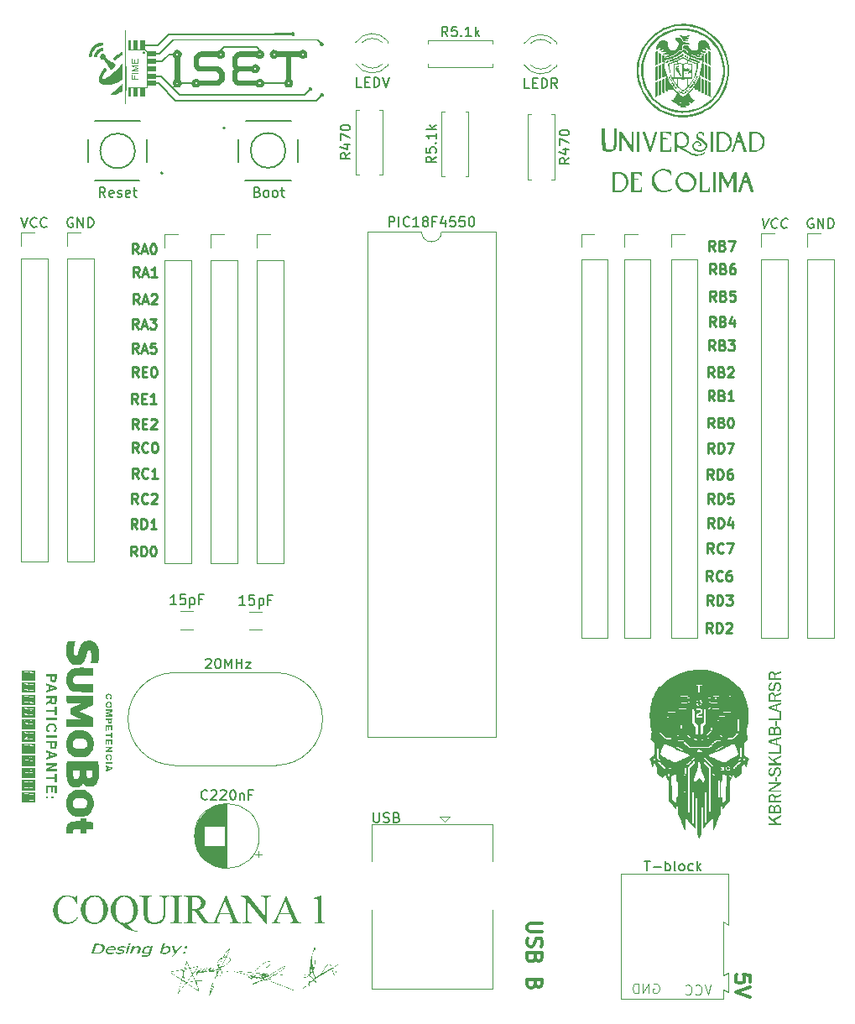
<source format=gbr>
%TF.GenerationSoftware,KiCad,Pcbnew,8.0.8*%
%TF.CreationDate,2025-04-18T17:50:53-06:00*%
%TF.ProjectId,Coquirana1,436f7175-6972-4616-9e61-312e6b696361,rev?*%
%TF.SameCoordinates,Original*%
%TF.FileFunction,Legend,Top*%
%TF.FilePolarity,Positive*%
%FSLAX46Y46*%
G04 Gerber Fmt 4.6, Leading zero omitted, Abs format (unit mm)*
G04 Created by KiCad (PCBNEW 8.0.8) date 2025-04-18 17:50:53*
%MOMM*%
%LPD*%
G01*
G04 APERTURE LIST*
%ADD10C,0.250000*%
%ADD11C,0.300000*%
%ADD12C,0.100000*%
%ADD13C,0.200000*%
%ADD14C,0.150000*%
%ADD15C,0.157661*%
%ADD16C,0.120000*%
%ADD17C,0.000000*%
%ADD18C,0.127000*%
G04 APERTURE END LIST*
D10*
X178073996Y-70594731D02*
X177740663Y-70118540D01*
X177502568Y-70594731D02*
X177502568Y-69594731D01*
X177502568Y-69594731D02*
X177883520Y-69594731D01*
X177883520Y-69594731D02*
X177978758Y-69642350D01*
X177978758Y-69642350D02*
X178026377Y-69689969D01*
X178026377Y-69689969D02*
X178073996Y-69785207D01*
X178073996Y-69785207D02*
X178073996Y-69928064D01*
X178073996Y-69928064D02*
X178026377Y-70023302D01*
X178026377Y-70023302D02*
X177978758Y-70070921D01*
X177978758Y-70070921D02*
X177883520Y-70118540D01*
X177883520Y-70118540D02*
X177502568Y-70118540D01*
X178835901Y-70070921D02*
X178978758Y-70118540D01*
X178978758Y-70118540D02*
X179026377Y-70166159D01*
X179026377Y-70166159D02*
X179073996Y-70261397D01*
X179073996Y-70261397D02*
X179073996Y-70404254D01*
X179073996Y-70404254D02*
X179026377Y-70499492D01*
X179026377Y-70499492D02*
X178978758Y-70547112D01*
X178978758Y-70547112D02*
X178883520Y-70594731D01*
X178883520Y-70594731D02*
X178502568Y-70594731D01*
X178502568Y-70594731D02*
X178502568Y-69594731D01*
X178502568Y-69594731D02*
X178835901Y-69594731D01*
X178835901Y-69594731D02*
X178931139Y-69642350D01*
X178931139Y-69642350D02*
X178978758Y-69689969D01*
X178978758Y-69689969D02*
X179026377Y-69785207D01*
X179026377Y-69785207D02*
X179026377Y-69880445D01*
X179026377Y-69880445D02*
X178978758Y-69975683D01*
X178978758Y-69975683D02*
X178931139Y-70023302D01*
X178931139Y-70023302D02*
X178835901Y-70070921D01*
X178835901Y-70070921D02*
X178502568Y-70070921D01*
X179978758Y-69594731D02*
X179502568Y-69594731D01*
X179502568Y-69594731D02*
X179454949Y-70070921D01*
X179454949Y-70070921D02*
X179502568Y-70023302D01*
X179502568Y-70023302D02*
X179597806Y-69975683D01*
X179597806Y-69975683D02*
X179835901Y-69975683D01*
X179835901Y-69975683D02*
X179931139Y-70023302D01*
X179931139Y-70023302D02*
X179978758Y-70070921D01*
X179978758Y-70070921D02*
X180026377Y-70166159D01*
X180026377Y-70166159D02*
X180026377Y-70404254D01*
X180026377Y-70404254D02*
X179978758Y-70499492D01*
X179978758Y-70499492D02*
X179931139Y-70547112D01*
X179931139Y-70547112D02*
X179835901Y-70594731D01*
X179835901Y-70594731D02*
X179597806Y-70594731D01*
X179597806Y-70594731D02*
X179502568Y-70547112D01*
X179502568Y-70547112D02*
X179454949Y-70499492D01*
X119873996Y-70894731D02*
X119540663Y-70418540D01*
X119302568Y-70894731D02*
X119302568Y-69894731D01*
X119302568Y-69894731D02*
X119683520Y-69894731D01*
X119683520Y-69894731D02*
X119778758Y-69942350D01*
X119778758Y-69942350D02*
X119826377Y-69989969D01*
X119826377Y-69989969D02*
X119873996Y-70085207D01*
X119873996Y-70085207D02*
X119873996Y-70228064D01*
X119873996Y-70228064D02*
X119826377Y-70323302D01*
X119826377Y-70323302D02*
X119778758Y-70370921D01*
X119778758Y-70370921D02*
X119683520Y-70418540D01*
X119683520Y-70418540D02*
X119302568Y-70418540D01*
X120254949Y-70609016D02*
X120731139Y-70609016D01*
X120159711Y-70894731D02*
X120493044Y-69894731D01*
X120493044Y-69894731D02*
X120826377Y-70894731D01*
X121112092Y-69989969D02*
X121159711Y-69942350D01*
X121159711Y-69942350D02*
X121254949Y-69894731D01*
X121254949Y-69894731D02*
X121493044Y-69894731D01*
X121493044Y-69894731D02*
X121588282Y-69942350D01*
X121588282Y-69942350D02*
X121635901Y-69989969D01*
X121635901Y-69989969D02*
X121683520Y-70085207D01*
X121683520Y-70085207D02*
X121683520Y-70180445D01*
X121683520Y-70180445D02*
X121635901Y-70323302D01*
X121635901Y-70323302D02*
X121064473Y-70894731D01*
X121064473Y-70894731D02*
X121683520Y-70894731D01*
X119773996Y-75844731D02*
X119440663Y-75368540D01*
X119202568Y-75844731D02*
X119202568Y-74844731D01*
X119202568Y-74844731D02*
X119583520Y-74844731D01*
X119583520Y-74844731D02*
X119678758Y-74892350D01*
X119678758Y-74892350D02*
X119726377Y-74939969D01*
X119726377Y-74939969D02*
X119773996Y-75035207D01*
X119773996Y-75035207D02*
X119773996Y-75178064D01*
X119773996Y-75178064D02*
X119726377Y-75273302D01*
X119726377Y-75273302D02*
X119678758Y-75320921D01*
X119678758Y-75320921D02*
X119583520Y-75368540D01*
X119583520Y-75368540D02*
X119202568Y-75368540D01*
X120154949Y-75559016D02*
X120631139Y-75559016D01*
X120059711Y-75844731D02*
X120393044Y-74844731D01*
X120393044Y-74844731D02*
X120726377Y-75844731D01*
X121535901Y-74844731D02*
X121059711Y-74844731D01*
X121059711Y-74844731D02*
X121012092Y-75320921D01*
X121012092Y-75320921D02*
X121059711Y-75273302D01*
X121059711Y-75273302D02*
X121154949Y-75225683D01*
X121154949Y-75225683D02*
X121393044Y-75225683D01*
X121393044Y-75225683D02*
X121488282Y-75273302D01*
X121488282Y-75273302D02*
X121535901Y-75320921D01*
X121535901Y-75320921D02*
X121583520Y-75416159D01*
X121583520Y-75416159D02*
X121583520Y-75654254D01*
X121583520Y-75654254D02*
X121535901Y-75749492D01*
X121535901Y-75749492D02*
X121488282Y-75797112D01*
X121488282Y-75797112D02*
X121393044Y-75844731D01*
X121393044Y-75844731D02*
X121154949Y-75844731D01*
X121154949Y-75844731D02*
X121059711Y-75797112D01*
X121059711Y-75797112D02*
X121012092Y-75749492D01*
X177873996Y-85914619D02*
X177540663Y-85438428D01*
X177302568Y-85914619D02*
X177302568Y-84914619D01*
X177302568Y-84914619D02*
X177683520Y-84914619D01*
X177683520Y-84914619D02*
X177778758Y-84962238D01*
X177778758Y-84962238D02*
X177826377Y-85009857D01*
X177826377Y-85009857D02*
X177873996Y-85105095D01*
X177873996Y-85105095D02*
X177873996Y-85247952D01*
X177873996Y-85247952D02*
X177826377Y-85343190D01*
X177826377Y-85343190D02*
X177778758Y-85390809D01*
X177778758Y-85390809D02*
X177683520Y-85438428D01*
X177683520Y-85438428D02*
X177302568Y-85438428D01*
X178302568Y-85914619D02*
X178302568Y-84914619D01*
X178302568Y-84914619D02*
X178540663Y-84914619D01*
X178540663Y-84914619D02*
X178683520Y-84962238D01*
X178683520Y-84962238D02*
X178778758Y-85057476D01*
X178778758Y-85057476D02*
X178826377Y-85152714D01*
X178826377Y-85152714D02*
X178873996Y-85343190D01*
X178873996Y-85343190D02*
X178873996Y-85486047D01*
X178873996Y-85486047D02*
X178826377Y-85676523D01*
X178826377Y-85676523D02*
X178778758Y-85771761D01*
X178778758Y-85771761D02*
X178683520Y-85867000D01*
X178683520Y-85867000D02*
X178540663Y-85914619D01*
X178540663Y-85914619D02*
X178302568Y-85914619D01*
X179207330Y-84914619D02*
X179873996Y-84914619D01*
X179873996Y-84914619D02*
X179445425Y-85914619D01*
X177873996Y-83364619D02*
X177540663Y-82888428D01*
X177302568Y-83364619D02*
X177302568Y-82364619D01*
X177302568Y-82364619D02*
X177683520Y-82364619D01*
X177683520Y-82364619D02*
X177778758Y-82412238D01*
X177778758Y-82412238D02*
X177826377Y-82459857D01*
X177826377Y-82459857D02*
X177873996Y-82555095D01*
X177873996Y-82555095D02*
X177873996Y-82697952D01*
X177873996Y-82697952D02*
X177826377Y-82793190D01*
X177826377Y-82793190D02*
X177778758Y-82840809D01*
X177778758Y-82840809D02*
X177683520Y-82888428D01*
X177683520Y-82888428D02*
X177302568Y-82888428D01*
X178635901Y-82840809D02*
X178778758Y-82888428D01*
X178778758Y-82888428D02*
X178826377Y-82936047D01*
X178826377Y-82936047D02*
X178873996Y-83031285D01*
X178873996Y-83031285D02*
X178873996Y-83174142D01*
X178873996Y-83174142D02*
X178826377Y-83269380D01*
X178826377Y-83269380D02*
X178778758Y-83317000D01*
X178778758Y-83317000D02*
X178683520Y-83364619D01*
X178683520Y-83364619D02*
X178302568Y-83364619D01*
X178302568Y-83364619D02*
X178302568Y-82364619D01*
X178302568Y-82364619D02*
X178635901Y-82364619D01*
X178635901Y-82364619D02*
X178731139Y-82412238D01*
X178731139Y-82412238D02*
X178778758Y-82459857D01*
X178778758Y-82459857D02*
X178826377Y-82555095D01*
X178826377Y-82555095D02*
X178826377Y-82650333D01*
X178826377Y-82650333D02*
X178778758Y-82745571D01*
X178778758Y-82745571D02*
X178731139Y-82793190D01*
X178731139Y-82793190D02*
X178635901Y-82840809D01*
X178635901Y-82840809D02*
X178302568Y-82840809D01*
X179493044Y-82364619D02*
X179588282Y-82364619D01*
X179588282Y-82364619D02*
X179683520Y-82412238D01*
X179683520Y-82412238D02*
X179731139Y-82459857D01*
X179731139Y-82459857D02*
X179778758Y-82555095D01*
X179778758Y-82555095D02*
X179826377Y-82745571D01*
X179826377Y-82745571D02*
X179826377Y-82983666D01*
X179826377Y-82983666D02*
X179778758Y-83174142D01*
X179778758Y-83174142D02*
X179731139Y-83269380D01*
X179731139Y-83269380D02*
X179683520Y-83317000D01*
X179683520Y-83317000D02*
X179588282Y-83364619D01*
X179588282Y-83364619D02*
X179493044Y-83364619D01*
X179493044Y-83364619D02*
X179397806Y-83317000D01*
X179397806Y-83317000D02*
X179350187Y-83269380D01*
X179350187Y-83269380D02*
X179302568Y-83174142D01*
X179302568Y-83174142D02*
X179254949Y-82983666D01*
X179254949Y-82983666D02*
X179254949Y-82745571D01*
X179254949Y-82745571D02*
X179302568Y-82555095D01*
X179302568Y-82555095D02*
X179350187Y-82459857D01*
X179350187Y-82459857D02*
X179397806Y-82412238D01*
X179397806Y-82412238D02*
X179493044Y-82364619D01*
X177973996Y-75544731D02*
X177640663Y-75068540D01*
X177402568Y-75544731D02*
X177402568Y-74544731D01*
X177402568Y-74544731D02*
X177783520Y-74544731D01*
X177783520Y-74544731D02*
X177878758Y-74592350D01*
X177878758Y-74592350D02*
X177926377Y-74639969D01*
X177926377Y-74639969D02*
X177973996Y-74735207D01*
X177973996Y-74735207D02*
X177973996Y-74878064D01*
X177973996Y-74878064D02*
X177926377Y-74973302D01*
X177926377Y-74973302D02*
X177878758Y-75020921D01*
X177878758Y-75020921D02*
X177783520Y-75068540D01*
X177783520Y-75068540D02*
X177402568Y-75068540D01*
X178735901Y-75020921D02*
X178878758Y-75068540D01*
X178878758Y-75068540D02*
X178926377Y-75116159D01*
X178926377Y-75116159D02*
X178973996Y-75211397D01*
X178973996Y-75211397D02*
X178973996Y-75354254D01*
X178973996Y-75354254D02*
X178926377Y-75449492D01*
X178926377Y-75449492D02*
X178878758Y-75497112D01*
X178878758Y-75497112D02*
X178783520Y-75544731D01*
X178783520Y-75544731D02*
X178402568Y-75544731D01*
X178402568Y-75544731D02*
X178402568Y-74544731D01*
X178402568Y-74544731D02*
X178735901Y-74544731D01*
X178735901Y-74544731D02*
X178831139Y-74592350D01*
X178831139Y-74592350D02*
X178878758Y-74639969D01*
X178878758Y-74639969D02*
X178926377Y-74735207D01*
X178926377Y-74735207D02*
X178926377Y-74830445D01*
X178926377Y-74830445D02*
X178878758Y-74925683D01*
X178878758Y-74925683D02*
X178831139Y-74973302D01*
X178831139Y-74973302D02*
X178735901Y-75020921D01*
X178735901Y-75020921D02*
X178402568Y-75020921D01*
X179307330Y-74544731D02*
X179926377Y-74544731D01*
X179926377Y-74544731D02*
X179593044Y-74925683D01*
X179593044Y-74925683D02*
X179735901Y-74925683D01*
X179735901Y-74925683D02*
X179831139Y-74973302D01*
X179831139Y-74973302D02*
X179878758Y-75020921D01*
X179878758Y-75020921D02*
X179926377Y-75116159D01*
X179926377Y-75116159D02*
X179926377Y-75354254D01*
X179926377Y-75354254D02*
X179878758Y-75449492D01*
X179878758Y-75449492D02*
X179831139Y-75497112D01*
X179831139Y-75497112D02*
X179735901Y-75544731D01*
X179735901Y-75544731D02*
X179450187Y-75544731D01*
X179450187Y-75544731D02*
X179354949Y-75497112D01*
X179354949Y-75497112D02*
X179307330Y-75449492D01*
D11*
X160549171Y-133354510D02*
X159334885Y-133354510D01*
X159334885Y-133354510D02*
X159192028Y-133425939D01*
X159192028Y-133425939D02*
X159120600Y-133497368D01*
X159120600Y-133497368D02*
X159049171Y-133640225D01*
X159049171Y-133640225D02*
X159049171Y-133925939D01*
X159049171Y-133925939D02*
X159120600Y-134068796D01*
X159120600Y-134068796D02*
X159192028Y-134140225D01*
X159192028Y-134140225D02*
X159334885Y-134211653D01*
X159334885Y-134211653D02*
X160549171Y-134211653D01*
X159120600Y-134854511D02*
X159049171Y-135068797D01*
X159049171Y-135068797D02*
X159049171Y-135425939D01*
X159049171Y-135425939D02*
X159120600Y-135568797D01*
X159120600Y-135568797D02*
X159192028Y-135640225D01*
X159192028Y-135640225D02*
X159334885Y-135711654D01*
X159334885Y-135711654D02*
X159477742Y-135711654D01*
X159477742Y-135711654D02*
X159620600Y-135640225D01*
X159620600Y-135640225D02*
X159692028Y-135568797D01*
X159692028Y-135568797D02*
X159763457Y-135425939D01*
X159763457Y-135425939D02*
X159834885Y-135140225D01*
X159834885Y-135140225D02*
X159906314Y-134997368D01*
X159906314Y-134997368D02*
X159977742Y-134925939D01*
X159977742Y-134925939D02*
X160120600Y-134854511D01*
X160120600Y-134854511D02*
X160263457Y-134854511D01*
X160263457Y-134854511D02*
X160406314Y-134925939D01*
X160406314Y-134925939D02*
X160477742Y-134997368D01*
X160477742Y-134997368D02*
X160549171Y-135140225D01*
X160549171Y-135140225D02*
X160549171Y-135497368D01*
X160549171Y-135497368D02*
X160477742Y-135711654D01*
X159834885Y-136854510D02*
X159763457Y-137068796D01*
X159763457Y-137068796D02*
X159692028Y-137140225D01*
X159692028Y-137140225D02*
X159549171Y-137211653D01*
X159549171Y-137211653D02*
X159334885Y-137211653D01*
X159334885Y-137211653D02*
X159192028Y-137140225D01*
X159192028Y-137140225D02*
X159120600Y-137068796D01*
X159120600Y-137068796D02*
X159049171Y-136925939D01*
X159049171Y-136925939D02*
X159049171Y-136354510D01*
X159049171Y-136354510D02*
X160549171Y-136354510D01*
X160549171Y-136354510D02*
X160549171Y-136854510D01*
X160549171Y-136854510D02*
X160477742Y-136997368D01*
X160477742Y-136997368D02*
X160406314Y-137068796D01*
X160406314Y-137068796D02*
X160263457Y-137140225D01*
X160263457Y-137140225D02*
X160120600Y-137140225D01*
X160120600Y-137140225D02*
X159977742Y-137068796D01*
X159977742Y-137068796D02*
X159906314Y-136997368D01*
X159906314Y-136997368D02*
X159834885Y-136854510D01*
X159834885Y-136854510D02*
X159834885Y-136354510D01*
X159834885Y-139497367D02*
X159763457Y-139711653D01*
X159763457Y-139711653D02*
X159692028Y-139783082D01*
X159692028Y-139783082D02*
X159549171Y-139854510D01*
X159549171Y-139854510D02*
X159334885Y-139854510D01*
X159334885Y-139854510D02*
X159192028Y-139783082D01*
X159192028Y-139783082D02*
X159120600Y-139711653D01*
X159120600Y-139711653D02*
X159049171Y-139568796D01*
X159049171Y-139568796D02*
X159049171Y-138997367D01*
X159049171Y-138997367D02*
X160549171Y-138997367D01*
X160549171Y-138997367D02*
X160549171Y-139497367D01*
X160549171Y-139497367D02*
X160477742Y-139640225D01*
X160477742Y-139640225D02*
X160406314Y-139711653D01*
X160406314Y-139711653D02*
X160263457Y-139783082D01*
X160263457Y-139783082D02*
X160120600Y-139783082D01*
X160120600Y-139783082D02*
X159977742Y-139711653D01*
X159977742Y-139711653D02*
X159906314Y-139640225D01*
X159906314Y-139640225D02*
X159834885Y-139497367D01*
X159834885Y-139497367D02*
X159834885Y-138997367D01*
D12*
X177588972Y-139572419D02*
X177255639Y-140572419D01*
X177255639Y-140572419D02*
X176922306Y-139572419D01*
X176017544Y-140477180D02*
X176065163Y-140524800D01*
X176065163Y-140524800D02*
X176208020Y-140572419D01*
X176208020Y-140572419D02*
X176303258Y-140572419D01*
X176303258Y-140572419D02*
X176446115Y-140524800D01*
X176446115Y-140524800D02*
X176541353Y-140429561D01*
X176541353Y-140429561D02*
X176588972Y-140334323D01*
X176588972Y-140334323D02*
X176636591Y-140143847D01*
X176636591Y-140143847D02*
X176636591Y-140000990D01*
X176636591Y-140000990D02*
X176588972Y-139810514D01*
X176588972Y-139810514D02*
X176541353Y-139715276D01*
X176541353Y-139715276D02*
X176446115Y-139620038D01*
X176446115Y-139620038D02*
X176303258Y-139572419D01*
X176303258Y-139572419D02*
X176208020Y-139572419D01*
X176208020Y-139572419D02*
X176065163Y-139620038D01*
X176065163Y-139620038D02*
X176017544Y-139667657D01*
X175017544Y-140477180D02*
X175065163Y-140524800D01*
X175065163Y-140524800D02*
X175208020Y-140572419D01*
X175208020Y-140572419D02*
X175303258Y-140572419D01*
X175303258Y-140572419D02*
X175446115Y-140524800D01*
X175446115Y-140524800D02*
X175541353Y-140429561D01*
X175541353Y-140429561D02*
X175588972Y-140334323D01*
X175588972Y-140334323D02*
X175636591Y-140143847D01*
X175636591Y-140143847D02*
X175636591Y-140000990D01*
X175636591Y-140000990D02*
X175588972Y-139810514D01*
X175588972Y-139810514D02*
X175541353Y-139715276D01*
X175541353Y-139715276D02*
X175446115Y-139620038D01*
X175446115Y-139620038D02*
X175303258Y-139572419D01*
X175303258Y-139572419D02*
X175208020Y-139572419D01*
X175208020Y-139572419D02*
X175065163Y-139620038D01*
X175065163Y-139620038D02*
X175017544Y-139667657D01*
D10*
X177823996Y-96014619D02*
X177490663Y-95538428D01*
X177252568Y-96014619D02*
X177252568Y-95014619D01*
X177252568Y-95014619D02*
X177633520Y-95014619D01*
X177633520Y-95014619D02*
X177728758Y-95062238D01*
X177728758Y-95062238D02*
X177776377Y-95109857D01*
X177776377Y-95109857D02*
X177823996Y-95205095D01*
X177823996Y-95205095D02*
X177823996Y-95347952D01*
X177823996Y-95347952D02*
X177776377Y-95443190D01*
X177776377Y-95443190D02*
X177728758Y-95490809D01*
X177728758Y-95490809D02*
X177633520Y-95538428D01*
X177633520Y-95538428D02*
X177252568Y-95538428D01*
X178823996Y-95919380D02*
X178776377Y-95967000D01*
X178776377Y-95967000D02*
X178633520Y-96014619D01*
X178633520Y-96014619D02*
X178538282Y-96014619D01*
X178538282Y-96014619D02*
X178395425Y-95967000D01*
X178395425Y-95967000D02*
X178300187Y-95871761D01*
X178300187Y-95871761D02*
X178252568Y-95776523D01*
X178252568Y-95776523D02*
X178204949Y-95586047D01*
X178204949Y-95586047D02*
X178204949Y-95443190D01*
X178204949Y-95443190D02*
X178252568Y-95252714D01*
X178252568Y-95252714D02*
X178300187Y-95157476D01*
X178300187Y-95157476D02*
X178395425Y-95062238D01*
X178395425Y-95062238D02*
X178538282Y-95014619D01*
X178538282Y-95014619D02*
X178633520Y-95014619D01*
X178633520Y-95014619D02*
X178776377Y-95062238D01*
X178776377Y-95062238D02*
X178823996Y-95109857D01*
X179157330Y-95014619D02*
X179823996Y-95014619D01*
X179823996Y-95014619D02*
X179395425Y-96014619D01*
X177973996Y-65514619D02*
X177640663Y-65038428D01*
X177402568Y-65514619D02*
X177402568Y-64514619D01*
X177402568Y-64514619D02*
X177783520Y-64514619D01*
X177783520Y-64514619D02*
X177878758Y-64562238D01*
X177878758Y-64562238D02*
X177926377Y-64609857D01*
X177926377Y-64609857D02*
X177973996Y-64705095D01*
X177973996Y-64705095D02*
X177973996Y-64847952D01*
X177973996Y-64847952D02*
X177926377Y-64943190D01*
X177926377Y-64943190D02*
X177878758Y-64990809D01*
X177878758Y-64990809D02*
X177783520Y-65038428D01*
X177783520Y-65038428D02*
X177402568Y-65038428D01*
X178735901Y-64990809D02*
X178878758Y-65038428D01*
X178878758Y-65038428D02*
X178926377Y-65086047D01*
X178926377Y-65086047D02*
X178973996Y-65181285D01*
X178973996Y-65181285D02*
X178973996Y-65324142D01*
X178973996Y-65324142D02*
X178926377Y-65419380D01*
X178926377Y-65419380D02*
X178878758Y-65467000D01*
X178878758Y-65467000D02*
X178783520Y-65514619D01*
X178783520Y-65514619D02*
X178402568Y-65514619D01*
X178402568Y-65514619D02*
X178402568Y-64514619D01*
X178402568Y-64514619D02*
X178735901Y-64514619D01*
X178735901Y-64514619D02*
X178831139Y-64562238D01*
X178831139Y-64562238D02*
X178878758Y-64609857D01*
X178878758Y-64609857D02*
X178926377Y-64705095D01*
X178926377Y-64705095D02*
X178926377Y-64800333D01*
X178926377Y-64800333D02*
X178878758Y-64895571D01*
X178878758Y-64895571D02*
X178831139Y-64943190D01*
X178831139Y-64943190D02*
X178735901Y-64990809D01*
X178735901Y-64990809D02*
X178402568Y-64990809D01*
X179307330Y-64514619D02*
X179973996Y-64514619D01*
X179973996Y-64514619D02*
X179545425Y-65514619D01*
X177873996Y-93464619D02*
X177540663Y-92988428D01*
X177302568Y-93464619D02*
X177302568Y-92464619D01*
X177302568Y-92464619D02*
X177683520Y-92464619D01*
X177683520Y-92464619D02*
X177778758Y-92512238D01*
X177778758Y-92512238D02*
X177826377Y-92559857D01*
X177826377Y-92559857D02*
X177873996Y-92655095D01*
X177873996Y-92655095D02*
X177873996Y-92797952D01*
X177873996Y-92797952D02*
X177826377Y-92893190D01*
X177826377Y-92893190D02*
X177778758Y-92940809D01*
X177778758Y-92940809D02*
X177683520Y-92988428D01*
X177683520Y-92988428D02*
X177302568Y-92988428D01*
X178302568Y-93464619D02*
X178302568Y-92464619D01*
X178302568Y-92464619D02*
X178540663Y-92464619D01*
X178540663Y-92464619D02*
X178683520Y-92512238D01*
X178683520Y-92512238D02*
X178778758Y-92607476D01*
X178778758Y-92607476D02*
X178826377Y-92702714D01*
X178826377Y-92702714D02*
X178873996Y-92893190D01*
X178873996Y-92893190D02*
X178873996Y-93036047D01*
X178873996Y-93036047D02*
X178826377Y-93226523D01*
X178826377Y-93226523D02*
X178778758Y-93321761D01*
X178778758Y-93321761D02*
X178683520Y-93417000D01*
X178683520Y-93417000D02*
X178540663Y-93464619D01*
X178540663Y-93464619D02*
X178302568Y-93464619D01*
X179731139Y-92797952D02*
X179731139Y-93464619D01*
X179493044Y-92417000D02*
X179254949Y-93131285D01*
X179254949Y-93131285D02*
X179873996Y-93131285D01*
X177873996Y-91014619D02*
X177540663Y-90538428D01*
X177302568Y-91014619D02*
X177302568Y-90014619D01*
X177302568Y-90014619D02*
X177683520Y-90014619D01*
X177683520Y-90014619D02*
X177778758Y-90062238D01*
X177778758Y-90062238D02*
X177826377Y-90109857D01*
X177826377Y-90109857D02*
X177873996Y-90205095D01*
X177873996Y-90205095D02*
X177873996Y-90347952D01*
X177873996Y-90347952D02*
X177826377Y-90443190D01*
X177826377Y-90443190D02*
X177778758Y-90490809D01*
X177778758Y-90490809D02*
X177683520Y-90538428D01*
X177683520Y-90538428D02*
X177302568Y-90538428D01*
X178302568Y-91014619D02*
X178302568Y-90014619D01*
X178302568Y-90014619D02*
X178540663Y-90014619D01*
X178540663Y-90014619D02*
X178683520Y-90062238D01*
X178683520Y-90062238D02*
X178778758Y-90157476D01*
X178778758Y-90157476D02*
X178826377Y-90252714D01*
X178826377Y-90252714D02*
X178873996Y-90443190D01*
X178873996Y-90443190D02*
X178873996Y-90586047D01*
X178873996Y-90586047D02*
X178826377Y-90776523D01*
X178826377Y-90776523D02*
X178778758Y-90871761D01*
X178778758Y-90871761D02*
X178683520Y-90967000D01*
X178683520Y-90967000D02*
X178540663Y-91014619D01*
X178540663Y-91014619D02*
X178302568Y-91014619D01*
X179778758Y-90014619D02*
X179302568Y-90014619D01*
X179302568Y-90014619D02*
X179254949Y-90490809D01*
X179254949Y-90490809D02*
X179302568Y-90443190D01*
X179302568Y-90443190D02*
X179397806Y-90395571D01*
X179397806Y-90395571D02*
X179635901Y-90395571D01*
X179635901Y-90395571D02*
X179731139Y-90443190D01*
X179731139Y-90443190D02*
X179778758Y-90490809D01*
X179778758Y-90490809D02*
X179826377Y-90586047D01*
X179826377Y-90586047D02*
X179826377Y-90824142D01*
X179826377Y-90824142D02*
X179778758Y-90919380D01*
X179778758Y-90919380D02*
X179731139Y-90967000D01*
X179731139Y-90967000D02*
X179635901Y-91014619D01*
X179635901Y-91014619D02*
X179397806Y-91014619D01*
X179397806Y-91014619D02*
X179302568Y-90967000D01*
X179302568Y-90967000D02*
X179254949Y-90919380D01*
X119773996Y-65814619D02*
X119440663Y-65338428D01*
X119202568Y-65814619D02*
X119202568Y-64814619D01*
X119202568Y-64814619D02*
X119583520Y-64814619D01*
X119583520Y-64814619D02*
X119678758Y-64862238D01*
X119678758Y-64862238D02*
X119726377Y-64909857D01*
X119726377Y-64909857D02*
X119773996Y-65005095D01*
X119773996Y-65005095D02*
X119773996Y-65147952D01*
X119773996Y-65147952D02*
X119726377Y-65243190D01*
X119726377Y-65243190D02*
X119678758Y-65290809D01*
X119678758Y-65290809D02*
X119583520Y-65338428D01*
X119583520Y-65338428D02*
X119202568Y-65338428D01*
X120154949Y-65528904D02*
X120631139Y-65528904D01*
X120059711Y-65814619D02*
X120393044Y-64814619D01*
X120393044Y-64814619D02*
X120726377Y-65814619D01*
X121250187Y-64814619D02*
X121345425Y-64814619D01*
X121345425Y-64814619D02*
X121440663Y-64862238D01*
X121440663Y-64862238D02*
X121488282Y-64909857D01*
X121488282Y-64909857D02*
X121535901Y-65005095D01*
X121535901Y-65005095D02*
X121583520Y-65195571D01*
X121583520Y-65195571D02*
X121583520Y-65433666D01*
X121583520Y-65433666D02*
X121535901Y-65624142D01*
X121535901Y-65624142D02*
X121488282Y-65719380D01*
X121488282Y-65719380D02*
X121440663Y-65767000D01*
X121440663Y-65767000D02*
X121345425Y-65814619D01*
X121345425Y-65814619D02*
X121250187Y-65814619D01*
X121250187Y-65814619D02*
X121154949Y-65767000D01*
X121154949Y-65767000D02*
X121107330Y-65719380D01*
X121107330Y-65719380D02*
X121059711Y-65624142D01*
X121059711Y-65624142D02*
X121012092Y-65433666D01*
X121012092Y-65433666D02*
X121012092Y-65195571D01*
X121012092Y-65195571D02*
X121059711Y-65005095D01*
X121059711Y-65005095D02*
X121107330Y-64909857D01*
X121107330Y-64909857D02*
X121154949Y-64862238D01*
X121154949Y-64862238D02*
X121250187Y-64814619D01*
X119773996Y-88464619D02*
X119440663Y-87988428D01*
X119202568Y-88464619D02*
X119202568Y-87464619D01*
X119202568Y-87464619D02*
X119583520Y-87464619D01*
X119583520Y-87464619D02*
X119678758Y-87512238D01*
X119678758Y-87512238D02*
X119726377Y-87559857D01*
X119726377Y-87559857D02*
X119773996Y-87655095D01*
X119773996Y-87655095D02*
X119773996Y-87797952D01*
X119773996Y-87797952D02*
X119726377Y-87893190D01*
X119726377Y-87893190D02*
X119678758Y-87940809D01*
X119678758Y-87940809D02*
X119583520Y-87988428D01*
X119583520Y-87988428D02*
X119202568Y-87988428D01*
X120773996Y-88369380D02*
X120726377Y-88417000D01*
X120726377Y-88417000D02*
X120583520Y-88464619D01*
X120583520Y-88464619D02*
X120488282Y-88464619D01*
X120488282Y-88464619D02*
X120345425Y-88417000D01*
X120345425Y-88417000D02*
X120250187Y-88321761D01*
X120250187Y-88321761D02*
X120202568Y-88226523D01*
X120202568Y-88226523D02*
X120154949Y-88036047D01*
X120154949Y-88036047D02*
X120154949Y-87893190D01*
X120154949Y-87893190D02*
X120202568Y-87702714D01*
X120202568Y-87702714D02*
X120250187Y-87607476D01*
X120250187Y-87607476D02*
X120345425Y-87512238D01*
X120345425Y-87512238D02*
X120488282Y-87464619D01*
X120488282Y-87464619D02*
X120583520Y-87464619D01*
X120583520Y-87464619D02*
X120726377Y-87512238D01*
X120726377Y-87512238D02*
X120773996Y-87559857D01*
X121726377Y-88464619D02*
X121154949Y-88464619D01*
X121440663Y-88464619D02*
X121440663Y-87464619D01*
X121440663Y-87464619D02*
X121345425Y-87607476D01*
X121345425Y-87607476D02*
X121250187Y-87702714D01*
X121250187Y-87702714D02*
X121154949Y-87750333D01*
X177823996Y-88564619D02*
X177490663Y-88088428D01*
X177252568Y-88564619D02*
X177252568Y-87564619D01*
X177252568Y-87564619D02*
X177633520Y-87564619D01*
X177633520Y-87564619D02*
X177728758Y-87612238D01*
X177728758Y-87612238D02*
X177776377Y-87659857D01*
X177776377Y-87659857D02*
X177823996Y-87755095D01*
X177823996Y-87755095D02*
X177823996Y-87897952D01*
X177823996Y-87897952D02*
X177776377Y-87993190D01*
X177776377Y-87993190D02*
X177728758Y-88040809D01*
X177728758Y-88040809D02*
X177633520Y-88088428D01*
X177633520Y-88088428D02*
X177252568Y-88088428D01*
X178252568Y-88564619D02*
X178252568Y-87564619D01*
X178252568Y-87564619D02*
X178490663Y-87564619D01*
X178490663Y-87564619D02*
X178633520Y-87612238D01*
X178633520Y-87612238D02*
X178728758Y-87707476D01*
X178728758Y-87707476D02*
X178776377Y-87802714D01*
X178776377Y-87802714D02*
X178823996Y-87993190D01*
X178823996Y-87993190D02*
X178823996Y-88136047D01*
X178823996Y-88136047D02*
X178776377Y-88326523D01*
X178776377Y-88326523D02*
X178728758Y-88421761D01*
X178728758Y-88421761D02*
X178633520Y-88517000D01*
X178633520Y-88517000D02*
X178490663Y-88564619D01*
X178490663Y-88564619D02*
X178252568Y-88564619D01*
X179681139Y-87564619D02*
X179490663Y-87564619D01*
X179490663Y-87564619D02*
X179395425Y-87612238D01*
X179395425Y-87612238D02*
X179347806Y-87659857D01*
X179347806Y-87659857D02*
X179252568Y-87802714D01*
X179252568Y-87802714D02*
X179204949Y-87993190D01*
X179204949Y-87993190D02*
X179204949Y-88374142D01*
X179204949Y-88374142D02*
X179252568Y-88469380D01*
X179252568Y-88469380D02*
X179300187Y-88517000D01*
X179300187Y-88517000D02*
X179395425Y-88564619D01*
X179395425Y-88564619D02*
X179585901Y-88564619D01*
X179585901Y-88564619D02*
X179681139Y-88517000D01*
X179681139Y-88517000D02*
X179728758Y-88469380D01*
X179728758Y-88469380D02*
X179776377Y-88374142D01*
X179776377Y-88374142D02*
X179776377Y-88136047D01*
X179776377Y-88136047D02*
X179728758Y-88040809D01*
X179728758Y-88040809D02*
X179681139Y-87993190D01*
X179681139Y-87993190D02*
X179585901Y-87945571D01*
X179585901Y-87945571D02*
X179395425Y-87945571D01*
X179395425Y-87945571D02*
X179300187Y-87993190D01*
X179300187Y-87993190D02*
X179252568Y-88040809D01*
X179252568Y-88040809D02*
X179204949Y-88136047D01*
X177723996Y-98814619D02*
X177390663Y-98338428D01*
X177152568Y-98814619D02*
X177152568Y-97814619D01*
X177152568Y-97814619D02*
X177533520Y-97814619D01*
X177533520Y-97814619D02*
X177628758Y-97862238D01*
X177628758Y-97862238D02*
X177676377Y-97909857D01*
X177676377Y-97909857D02*
X177723996Y-98005095D01*
X177723996Y-98005095D02*
X177723996Y-98147952D01*
X177723996Y-98147952D02*
X177676377Y-98243190D01*
X177676377Y-98243190D02*
X177628758Y-98290809D01*
X177628758Y-98290809D02*
X177533520Y-98338428D01*
X177533520Y-98338428D02*
X177152568Y-98338428D01*
X178723996Y-98719380D02*
X178676377Y-98767000D01*
X178676377Y-98767000D02*
X178533520Y-98814619D01*
X178533520Y-98814619D02*
X178438282Y-98814619D01*
X178438282Y-98814619D02*
X178295425Y-98767000D01*
X178295425Y-98767000D02*
X178200187Y-98671761D01*
X178200187Y-98671761D02*
X178152568Y-98576523D01*
X178152568Y-98576523D02*
X178104949Y-98386047D01*
X178104949Y-98386047D02*
X178104949Y-98243190D01*
X178104949Y-98243190D02*
X178152568Y-98052714D01*
X178152568Y-98052714D02*
X178200187Y-97957476D01*
X178200187Y-97957476D02*
X178295425Y-97862238D01*
X178295425Y-97862238D02*
X178438282Y-97814619D01*
X178438282Y-97814619D02*
X178533520Y-97814619D01*
X178533520Y-97814619D02*
X178676377Y-97862238D01*
X178676377Y-97862238D02*
X178723996Y-97909857D01*
X179581139Y-97814619D02*
X179390663Y-97814619D01*
X179390663Y-97814619D02*
X179295425Y-97862238D01*
X179295425Y-97862238D02*
X179247806Y-97909857D01*
X179247806Y-97909857D02*
X179152568Y-98052714D01*
X179152568Y-98052714D02*
X179104949Y-98243190D01*
X179104949Y-98243190D02*
X179104949Y-98624142D01*
X179104949Y-98624142D02*
X179152568Y-98719380D01*
X179152568Y-98719380D02*
X179200187Y-98767000D01*
X179200187Y-98767000D02*
X179295425Y-98814619D01*
X179295425Y-98814619D02*
X179485901Y-98814619D01*
X179485901Y-98814619D02*
X179581139Y-98767000D01*
X179581139Y-98767000D02*
X179628758Y-98719380D01*
X179628758Y-98719380D02*
X179676377Y-98624142D01*
X179676377Y-98624142D02*
X179676377Y-98386047D01*
X179676377Y-98386047D02*
X179628758Y-98290809D01*
X179628758Y-98290809D02*
X179581139Y-98243190D01*
X179581139Y-98243190D02*
X179485901Y-98195571D01*
X179485901Y-98195571D02*
X179295425Y-98195571D01*
X179295425Y-98195571D02*
X179200187Y-98243190D01*
X179200187Y-98243190D02*
X179152568Y-98290809D01*
X179152568Y-98290809D02*
X179104949Y-98386047D01*
X177873996Y-78264619D02*
X177540663Y-77788428D01*
X177302568Y-78264619D02*
X177302568Y-77264619D01*
X177302568Y-77264619D02*
X177683520Y-77264619D01*
X177683520Y-77264619D02*
X177778758Y-77312238D01*
X177778758Y-77312238D02*
X177826377Y-77359857D01*
X177826377Y-77359857D02*
X177873996Y-77455095D01*
X177873996Y-77455095D02*
X177873996Y-77597952D01*
X177873996Y-77597952D02*
X177826377Y-77693190D01*
X177826377Y-77693190D02*
X177778758Y-77740809D01*
X177778758Y-77740809D02*
X177683520Y-77788428D01*
X177683520Y-77788428D02*
X177302568Y-77788428D01*
X178635901Y-77740809D02*
X178778758Y-77788428D01*
X178778758Y-77788428D02*
X178826377Y-77836047D01*
X178826377Y-77836047D02*
X178873996Y-77931285D01*
X178873996Y-77931285D02*
X178873996Y-78074142D01*
X178873996Y-78074142D02*
X178826377Y-78169380D01*
X178826377Y-78169380D02*
X178778758Y-78217000D01*
X178778758Y-78217000D02*
X178683520Y-78264619D01*
X178683520Y-78264619D02*
X178302568Y-78264619D01*
X178302568Y-78264619D02*
X178302568Y-77264619D01*
X178302568Y-77264619D02*
X178635901Y-77264619D01*
X178635901Y-77264619D02*
X178731139Y-77312238D01*
X178731139Y-77312238D02*
X178778758Y-77359857D01*
X178778758Y-77359857D02*
X178826377Y-77455095D01*
X178826377Y-77455095D02*
X178826377Y-77550333D01*
X178826377Y-77550333D02*
X178778758Y-77645571D01*
X178778758Y-77645571D02*
X178731139Y-77693190D01*
X178731139Y-77693190D02*
X178635901Y-77740809D01*
X178635901Y-77740809D02*
X178302568Y-77740809D01*
X179254949Y-77359857D02*
X179302568Y-77312238D01*
X179302568Y-77312238D02*
X179397806Y-77264619D01*
X179397806Y-77264619D02*
X179635901Y-77264619D01*
X179635901Y-77264619D02*
X179731139Y-77312238D01*
X179731139Y-77312238D02*
X179778758Y-77359857D01*
X179778758Y-77359857D02*
X179826377Y-77455095D01*
X179826377Y-77455095D02*
X179826377Y-77550333D01*
X179826377Y-77550333D02*
X179778758Y-77693190D01*
X179778758Y-77693190D02*
X179207330Y-78264619D01*
X179207330Y-78264619D02*
X179826377Y-78264619D01*
X119723996Y-80934787D02*
X119390663Y-80458596D01*
X119152568Y-80934787D02*
X119152568Y-79934787D01*
X119152568Y-79934787D02*
X119533520Y-79934787D01*
X119533520Y-79934787D02*
X119628758Y-79982406D01*
X119628758Y-79982406D02*
X119676377Y-80030025D01*
X119676377Y-80030025D02*
X119723996Y-80125263D01*
X119723996Y-80125263D02*
X119723996Y-80268120D01*
X119723996Y-80268120D02*
X119676377Y-80363358D01*
X119676377Y-80363358D02*
X119628758Y-80410977D01*
X119628758Y-80410977D02*
X119533520Y-80458596D01*
X119533520Y-80458596D02*
X119152568Y-80458596D01*
X120152568Y-80410977D02*
X120485901Y-80410977D01*
X120628758Y-80934787D02*
X120152568Y-80934787D01*
X120152568Y-80934787D02*
X120152568Y-79934787D01*
X120152568Y-79934787D02*
X120628758Y-79934787D01*
X121581139Y-80934787D02*
X121009711Y-80934787D01*
X121295425Y-80934787D02*
X121295425Y-79934787D01*
X121295425Y-79934787D02*
X121200187Y-80077644D01*
X121200187Y-80077644D02*
X121104949Y-80172882D01*
X121104949Y-80172882D02*
X121009711Y-80220501D01*
D12*
X171772306Y-139470038D02*
X171867544Y-139422419D01*
X171867544Y-139422419D02*
X172010401Y-139422419D01*
X172010401Y-139422419D02*
X172153258Y-139470038D01*
X172153258Y-139470038D02*
X172248496Y-139565276D01*
X172248496Y-139565276D02*
X172296115Y-139660514D01*
X172296115Y-139660514D02*
X172343734Y-139850990D01*
X172343734Y-139850990D02*
X172343734Y-139993847D01*
X172343734Y-139993847D02*
X172296115Y-140184323D01*
X172296115Y-140184323D02*
X172248496Y-140279561D01*
X172248496Y-140279561D02*
X172153258Y-140374800D01*
X172153258Y-140374800D02*
X172010401Y-140422419D01*
X172010401Y-140422419D02*
X171915163Y-140422419D01*
X171915163Y-140422419D02*
X171772306Y-140374800D01*
X171772306Y-140374800D02*
X171724687Y-140327180D01*
X171724687Y-140327180D02*
X171724687Y-139993847D01*
X171724687Y-139993847D02*
X171915163Y-139993847D01*
X171296115Y-140422419D02*
X171296115Y-139422419D01*
X171296115Y-139422419D02*
X170724687Y-140422419D01*
X170724687Y-140422419D02*
X170724687Y-139422419D01*
X170248496Y-140422419D02*
X170248496Y-139422419D01*
X170248496Y-139422419D02*
X170010401Y-139422419D01*
X170010401Y-139422419D02*
X169867544Y-139470038D01*
X169867544Y-139470038D02*
X169772306Y-139565276D01*
X169772306Y-139565276D02*
X169724687Y-139660514D01*
X169724687Y-139660514D02*
X169677068Y-139850990D01*
X169677068Y-139850990D02*
X169677068Y-139993847D01*
X169677068Y-139993847D02*
X169724687Y-140184323D01*
X169724687Y-140184323D02*
X169772306Y-140279561D01*
X169772306Y-140279561D02*
X169867544Y-140374800D01*
X169867544Y-140374800D02*
X170010401Y-140422419D01*
X170010401Y-140422419D02*
X170248496Y-140422419D01*
D10*
G36*
X113591102Y-130529427D02*
G01*
X113654849Y-131467320D01*
X113591102Y-131467320D01*
X113539204Y-131316598D01*
X113479682Y-131182620D01*
X113400601Y-131047476D01*
X113297516Y-130920931D01*
X113226203Y-130856957D01*
X113101914Y-130775212D01*
X112965718Y-130716823D01*
X112817616Y-130681789D01*
X112657606Y-130670111D01*
X112505216Y-130681297D01*
X112361289Y-130714856D01*
X112225823Y-130770788D01*
X112154221Y-130811528D01*
X112035635Y-130903993D01*
X111932119Y-131023120D01*
X111852755Y-131151394D01*
X111801046Y-131261423D01*
X111750797Y-131403605D01*
X111712890Y-131560233D01*
X111690221Y-131705983D01*
X111676620Y-131862346D01*
X111672086Y-132029323D01*
X111677906Y-132190253D01*
X111695367Y-132341577D01*
X111729577Y-132502754D01*
X111778990Y-132651383D01*
X111793719Y-132686580D01*
X111862183Y-132817372D01*
X111957489Y-132945245D01*
X112072153Y-133052715D01*
X112159351Y-133113028D01*
X112302402Y-133184576D01*
X112456234Y-133232709D01*
X112602024Y-133255836D01*
X112716957Y-133261039D01*
X112865180Y-133251940D01*
X113017908Y-133220484D01*
X113158042Y-133166560D01*
X113197627Y-133146001D01*
X113331693Y-133051390D01*
X113444717Y-132943656D01*
X113547820Y-132826022D01*
X113639319Y-132707836D01*
X113654849Y-132686580D01*
X113718597Y-132727613D01*
X113637264Y-132858620D01*
X113536125Y-132993945D01*
X113428253Y-133110406D01*
X113313650Y-133208004D01*
X113227669Y-133266168D01*
X113081123Y-133340861D01*
X112942076Y-133388711D01*
X112792932Y-133420222D01*
X112633689Y-133435394D01*
X112562351Y-133436894D01*
X112393755Y-133428880D01*
X112234913Y-133404837D01*
X112085826Y-133364766D01*
X111946493Y-133308667D01*
X111816914Y-133236539D01*
X111697090Y-133148382D01*
X111587021Y-133044197D01*
X111486706Y-132923984D01*
X111404803Y-132801606D01*
X111324844Y-132646016D01*
X111264875Y-132480894D01*
X111230171Y-132336012D01*
X111209348Y-132184511D01*
X111202407Y-132026392D01*
X111209002Y-131872690D01*
X111228785Y-131723729D01*
X111261758Y-131579507D01*
X111307920Y-131440026D01*
X111367271Y-131305284D01*
X111389986Y-131261423D01*
X111478783Y-131116371D01*
X111581045Y-130986395D01*
X111696770Y-130871496D01*
X111825959Y-130771674D01*
X111905826Y-130721402D01*
X112052672Y-130646599D01*
X112205338Y-130590169D01*
X112363824Y-130552112D01*
X112528130Y-130532427D01*
X112624633Y-130529427D01*
X112775438Y-130538403D01*
X112925235Y-130565331D01*
X113074025Y-130610211D01*
X113221807Y-130673042D01*
X113345638Y-130717006D01*
X113442358Y-130678904D01*
X113514032Y-130547051D01*
X113518562Y-130529427D01*
X113591102Y-130529427D01*
G37*
G36*
X115559241Y-130539463D02*
G01*
X115718516Y-130569570D01*
X115870708Y-130619748D01*
X116015815Y-130689998D01*
X116153839Y-130780319D01*
X116284778Y-130890711D01*
X116335170Y-130940488D01*
X116450214Y-131073935D01*
X116545758Y-131217365D01*
X116621804Y-131370776D01*
X116678351Y-131534170D01*
X116715399Y-131707545D01*
X116730998Y-131853433D01*
X116734508Y-131967041D01*
X116728222Y-132121956D01*
X116709366Y-132270161D01*
X116668118Y-132445984D01*
X116607227Y-132611324D01*
X116526695Y-132766181D01*
X116426521Y-132910555D01*
X116332240Y-133018506D01*
X116202627Y-133139038D01*
X116064751Y-133239140D01*
X115918609Y-133318814D01*
X115764203Y-133378058D01*
X115601532Y-133416874D01*
X115430597Y-133435260D01*
X115359909Y-133436894D01*
X115183982Y-133426930D01*
X115017072Y-133397038D01*
X114859178Y-133347217D01*
X114710299Y-133277468D01*
X114570437Y-133187791D01*
X114439590Y-133078186D01*
X114389776Y-133028764D01*
X114276844Y-132895374D01*
X114183052Y-132750285D01*
X114108402Y-132593496D01*
X114052893Y-132425007D01*
X114016525Y-132244820D01*
X114001212Y-132092246D01*
X113997766Y-131972903D01*
X113997958Y-131968506D01*
X114469644Y-131968506D01*
X114474212Y-132133954D01*
X114487916Y-132289579D01*
X114510757Y-132435380D01*
X114552155Y-132603818D01*
X114607829Y-132756908D01*
X114677778Y-132894649D01*
X114762002Y-133017041D01*
X114867289Y-133125819D01*
X115004447Y-133217421D01*
X115159556Y-133274127D01*
X115310003Y-133295120D01*
X115355512Y-133296210D01*
X115521101Y-133281589D01*
X115673577Y-133237726D01*
X115812939Y-133164622D01*
X115939188Y-133062275D01*
X116005443Y-132990662D01*
X116092597Y-132863417D01*
X116161720Y-132711390D01*
X116205548Y-132565771D01*
X116236853Y-132402943D01*
X116255637Y-132222905D01*
X116261647Y-132066485D01*
X116261898Y-132025659D01*
X116257490Y-131852907D01*
X116244266Y-131691489D01*
X116222227Y-131541406D01*
X116182281Y-131369740D01*
X116128561Y-131215785D01*
X116061066Y-131079540D01*
X115979797Y-130961004D01*
X115872432Y-130852226D01*
X115748447Y-130770166D01*
X115607842Y-130714823D01*
X115450618Y-130686197D01*
X115353314Y-130681835D01*
X115196301Y-130695088D01*
X115053522Y-130734849D01*
X114907778Y-130812747D01*
X114795504Y-130909308D01*
X114751744Y-130958806D01*
X114655874Y-131099456D01*
X114591134Y-131233823D01*
X114540169Y-131383789D01*
X114502978Y-131549354D01*
X114479561Y-131730518D01*
X114470746Y-131886681D01*
X114469644Y-131968506D01*
X113997958Y-131968506D01*
X114004842Y-131811118D01*
X114026068Y-131656959D01*
X114061445Y-131510425D01*
X114110973Y-131371516D01*
X114192782Y-131208602D01*
X114296702Y-131057601D01*
X114395758Y-130945380D01*
X114450593Y-130892128D01*
X114577346Y-130787639D01*
X114711684Y-130700860D01*
X114853608Y-130631791D01*
X115003116Y-130580432D01*
X115160209Y-130546783D01*
X115324887Y-130530844D01*
X115392882Y-130529427D01*
X115559241Y-130539463D01*
G37*
G36*
X118584532Y-130539642D02*
G01*
X118745020Y-130570285D01*
X118898317Y-130621358D01*
X119044423Y-130692860D01*
X119183337Y-130784791D01*
X119315060Y-130897151D01*
X119365736Y-130947815D01*
X119481201Y-131083663D01*
X119577096Y-131230173D01*
X119653421Y-131387345D01*
X119710175Y-131555179D01*
X119747359Y-131733674D01*
X119763016Y-131884146D01*
X119766538Y-132001479D01*
X119759562Y-132159813D01*
X119738632Y-132311958D01*
X119703748Y-132457914D01*
X119654912Y-132597680D01*
X119592122Y-132731256D01*
X119515378Y-132858643D01*
X119480774Y-132907864D01*
X119387498Y-133023562D01*
X119264468Y-133146248D01*
X119129331Y-133251315D01*
X118982087Y-133338761D01*
X118822736Y-133408588D01*
X118738520Y-133436894D01*
X118818565Y-133565634D01*
X118914946Y-133698835D01*
X119014553Y-133813734D01*
X119132339Y-133922636D01*
X119192812Y-133968122D01*
X119319024Y-134044372D01*
X119453663Y-134102395D01*
X119596728Y-134142191D01*
X119748220Y-134163761D01*
X119748220Y-134234103D01*
X119585172Y-134220856D01*
X119434986Y-134196527D01*
X119279853Y-134160383D01*
X119140055Y-134119064D01*
X119000262Y-134069687D01*
X118863625Y-134012596D01*
X118730143Y-133947791D01*
X118599817Y-133875272D01*
X118526762Y-133830369D01*
X118403959Y-133748429D01*
X118272972Y-133651949D01*
X118151969Y-133552447D01*
X118040949Y-133449922D01*
X118027773Y-133436894D01*
X117887090Y-133375894D01*
X117747213Y-133305080D01*
X117614635Y-133223679D01*
X117557362Y-133181905D01*
X117438705Y-133075430D01*
X117334063Y-132957506D01*
X117243433Y-132828134D01*
X117166817Y-132687313D01*
X117106230Y-132533760D01*
X117067416Y-132388508D01*
X117041856Y-132233087D01*
X117029549Y-132067498D01*
X117028392Y-131997083D01*
X117500209Y-131997083D01*
X117504777Y-132162565D01*
X117518481Y-132318292D01*
X117541322Y-132464266D01*
X117582720Y-132633015D01*
X117638394Y-132786523D01*
X117708343Y-132924790D01*
X117792568Y-133047815D01*
X117898636Y-133158306D01*
X118037030Y-133251351D01*
X118193742Y-133308951D01*
X118345892Y-133330274D01*
X118391939Y-133331381D01*
X118554333Y-133317812D01*
X118702350Y-133277105D01*
X118835992Y-133209260D01*
X118955259Y-133114276D01*
X119016957Y-133047815D01*
X119111333Y-132910515D01*
X119186183Y-132750854D01*
X119233642Y-132600723D01*
X119267542Y-132435065D01*
X119287881Y-132253880D01*
X119294390Y-132097751D01*
X119294661Y-132057166D01*
X119290940Y-131903741D01*
X119276652Y-131729878D01*
X119251648Y-131567195D01*
X119215927Y-131415692D01*
X119169490Y-131275369D01*
X119142254Y-131209399D01*
X119070164Y-131071268D01*
X118975654Y-130943756D01*
X118865973Y-130843578D01*
X118830111Y-130818855D01*
X118690399Y-130747519D01*
X118539258Y-130705794D01*
X118391939Y-130693558D01*
X118235071Y-130706461D01*
X118092088Y-130745170D01*
X117945679Y-130821007D01*
X117832448Y-130915014D01*
X117788171Y-130963203D01*
X117690309Y-131102470D01*
X117624224Y-131237770D01*
X117572199Y-131390566D01*
X117534236Y-131560858D01*
X117513988Y-131709688D01*
X117502740Y-131869714D01*
X117500209Y-131997083D01*
X117028392Y-131997083D01*
X117028332Y-131993419D01*
X117034674Y-131839214D01*
X117053702Y-131691672D01*
X117095326Y-131516615D01*
X117156771Y-131351969D01*
X117238037Y-131197735D01*
X117339123Y-131053912D01*
X117434263Y-130946350D01*
X117565285Y-130826240D01*
X117704643Y-130726488D01*
X117852337Y-130647094D01*
X118008368Y-130588057D01*
X118172734Y-130549378D01*
X118345437Y-130531056D01*
X118416852Y-130529427D01*
X118584532Y-130539642D01*
G37*
G36*
X121923691Y-130658387D02*
G01*
X121923691Y-130576322D01*
X122912875Y-130576322D01*
X122912875Y-130658387D01*
X122807362Y-130658387D01*
X122661549Y-130692826D01*
X122553838Y-130796140D01*
X122516686Y-130941656D01*
X122510607Y-131092163D01*
X122510607Y-132223496D01*
X122507670Y-132374320D01*
X122496821Y-132533548D01*
X122474633Y-132693454D01*
X122437191Y-132845213D01*
X122427076Y-132874891D01*
X122359513Y-133012779D01*
X122260323Y-133137929D01*
X122144010Y-133239675D01*
X122099546Y-133271297D01*
X121966510Y-133343746D01*
X121811400Y-133395495D01*
X121657572Y-133423795D01*
X121486845Y-133436247D01*
X121434961Y-133436894D01*
X121271231Y-133431330D01*
X121122956Y-133414637D01*
X120969504Y-133381098D01*
X120819890Y-133324220D01*
X120740334Y-133278625D01*
X120618103Y-133180962D01*
X120517665Y-133066028D01*
X120439020Y-132933821D01*
X120404745Y-132852909D01*
X120369969Y-132707079D01*
X120351422Y-132545284D01*
X120342921Y-132397610D01*
X120339057Y-132227371D01*
X120338799Y-132165610D01*
X120338799Y-131076043D01*
X120330401Y-130920179D01*
X120291879Y-130775172D01*
X120267725Y-130738988D01*
X120136572Y-130667912D01*
X120037648Y-130658387D01*
X119932868Y-130658387D01*
X119932868Y-130576322D01*
X121140404Y-130576322D01*
X121140404Y-130658387D01*
X121033426Y-130658387D01*
X120885048Y-130685682D01*
X120785764Y-130767564D01*
X120742938Y-130912017D01*
X120734523Y-131061545D01*
X120734473Y-131076043D01*
X120734473Y-132291639D01*
X120740223Y-132443088D01*
X120755860Y-132600044D01*
X120764515Y-132664598D01*
X120793744Y-132808785D01*
X120849117Y-132952505D01*
X120872226Y-132991395D01*
X120974966Y-133104378D01*
X121097906Y-133184836D01*
X121240038Y-133236928D01*
X121394622Y-133259179D01*
X121459874Y-133261039D01*
X121609443Y-133251592D01*
X121764890Y-133218934D01*
X121909031Y-133162949D01*
X121950069Y-133141605D01*
X122072172Y-133060446D01*
X122175409Y-132956130D01*
X122246092Y-132836057D01*
X122287823Y-132694549D01*
X122310079Y-132545072D01*
X122321440Y-132387833D01*
X122325149Y-132233410D01*
X122325226Y-132205910D01*
X122325226Y-131076043D01*
X122318473Y-130919408D01*
X122284538Y-130774419D01*
X122268073Y-130749246D01*
X122136698Y-130671164D01*
X122028471Y-130658387D01*
X121923691Y-130658387D01*
G37*
G36*
X124243510Y-133307934D02*
G01*
X124243510Y-133390000D01*
X123045498Y-133390000D01*
X123045498Y-133307934D01*
X123144417Y-133307934D01*
X123294260Y-133282655D01*
X123396475Y-133206817D01*
X123437466Y-133062637D01*
X123445520Y-132903697D01*
X123445568Y-132888080D01*
X123445568Y-131078241D01*
X123441215Y-130928940D01*
X123419190Y-130796873D01*
X123334193Y-130708213D01*
X123193372Y-130661502D01*
X123144417Y-130658387D01*
X123045498Y-130658387D01*
X123045498Y-130576322D01*
X124243510Y-130576322D01*
X124243510Y-130658387D01*
X124142393Y-130658387D01*
X123994199Y-130683667D01*
X123892533Y-130759504D01*
X123849707Y-130903685D01*
X123841292Y-131062624D01*
X123841242Y-131078241D01*
X123841242Y-132888080D01*
X123845716Y-133037381D01*
X123868353Y-133169448D01*
X123954815Y-133258108D01*
X124099607Y-133305550D01*
X124142393Y-133307934D01*
X124243510Y-133307934D01*
G37*
G36*
X125587634Y-130578615D02*
G01*
X125751861Y-130587085D01*
X125912156Y-130604407D01*
X126057565Y-130633638D01*
X126084856Y-130641535D01*
X126222821Y-130698766D01*
X126345548Y-130781798D01*
X126443893Y-130879672D01*
X126527744Y-131007026D01*
X126576789Y-131150312D01*
X126591172Y-131294396D01*
X126574786Y-131448484D01*
X126525627Y-131589262D01*
X126443696Y-131716731D01*
X126423377Y-131740628D01*
X126300473Y-131847975D01*
X126159025Y-131926112D01*
X126008770Y-131980872D01*
X125903140Y-132008073D01*
X126479797Y-132819937D01*
X126575235Y-132947844D01*
X126674282Y-133063822D01*
X126783376Y-133165430D01*
X126819783Y-133191430D01*
X126960853Y-133258810D01*
X127108338Y-133296247D01*
X127191277Y-133307934D01*
X127191277Y-133390000D01*
X126444626Y-133390000D01*
X125498674Y-132061563D01*
X125349504Y-132065137D01*
X125327948Y-132065226D01*
X125270062Y-132064494D01*
X125206315Y-132061563D01*
X125206315Y-132883684D01*
X125211968Y-133031088D01*
X125241645Y-133178135D01*
X125264200Y-133216343D01*
X125392542Y-133295054D01*
X125498674Y-133307934D01*
X125608583Y-133307934D01*
X125608583Y-133390000D01*
X124410572Y-133390000D01*
X124410572Y-133307934D01*
X124516085Y-133307934D01*
X124668126Y-133278991D01*
X124769609Y-133192163D01*
X124806760Y-133043499D01*
X124812840Y-132888080D01*
X124812840Y-131078241D01*
X124806000Y-130920024D01*
X124771947Y-130775624D01*
X125206315Y-130775624D01*
X125206315Y-131934068D01*
X125274459Y-131935533D01*
X125322086Y-131936266D01*
X125487399Y-131927956D01*
X125633919Y-131903027D01*
X125778358Y-131854186D01*
X125911512Y-131773293D01*
X125924389Y-131762609D01*
X126031422Y-131644772D01*
X126098813Y-131508330D01*
X126126562Y-131353283D01*
X126127355Y-131320041D01*
X126111326Y-131165682D01*
X126056669Y-131018036D01*
X125963224Y-130893593D01*
X125838333Y-130799730D01*
X125688333Y-130744829D01*
X125530181Y-130728729D01*
X125379293Y-130741964D01*
X125231537Y-130769945D01*
X125206315Y-130775624D01*
X124771947Y-130775624D01*
X124771630Y-130774280D01*
X124754954Y-130749246D01*
X124623864Y-130671164D01*
X124516085Y-130658387D01*
X124410572Y-130658387D01*
X124410572Y-130576322D01*
X125429064Y-130576322D01*
X125587634Y-130578615D01*
G37*
G36*
X129658374Y-132850711D02*
G01*
X129722638Y-132992623D01*
X129796619Y-133123882D01*
X129871598Y-133214145D01*
X130003231Y-133284933D01*
X130138311Y-133307934D01*
X130138311Y-133390000D01*
X129035554Y-133390000D01*
X129035554Y-133307934D01*
X129182452Y-133288617D01*
X129261235Y-133253712D01*
X129319853Y-133140139D01*
X129287796Y-132988327D01*
X129237787Y-132858771D01*
X129068527Y-132463831D01*
X127987020Y-132463831D01*
X127797243Y-132896873D01*
X127744487Y-133036458D01*
X127726901Y-133135743D01*
X127787718Y-133246385D01*
X127928442Y-133294380D01*
X128050767Y-133307934D01*
X128050767Y-133390000D01*
X127170760Y-133390000D01*
X127170760Y-133307934D01*
X127314924Y-133272397D01*
X127397173Y-133227334D01*
X127493705Y-133102292D01*
X127567807Y-132965063D01*
X127630181Y-132826531D01*
X127850683Y-132311423D01*
X128050767Y-132311423D01*
X129011374Y-132311423D01*
X128537299Y-131170565D01*
X128050767Y-132311423D01*
X127850683Y-132311423D01*
X128613503Y-130529427D01*
X128685310Y-130529427D01*
X129658374Y-132850711D01*
G37*
G36*
X130112665Y-130576322D02*
G01*
X130871039Y-130576322D01*
X132579762Y-132686580D01*
X132579762Y-131067983D01*
X132572922Y-130913190D01*
X132538553Y-130770262D01*
X132521877Y-130745582D01*
X132391989Y-130670649D01*
X132280809Y-130658387D01*
X132184089Y-130658387D01*
X132184089Y-130576322D01*
X133156420Y-130576322D01*
X133156420Y-130658387D01*
X133057501Y-130658387D01*
X132906010Y-130685315D01*
X132806175Y-130766099D01*
X132767135Y-130915564D01*
X132760746Y-131068715D01*
X132760746Y-133436894D01*
X132686741Y-133436894D01*
X130844661Y-131169832D01*
X130844661Y-132898339D01*
X130851155Y-133053132D01*
X130883784Y-133196060D01*
X130899616Y-133220739D01*
X131030820Y-133295672D01*
X131141416Y-133307934D01*
X131240334Y-133307934D01*
X131240334Y-133390000D01*
X130267271Y-133390000D01*
X130267271Y-133307934D01*
X130363991Y-133307934D01*
X130509106Y-133284267D01*
X130617515Y-133200223D01*
X130656556Y-133051674D01*
X130662944Y-132899071D01*
X130662944Y-130950013D01*
X130561793Y-130837475D01*
X130478297Y-130761702D01*
X130344756Y-130694297D01*
X130294382Y-130676706D01*
X130142112Y-130658674D01*
X130112665Y-130658387D01*
X130112665Y-130576322D01*
G37*
G36*
X135719504Y-132850711D02*
G01*
X135783769Y-132992623D01*
X135857749Y-133123882D01*
X135932728Y-133214145D01*
X136064362Y-133284933D01*
X136199441Y-133307934D01*
X136199441Y-133390000D01*
X135096685Y-133390000D01*
X135096685Y-133307934D01*
X135243583Y-133288617D01*
X135322365Y-133253712D01*
X135380983Y-133140139D01*
X135348927Y-132988327D01*
X135298918Y-132858771D01*
X135129658Y-132463831D01*
X134048150Y-132463831D01*
X133858374Y-132896873D01*
X133805617Y-133036458D01*
X133788032Y-133135743D01*
X133848848Y-133246385D01*
X133989573Y-133294380D01*
X134111898Y-133307934D01*
X134111898Y-133390000D01*
X133231891Y-133390000D01*
X133231891Y-133307934D01*
X133376055Y-133272397D01*
X133458304Y-133227334D01*
X133554835Y-133102292D01*
X133628938Y-132965063D01*
X133691311Y-132826531D01*
X133911813Y-132311423D01*
X134111898Y-132311423D01*
X135072505Y-132311423D01*
X134598429Y-131170565D01*
X134111898Y-132311423D01*
X133911813Y-132311423D01*
X134674633Y-130529427D01*
X134746441Y-130529427D01*
X135719504Y-132850711D01*
G37*
G36*
X137541800Y-130861353D02*
G01*
X138221772Y-130529427D01*
X138289916Y-130529427D01*
X138289916Y-132891011D01*
X138292595Y-133042480D01*
X138308967Y-133184103D01*
X138390300Y-133272763D01*
X138536198Y-133302610D01*
X138642358Y-133307934D01*
X138642358Y-133390000D01*
X137591625Y-133390000D01*
X137591625Y-133307934D01*
X137746185Y-133298338D01*
X137846615Y-133274228D01*
X137927215Y-133193628D01*
X137947246Y-133040492D01*
X137949930Y-132891011D01*
X137949930Y-131381591D01*
X137948307Y-131227050D01*
X137941094Y-131074911D01*
X137929413Y-130989581D01*
X137876657Y-130892861D01*
X137785066Y-130861353D01*
X137636963Y-130897623D01*
X137572575Y-130925833D01*
X137541800Y-130861353D01*
G37*
D13*
G36*
X184629000Y-122456625D02*
G01*
X184629000Y-122646500D01*
X183963804Y-123006563D01*
X184297196Y-123274228D01*
X184629000Y-123274228D01*
X184629000Y-123447274D01*
X183389418Y-123447274D01*
X183389418Y-123274228D01*
X184058424Y-123274228D01*
X183389418Y-122738262D01*
X183389418Y-122547117D01*
X183822510Y-122886542D01*
X184629000Y-122456625D01*
G37*
G36*
X184355341Y-121412217D02*
G01*
X184419598Y-121430970D01*
X184477902Y-121462226D01*
X184530252Y-121505983D01*
X184573454Y-121562481D01*
X184601130Y-121622824D01*
X184619356Y-121693346D01*
X184627457Y-121761896D01*
X184629000Y-121811751D01*
X184629000Y-122304218D01*
X183389418Y-122304218D01*
X183389418Y-121842233D01*
X183531665Y-121842233D01*
X183531665Y-122136570D01*
X183917764Y-122136570D01*
X183917764Y-121881605D01*
X183915997Y-121842233D01*
X184060011Y-121842233D01*
X184060011Y-122136570D01*
X184486752Y-122136570D01*
X184486752Y-121820006D01*
X184481357Y-121752844D01*
X184462959Y-121691143D01*
X184431505Y-121642198D01*
X184381114Y-121601904D01*
X184319718Y-121582152D01*
X184287670Y-121579965D01*
X184223561Y-121587940D01*
X184171459Y-121608224D01*
X184118928Y-121647248D01*
X184088905Y-121687602D01*
X184067235Y-121751661D01*
X184060463Y-121817104D01*
X184060011Y-121842233D01*
X183915997Y-121842233D01*
X183914847Y-121816604D01*
X183902524Y-121748169D01*
X183874364Y-121687650D01*
X183856801Y-121668551D01*
X183799109Y-121632521D01*
X183733273Y-121616667D01*
X183712967Y-121615844D01*
X183647860Y-121626601D01*
X183591456Y-121662001D01*
X183581833Y-121672044D01*
X183549351Y-121727244D01*
X183534066Y-121795128D01*
X183531665Y-121842233D01*
X183389418Y-121842233D01*
X183389418Y-121811751D01*
X183392711Y-121745110D01*
X183404877Y-121675883D01*
X183426007Y-121615834D01*
X183461132Y-121558443D01*
X183483085Y-121534242D01*
X183537981Y-121490345D01*
X183597648Y-121460814D01*
X183662087Y-121445650D01*
X183699949Y-121443433D01*
X183763996Y-121448061D01*
X183830763Y-121465832D01*
X183886525Y-121496931D01*
X183937669Y-121550059D01*
X183969583Y-121610036D01*
X183977775Y-121632990D01*
X184002118Y-121569695D01*
X184041093Y-121514280D01*
X184089223Y-121470739D01*
X184145464Y-121436581D01*
X184206232Y-121415075D01*
X184271528Y-121406219D01*
X184285130Y-121405966D01*
X184355341Y-121412217D01*
G37*
G36*
X184629000Y-120483900D02*
G01*
X184100653Y-120708702D01*
X184100653Y-121041140D01*
X184629000Y-121041140D01*
X184629000Y-121204344D01*
X183389418Y-121204344D01*
X183389418Y-120713782D01*
X183531665Y-120713782D01*
X183531665Y-121041140D01*
X183958406Y-121041140D01*
X183958406Y-120732515D01*
X183953232Y-120669058D01*
X183932856Y-120604938D01*
X183892998Y-120551849D01*
X183839507Y-120515667D01*
X183777621Y-120496184D01*
X183731700Y-120492473D01*
X183666480Y-120501270D01*
X183609329Y-120530651D01*
X183584373Y-120555024D01*
X183550247Y-120611401D01*
X183534187Y-120673302D01*
X183531665Y-120713782D01*
X183389418Y-120713782D01*
X183393280Y-120642397D01*
X183404867Y-120578267D01*
X183428148Y-120512620D01*
X183461943Y-120456848D01*
X183499279Y-120416905D01*
X183555499Y-120374397D01*
X183614299Y-120344035D01*
X183675678Y-120325817D01*
X183739638Y-120319745D01*
X183807462Y-120326198D01*
X183873410Y-120345558D01*
X183931735Y-120374357D01*
X183983827Y-120414152D01*
X184025005Y-120465668D01*
X184055268Y-120528905D01*
X184060011Y-120542958D01*
X184629000Y-120301964D01*
X184629000Y-120483900D01*
G37*
G36*
X184629000Y-119171290D02*
G01*
X184629000Y-119335446D01*
X183588818Y-119949204D01*
X183630730Y-119948251D01*
X183695806Y-119945801D01*
X183708204Y-119945711D01*
X184629000Y-119945711D01*
X184629000Y-120089228D01*
X183389418Y-120089228D01*
X183389418Y-119882208D01*
X184359746Y-119309410D01*
X184313389Y-119310362D01*
X184249525Y-119312081D01*
X184224167Y-119312267D01*
X183389418Y-119312267D01*
X183389418Y-119171290D01*
X184629000Y-119171290D01*
G37*
G36*
X184100653Y-118595952D02*
G01*
X184222579Y-118595952D01*
X184222579Y-119020153D01*
X184100653Y-119020153D01*
X184100653Y-118595952D01*
G37*
G36*
X184297196Y-118576584D02*
G01*
X184261316Y-118419096D01*
X184332115Y-118388366D01*
X184390915Y-118348566D01*
X184437714Y-118299697D01*
X184472514Y-118241758D01*
X184495314Y-118174750D01*
X184506113Y-118098672D01*
X184507073Y-118065701D01*
X184503402Y-117999658D01*
X184490495Y-117935986D01*
X184462100Y-117873445D01*
X184448333Y-117854870D01*
X184398696Y-117812110D01*
X184337897Y-117789085D01*
X184291163Y-117784699D01*
X184228610Y-117796420D01*
X184175575Y-117834760D01*
X184172729Y-117838042D01*
X184136302Y-117891730D01*
X184112153Y-117953371D01*
X184109861Y-117962191D01*
X184049533Y-118205725D01*
X184031449Y-118267672D01*
X184006788Y-118330628D01*
X183989840Y-118363848D01*
X183948357Y-118417847D01*
X183898748Y-118458101D01*
X183880933Y-118469263D01*
X183822738Y-118495771D01*
X183758649Y-118510044D01*
X183712649Y-118512763D01*
X183646833Y-118507096D01*
X183579167Y-118486740D01*
X183519558Y-118451580D01*
X183468007Y-118401616D01*
X183462129Y-118394330D01*
X183425879Y-118339261D01*
X183398533Y-118277964D01*
X183380090Y-118210437D01*
X183370551Y-118136680D01*
X183369097Y-118091737D01*
X183374118Y-118010463D01*
X183389180Y-117936353D01*
X183414284Y-117869407D01*
X183449429Y-117809624D01*
X183494615Y-117757006D01*
X183549843Y-117711552D01*
X183615112Y-117673261D01*
X183690423Y-117642135D01*
X183737415Y-117801210D01*
X183676612Y-117820321D01*
X183620601Y-117852866D01*
X183573027Y-117902418D01*
X183565957Y-117912976D01*
X183534864Y-117973559D01*
X183516678Y-118036993D01*
X183511344Y-118097135D01*
X183517272Y-118161088D01*
X183537261Y-118224864D01*
X183561512Y-118268593D01*
X183609033Y-118316904D01*
X183670074Y-118340586D01*
X183702806Y-118343210D01*
X183767639Y-118328140D01*
X183819612Y-118282931D01*
X183851146Y-118226932D01*
X183871983Y-118164421D01*
X183874900Y-118152700D01*
X183931418Y-117924724D01*
X183953450Y-117849711D01*
X183981446Y-117784699D01*
X184015405Y-117729690D01*
X184066240Y-117674993D01*
X184126393Y-117635923D01*
X184195864Y-117612482D01*
X184274652Y-117604668D01*
X184342498Y-117610442D01*
X184405178Y-117627762D01*
X184462693Y-117656630D01*
X184515041Y-117697045D01*
X184542635Y-117725324D01*
X184584205Y-117782730D01*
X184615565Y-117849373D01*
X184634318Y-117913849D01*
X184645570Y-117985111D01*
X184649216Y-118049681D01*
X184649321Y-118063161D01*
X184646226Y-118133172D01*
X184636941Y-118198657D01*
X184614933Y-118278929D01*
X184581922Y-118351154D01*
X184537906Y-118415332D01*
X184482886Y-118471462D01*
X184416863Y-118519546D01*
X184360124Y-118550328D01*
X184297196Y-118576584D01*
G37*
G36*
X184629000Y-116413667D02*
G01*
X184629000Y-116603541D01*
X183963804Y-116963604D01*
X184297196Y-117231270D01*
X184629000Y-117231270D01*
X184629000Y-117404316D01*
X183389418Y-117404316D01*
X183389418Y-117231270D01*
X184058424Y-117231270D01*
X183389418Y-116695303D01*
X183389418Y-116504159D01*
X183822510Y-116843583D01*
X184629000Y-116413667D01*
G37*
G36*
X184486752Y-115521130D02*
G01*
X184629000Y-115521130D01*
X184629000Y-116261259D01*
X183389418Y-116261259D01*
X183389418Y-116084720D01*
X184486752Y-116084720D01*
X184486752Y-115521130D01*
G37*
G36*
X184629000Y-114703845D02*
G01*
X184263221Y-114827041D01*
X184263221Y-115262990D01*
X184629000Y-115371898D01*
X184629000Y-115521130D01*
X183389418Y-115118838D01*
X183389418Y-115039459D01*
X183594533Y-115039459D01*
X184120974Y-115214727D01*
X184120974Y-114865778D01*
X183594533Y-115039459D01*
X183389418Y-115039459D01*
X183389418Y-114930233D01*
X184629000Y-114526036D01*
X184629000Y-114703845D01*
G37*
G36*
X184355341Y-113504806D02*
G01*
X184419598Y-113523559D01*
X184477902Y-113554815D01*
X184530252Y-113598572D01*
X184573454Y-113655070D01*
X184601130Y-113715413D01*
X184619356Y-113785935D01*
X184627457Y-113854485D01*
X184629000Y-113904340D01*
X184629000Y-114396807D01*
X183389418Y-114396807D01*
X183389418Y-113934822D01*
X183531665Y-113934822D01*
X183531665Y-114229159D01*
X183917764Y-114229159D01*
X183917764Y-113974193D01*
X183915997Y-113934822D01*
X184060011Y-113934822D01*
X184060011Y-114229159D01*
X184486752Y-114229159D01*
X184486752Y-113912595D01*
X184481357Y-113845433D01*
X184462959Y-113783732D01*
X184431505Y-113734787D01*
X184381114Y-113694493D01*
X184319718Y-113674741D01*
X184287670Y-113672554D01*
X184223561Y-113680529D01*
X184171459Y-113700812D01*
X184118928Y-113739837D01*
X184088905Y-113780191D01*
X184067235Y-113844250D01*
X184060463Y-113909693D01*
X184060011Y-113934822D01*
X183915997Y-113934822D01*
X183914847Y-113909193D01*
X183902524Y-113840758D01*
X183874364Y-113780239D01*
X183856801Y-113761140D01*
X183799109Y-113725110D01*
X183733273Y-113709256D01*
X183712967Y-113708433D01*
X183647860Y-113719190D01*
X183591456Y-113754590D01*
X183581833Y-113764633D01*
X183549351Y-113819833D01*
X183534066Y-113887717D01*
X183531665Y-113934822D01*
X183389418Y-113934822D01*
X183389418Y-113904340D01*
X183392711Y-113837699D01*
X183404877Y-113768472D01*
X183426007Y-113708423D01*
X183461132Y-113651032D01*
X183483085Y-113626831D01*
X183537981Y-113582934D01*
X183597648Y-113553403D01*
X183662087Y-113538239D01*
X183699949Y-113536022D01*
X183763996Y-113540650D01*
X183830763Y-113558421D01*
X183886525Y-113589520D01*
X183937669Y-113642648D01*
X183969583Y-113702625D01*
X183977775Y-113725579D01*
X184002118Y-113662284D01*
X184041093Y-113606869D01*
X184089223Y-113563328D01*
X184145464Y-113529170D01*
X184206232Y-113507664D01*
X184271528Y-113498808D01*
X184285130Y-113498555D01*
X184355341Y-113504806D01*
G37*
G36*
X184100653Y-112998785D02*
G01*
X184222579Y-112998785D01*
X184222579Y-113422986D01*
X184100653Y-113422986D01*
X184100653Y-112998785D01*
G37*
G36*
X184486752Y-112102121D02*
G01*
X184629000Y-112102121D01*
X184629000Y-112842250D01*
X183389418Y-112842250D01*
X183389418Y-112665711D01*
X184486752Y-112665711D01*
X184486752Y-112102121D01*
G37*
G36*
X184629000Y-111284836D02*
G01*
X184263221Y-111408032D01*
X184263221Y-111843981D01*
X184629000Y-111952889D01*
X184629000Y-112102121D01*
X183389418Y-111699829D01*
X183389418Y-111620450D01*
X183594533Y-111620450D01*
X184120974Y-111795718D01*
X184120974Y-111446769D01*
X183594533Y-111620450D01*
X183389418Y-111620450D01*
X183389418Y-111511224D01*
X184629000Y-111107027D01*
X184629000Y-111284836D01*
G37*
G36*
X184629000Y-110257355D02*
G01*
X184100653Y-110482156D01*
X184100653Y-110814595D01*
X184629000Y-110814595D01*
X184629000Y-110977798D01*
X183389418Y-110977798D01*
X183389418Y-110487236D01*
X183531665Y-110487236D01*
X183531665Y-110814595D01*
X183958406Y-110814595D01*
X183958406Y-110505969D01*
X183953232Y-110442513D01*
X183932856Y-110378393D01*
X183892998Y-110325303D01*
X183839507Y-110289121D01*
X183777621Y-110269639D01*
X183731700Y-110265928D01*
X183666480Y-110274724D01*
X183609329Y-110304105D01*
X183584373Y-110328478D01*
X183550247Y-110384855D01*
X183534187Y-110446756D01*
X183531665Y-110487236D01*
X183389418Y-110487236D01*
X183393280Y-110415851D01*
X183404867Y-110351721D01*
X183428148Y-110286074D01*
X183461943Y-110230303D01*
X183499279Y-110190359D01*
X183555499Y-110147851D01*
X183614299Y-110117489D01*
X183675678Y-110099272D01*
X183739638Y-110093199D01*
X183807462Y-110099652D01*
X183873410Y-110119012D01*
X183931735Y-110147812D01*
X183983827Y-110187607D01*
X184025005Y-110239122D01*
X184055268Y-110302359D01*
X184060011Y-110316413D01*
X184629000Y-110075418D01*
X184629000Y-110257355D01*
G37*
G36*
X184297196Y-109999849D02*
G01*
X184261316Y-109842362D01*
X184332115Y-109811632D01*
X184390915Y-109771832D01*
X184437714Y-109722963D01*
X184472514Y-109665024D01*
X184495314Y-109598016D01*
X184506113Y-109521937D01*
X184507073Y-109488967D01*
X184503402Y-109422923D01*
X184490495Y-109359252D01*
X184462100Y-109296711D01*
X184448333Y-109278136D01*
X184398696Y-109235376D01*
X184337897Y-109212351D01*
X184291163Y-109207965D01*
X184228610Y-109219686D01*
X184175575Y-109258026D01*
X184172729Y-109261308D01*
X184136302Y-109314996D01*
X184112153Y-109376637D01*
X184109861Y-109385457D01*
X184049533Y-109628991D01*
X184031449Y-109690938D01*
X184006788Y-109753894D01*
X183989840Y-109787114D01*
X183948357Y-109841113D01*
X183898748Y-109881366D01*
X183880933Y-109892529D01*
X183822738Y-109919037D01*
X183758649Y-109933310D01*
X183712649Y-109936029D01*
X183646833Y-109930362D01*
X183579167Y-109910006D01*
X183519558Y-109874846D01*
X183468007Y-109824882D01*
X183462129Y-109817595D01*
X183425879Y-109762527D01*
X183398533Y-109701230D01*
X183380090Y-109633703D01*
X183370551Y-109559946D01*
X183369097Y-109515003D01*
X183374118Y-109433729D01*
X183389180Y-109359619D01*
X183414284Y-109292673D01*
X183449429Y-109232890D01*
X183494615Y-109180272D01*
X183549843Y-109134818D01*
X183615112Y-109096527D01*
X183690423Y-109065401D01*
X183737415Y-109224476D01*
X183676612Y-109243587D01*
X183620601Y-109276132D01*
X183573027Y-109325684D01*
X183565957Y-109336242D01*
X183534864Y-109396825D01*
X183516678Y-109460259D01*
X183511344Y-109520401D01*
X183517272Y-109584354D01*
X183537261Y-109648130D01*
X183561512Y-109691859D01*
X183609033Y-109740170D01*
X183670074Y-109763852D01*
X183702806Y-109766475D01*
X183767639Y-109751406D01*
X183819612Y-109706197D01*
X183851146Y-109650198D01*
X183871983Y-109587687D01*
X183874900Y-109575966D01*
X183931418Y-109347990D01*
X183953450Y-109272977D01*
X183981446Y-109207965D01*
X184015405Y-109152956D01*
X184066240Y-109098259D01*
X184126393Y-109059189D01*
X184195864Y-109035748D01*
X184274652Y-109027934D01*
X184342498Y-109033707D01*
X184405178Y-109051028D01*
X184462693Y-109079896D01*
X184515041Y-109120311D01*
X184542635Y-109148590D01*
X184584205Y-109205996D01*
X184615565Y-109272639D01*
X184634318Y-109337115D01*
X184645570Y-109408377D01*
X184649216Y-109472947D01*
X184649321Y-109486427D01*
X184646226Y-109556438D01*
X184636941Y-109621923D01*
X184614933Y-109702195D01*
X184581922Y-109774420D01*
X184537906Y-109838597D01*
X184482886Y-109894728D01*
X184416863Y-109942812D01*
X184360124Y-109973594D01*
X184297196Y-109999849D01*
G37*
G36*
X184629000Y-108107138D02*
G01*
X184100653Y-108331939D01*
X184100653Y-108664378D01*
X184629000Y-108664378D01*
X184629000Y-108827581D01*
X183389418Y-108827581D01*
X183389418Y-108337020D01*
X183531665Y-108337020D01*
X183531665Y-108664378D01*
X183958406Y-108664378D01*
X183958406Y-108355753D01*
X183953232Y-108292296D01*
X183932856Y-108228176D01*
X183892998Y-108175087D01*
X183839507Y-108138905D01*
X183777621Y-108119422D01*
X183731700Y-108115711D01*
X183666480Y-108124507D01*
X183609329Y-108153889D01*
X183584373Y-108178262D01*
X183550247Y-108234639D01*
X183534187Y-108296540D01*
X183531665Y-108337020D01*
X183389418Y-108337020D01*
X183393280Y-108265635D01*
X183404867Y-108201505D01*
X183428148Y-108135858D01*
X183461943Y-108080086D01*
X183499279Y-108040143D01*
X183555499Y-107997635D01*
X183614299Y-107967273D01*
X183675678Y-107949055D01*
X183739638Y-107942983D01*
X183807462Y-107949436D01*
X183873410Y-107968796D01*
X183931735Y-107997595D01*
X183983827Y-108037390D01*
X184025005Y-108088906D01*
X184055268Y-108152142D01*
X184060011Y-108166196D01*
X184629000Y-107925202D01*
X184629000Y-108107138D01*
G37*
D10*
X119723996Y-91014619D02*
X119390663Y-90538428D01*
X119152568Y-91014619D02*
X119152568Y-90014619D01*
X119152568Y-90014619D02*
X119533520Y-90014619D01*
X119533520Y-90014619D02*
X119628758Y-90062238D01*
X119628758Y-90062238D02*
X119676377Y-90109857D01*
X119676377Y-90109857D02*
X119723996Y-90205095D01*
X119723996Y-90205095D02*
X119723996Y-90347952D01*
X119723996Y-90347952D02*
X119676377Y-90443190D01*
X119676377Y-90443190D02*
X119628758Y-90490809D01*
X119628758Y-90490809D02*
X119533520Y-90538428D01*
X119533520Y-90538428D02*
X119152568Y-90538428D01*
X120723996Y-90919380D02*
X120676377Y-90967000D01*
X120676377Y-90967000D02*
X120533520Y-91014619D01*
X120533520Y-91014619D02*
X120438282Y-91014619D01*
X120438282Y-91014619D02*
X120295425Y-90967000D01*
X120295425Y-90967000D02*
X120200187Y-90871761D01*
X120200187Y-90871761D02*
X120152568Y-90776523D01*
X120152568Y-90776523D02*
X120104949Y-90586047D01*
X120104949Y-90586047D02*
X120104949Y-90443190D01*
X120104949Y-90443190D02*
X120152568Y-90252714D01*
X120152568Y-90252714D02*
X120200187Y-90157476D01*
X120200187Y-90157476D02*
X120295425Y-90062238D01*
X120295425Y-90062238D02*
X120438282Y-90014619D01*
X120438282Y-90014619D02*
X120533520Y-90014619D01*
X120533520Y-90014619D02*
X120676377Y-90062238D01*
X120676377Y-90062238D02*
X120723996Y-90109857D01*
X121104949Y-90109857D02*
X121152568Y-90062238D01*
X121152568Y-90062238D02*
X121247806Y-90014619D01*
X121247806Y-90014619D02*
X121485901Y-90014619D01*
X121485901Y-90014619D02*
X121581139Y-90062238D01*
X121581139Y-90062238D02*
X121628758Y-90109857D01*
X121628758Y-90109857D02*
X121676377Y-90205095D01*
X121676377Y-90205095D02*
X121676377Y-90300333D01*
X121676377Y-90300333D02*
X121628758Y-90443190D01*
X121628758Y-90443190D02*
X121057330Y-91014619D01*
X121057330Y-91014619D02*
X121676377Y-91014619D01*
X119773996Y-73384787D02*
X119440663Y-72908596D01*
X119202568Y-73384787D02*
X119202568Y-72384787D01*
X119202568Y-72384787D02*
X119583520Y-72384787D01*
X119583520Y-72384787D02*
X119678758Y-72432406D01*
X119678758Y-72432406D02*
X119726377Y-72480025D01*
X119726377Y-72480025D02*
X119773996Y-72575263D01*
X119773996Y-72575263D02*
X119773996Y-72718120D01*
X119773996Y-72718120D02*
X119726377Y-72813358D01*
X119726377Y-72813358D02*
X119678758Y-72860977D01*
X119678758Y-72860977D02*
X119583520Y-72908596D01*
X119583520Y-72908596D02*
X119202568Y-72908596D01*
X120154949Y-73099072D02*
X120631139Y-73099072D01*
X120059711Y-73384787D02*
X120393044Y-72384787D01*
X120393044Y-72384787D02*
X120726377Y-73384787D01*
X120964473Y-72384787D02*
X121583520Y-72384787D01*
X121583520Y-72384787D02*
X121250187Y-72765739D01*
X121250187Y-72765739D02*
X121393044Y-72765739D01*
X121393044Y-72765739D02*
X121488282Y-72813358D01*
X121488282Y-72813358D02*
X121535901Y-72860977D01*
X121535901Y-72860977D02*
X121583520Y-72956215D01*
X121583520Y-72956215D02*
X121583520Y-73194310D01*
X121583520Y-73194310D02*
X121535901Y-73289548D01*
X121535901Y-73289548D02*
X121488282Y-73337168D01*
X121488282Y-73337168D02*
X121393044Y-73384787D01*
X121393044Y-73384787D02*
X121107330Y-73384787D01*
X121107330Y-73384787D02*
X121012092Y-73337168D01*
X121012092Y-73337168D02*
X120964473Y-73289548D01*
G36*
X115786721Y-135434705D02*
G01*
X115866613Y-135437497D01*
X115946412Y-135443206D01*
X116021515Y-135452840D01*
X116036095Y-135455443D01*
X116109371Y-135472124D01*
X116178348Y-135494667D01*
X116222575Y-135514549D01*
X116280117Y-135549583D01*
X116327813Y-135589959D01*
X116365663Y-135635679D01*
X116393667Y-135686741D01*
X116409587Y-135735733D01*
X116416637Y-135788675D01*
X116414817Y-135845567D01*
X116406196Y-135897477D01*
X116394033Y-135942951D01*
X116375056Y-135994205D01*
X116350825Y-136043553D01*
X116321338Y-136090994D01*
X116286597Y-136136529D01*
X116246600Y-136180158D01*
X116232100Y-136194277D01*
X116186393Y-136234500D01*
X116137750Y-136271271D01*
X116077287Y-136309808D01*
X116012828Y-136343646D01*
X115954396Y-136368911D01*
X115882348Y-136393583D01*
X115811286Y-136413192D01*
X115741209Y-136427740D01*
X115702704Y-136433635D01*
X115628972Y-136441546D01*
X115555550Y-136446404D01*
X115474710Y-136449216D01*
X115397889Y-136450000D01*
X115052407Y-136450000D01*
X115088973Y-136332763D01*
X115288712Y-136332763D01*
X115440387Y-136332763D01*
X115520872Y-136331380D01*
X115595634Y-136327229D01*
X115671259Y-136319468D01*
X115677791Y-136318597D01*
X115754538Y-136304354D01*
X115822627Y-136285264D01*
X115876727Y-136265352D01*
X115940370Y-136236069D01*
X115997348Y-136201802D01*
X116047660Y-136162550D01*
X116072732Y-136138590D01*
X116112821Y-136090867D01*
X116143103Y-136043290D01*
X116168348Y-135990858D01*
X116186304Y-135940997D01*
X116199072Y-135891461D01*
X116205678Y-135838884D01*
X116202928Y-135784880D01*
X116191434Y-135741451D01*
X116165194Y-135693280D01*
X116121206Y-135648556D01*
X116061374Y-135612491D01*
X115997240Y-135587406D01*
X115926655Y-135569428D01*
X115905303Y-135565596D01*
X115827248Y-135556266D01*
X115748545Y-135552086D01*
X115684019Y-135551186D01*
X115532344Y-135551186D01*
X115288712Y-136332763D01*
X115088973Y-136332763D01*
X115369312Y-135433949D01*
X115710764Y-135433949D01*
X115786721Y-135434705D01*
G37*
G36*
X117223052Y-135671239D02*
G01*
X117298937Y-135681644D01*
X117327896Y-135688450D01*
X117395490Y-135714157D01*
X117449528Y-135751221D01*
X117486006Y-135795478D01*
X117506542Y-135844338D01*
X117509246Y-135855757D01*
X117513367Y-135905834D01*
X117507008Y-135958618D01*
X117494591Y-136006699D01*
X117473342Y-136074842D01*
X116693353Y-136074842D01*
X116681838Y-136123168D01*
X116678888Y-136173905D01*
X116689340Y-136224448D01*
X116718726Y-136271821D01*
X116727791Y-136280983D01*
X116785200Y-136318593D01*
X116853203Y-136340532D01*
X116926642Y-136350561D01*
X116978750Y-136352302D01*
X117052968Y-136349030D01*
X117104047Y-136343021D01*
X117175260Y-136330105D01*
X117219818Y-136319085D01*
X117289430Y-136298505D01*
X117315806Y-136289532D01*
X117379368Y-136264015D01*
X117382850Y-136262421D01*
X117393841Y-136262421D01*
X117350610Y-136401151D01*
X117280304Y-136418738D01*
X117260851Y-136423621D01*
X117190206Y-136439679D01*
X117165963Y-136444382D01*
X117093910Y-136455742D01*
X117060450Y-136460013D01*
X116986414Y-136465082D01*
X116945778Y-136465631D01*
X116865349Y-136463139D01*
X116792363Y-136455661D01*
X116714602Y-136440108D01*
X116647557Y-136417376D01*
X116582882Y-136381783D01*
X116559630Y-136363538D01*
X116516896Y-136314662D01*
X116493635Y-136266239D01*
X116482713Y-136211789D01*
X116483037Y-136161808D01*
X116491929Y-136107642D01*
X116501378Y-136073133D01*
X116522401Y-136017050D01*
X116542884Y-135977145D01*
X116723761Y-135977145D01*
X117319103Y-135977145D01*
X117328518Y-135928135D01*
X117327896Y-135891416D01*
X117310654Y-135843514D01*
X117300418Y-135830355D01*
X117248326Y-135795281D01*
X117228611Y-135788346D01*
X117153801Y-135775638D01*
X117104413Y-135773935D01*
X117029292Y-135778140D01*
X116971423Y-135788834D01*
X116905056Y-135810972D01*
X116861880Y-135831577D01*
X116807607Y-135868040D01*
X116777616Y-135895568D01*
X116742547Y-135941177D01*
X116723761Y-135977145D01*
X116542884Y-135977145D01*
X116549291Y-135964664D01*
X116582049Y-135915975D01*
X116620675Y-135870984D01*
X116665168Y-135829689D01*
X116715529Y-135792091D01*
X116737316Y-135778087D01*
X116794405Y-135746494D01*
X116866430Y-135715651D01*
X116942293Y-135692519D01*
X117021995Y-135677097D01*
X117105534Y-135669386D01*
X117148743Y-135668422D01*
X117223052Y-135671239D01*
G37*
G36*
X117866085Y-136465631D02*
G01*
X117790931Y-136463264D01*
X117714476Y-136455285D01*
X117660921Y-136445603D01*
X117591889Y-136428927D01*
X117522532Y-136407297D01*
X117511444Y-136403105D01*
X117555408Y-136262421D01*
X117565666Y-136262421D01*
X117614026Y-136289532D01*
X117676497Y-136315305D01*
X117691329Y-136320307D01*
X117760164Y-136339030D01*
X117789881Y-136345464D01*
X117865157Y-136354940D01*
X117907484Y-136356210D01*
X117983037Y-136351887D01*
X118006036Y-136349127D01*
X118076621Y-136335037D01*
X118088101Y-136331053D01*
X118146598Y-136300270D01*
X118149284Y-136298080D01*
X118179373Y-136251522D01*
X118181524Y-136245080D01*
X118181344Y-136195131D01*
X118166137Y-136176692D01*
X118101628Y-136149714D01*
X118047435Y-136138101D01*
X117974550Y-136126406D01*
X117957676Y-136123935D01*
X117885435Y-136111940D01*
X117855460Y-136106106D01*
X117787239Y-136087687D01*
X117725965Y-136058470D01*
X117692062Y-136028192D01*
X117668890Y-135981659D01*
X117666606Y-135932194D01*
X117673743Y-135900453D01*
X117696115Y-135851528D01*
X117731354Y-135807336D01*
X117779462Y-135767875D01*
X117840439Y-135733147D01*
X117911468Y-135704830D01*
X117989366Y-135684603D01*
X118063162Y-135673542D01*
X118142217Y-135668675D01*
X118165771Y-135668422D01*
X118241370Y-135670962D01*
X118315760Y-135678580D01*
X118349685Y-135683810D01*
X118422234Y-135698649D01*
X118489691Y-135719502D01*
X118496964Y-135722400D01*
X118455565Y-135856001D01*
X118445307Y-135856001D01*
X118382935Y-135825440D01*
X118316297Y-135802920D01*
X118300959Y-135798848D01*
X118227218Y-135784489D01*
X118150252Y-135778171D01*
X118127669Y-135777843D01*
X118049851Y-135782892D01*
X117979887Y-135798039D01*
X117961339Y-135804221D01*
X117902813Y-135837377D01*
X117872313Y-135884089D01*
X117871426Y-135934178D01*
X117888066Y-135955163D01*
X117949916Y-135982041D01*
X117999441Y-135993265D01*
X118073253Y-136005695D01*
X118088468Y-136007920D01*
X118162552Y-136019364D01*
X118192882Y-136024528D01*
X118265882Y-136042288D01*
X118330612Y-136071835D01*
X118358845Y-136094626D01*
X118385565Y-136140319D01*
X118388442Y-136192800D01*
X118380460Y-136227983D01*
X118358295Y-136275793D01*
X118322575Y-136321039D01*
X118274672Y-136361828D01*
X118219283Y-136394300D01*
X118215230Y-136396266D01*
X118151006Y-136422887D01*
X118082715Y-136443336D01*
X118062456Y-136448046D01*
X117990810Y-136459431D01*
X117914801Y-136464790D01*
X117866085Y-136465631D01*
G37*
G36*
X118696632Y-136450000D02*
G01*
X118506856Y-136450000D01*
X118745725Y-135684054D01*
X118935502Y-135684054D01*
X118696632Y-136450000D01*
G37*
G36*
X118984961Y-135566817D02*
G01*
X118769173Y-135566817D01*
X118810572Y-135433949D01*
X119026360Y-135433949D01*
X118984961Y-135566817D01*
G37*
G36*
X119867166Y-136450000D02*
G01*
X119677390Y-136450000D01*
X119812578Y-136016468D01*
X119826591Y-135965788D01*
X119835659Y-135918771D01*
X119836317Y-135869140D01*
X119829431Y-135846231D01*
X119784878Y-135806230D01*
X119778140Y-135803489D01*
X119707306Y-135790668D01*
X119669696Y-135789567D01*
X119596148Y-135795978D01*
X119526535Y-135812107D01*
X119516189Y-135815212D01*
X119448613Y-135838431D01*
X119385699Y-135864443D01*
X119348761Y-135881646D01*
X119171441Y-136450000D01*
X118982397Y-136450000D01*
X119221266Y-135684054D01*
X119410310Y-135684054D01*
X119382100Y-135773935D01*
X119444296Y-135744369D01*
X119510398Y-135717245D01*
X119574075Y-135695778D01*
X119648255Y-135678066D01*
X119722557Y-135669384D01*
X119756891Y-135668422D01*
X119834079Y-135673048D01*
X119906629Y-135689309D01*
X119969497Y-135721108D01*
X119993928Y-135742428D01*
X120024808Y-135789174D01*
X120036978Y-135839549D01*
X120035831Y-135890439D01*
X120026085Y-135939120D01*
X120021039Y-135956385D01*
X119867166Y-136450000D01*
G37*
G36*
X120869672Y-135671535D02*
G01*
X120940980Y-135682588D01*
X121010732Y-135703426D01*
X121057117Y-135722644D01*
X121080198Y-135684054D01*
X121258618Y-135684054D01*
X121048691Y-136357431D01*
X121027634Y-136415224D01*
X121002015Y-136468009D01*
X120971835Y-136515784D01*
X120929597Y-136566502D01*
X120880791Y-136610008D01*
X120835101Y-136640753D01*
X120774028Y-136671548D01*
X120705665Y-136695971D01*
X120630013Y-136714023D01*
X120547070Y-136725704D01*
X120472382Y-136730571D01*
X120425139Y-136731367D01*
X120347355Y-136729328D01*
X120274465Y-136723745D01*
X120258810Y-136722086D01*
X120183821Y-136712219D01*
X120110400Y-136698617D01*
X120106036Y-136697662D01*
X120149267Y-136559420D01*
X120159159Y-136559420D01*
X120210450Y-136574808D01*
X120281595Y-136591713D01*
X120289951Y-136593370D01*
X120362633Y-136605636D01*
X120381542Y-136608269D01*
X120457485Y-136613925D01*
X120476796Y-136614131D01*
X120553872Y-136610750D01*
X120625794Y-136599690D01*
X120629937Y-136598743D01*
X120696823Y-136577843D01*
X120738747Y-136556245D01*
X120785021Y-136516555D01*
X120803593Y-136492742D01*
X120829126Y-136446576D01*
X120842428Y-136410921D01*
X120862944Y-136345708D01*
X120801691Y-136374141D01*
X120737635Y-136398773D01*
X120691486Y-136412875D01*
X120615461Y-136427567D01*
X120541032Y-136433612D01*
X120500610Y-136434368D01*
X120421507Y-136429763D01*
X120343855Y-136413223D01*
X120279804Y-136384655D01*
X120229355Y-136344057D01*
X120224005Y-136338136D01*
X120194014Y-136291908D01*
X120177452Y-136237638D01*
X120173945Y-136184721D01*
X120176385Y-136162147D01*
X120374363Y-136162147D01*
X120380397Y-136211924D01*
X120396563Y-136248255D01*
X120442518Y-136287845D01*
X120516089Y-136309163D01*
X120580478Y-136313224D01*
X120656773Y-136308339D01*
X120727889Y-136296050D01*
X120738381Y-136293684D01*
X120810008Y-136273642D01*
X120877427Y-136247709D01*
X120895917Y-136239218D01*
X121024511Y-135827913D01*
X120955178Y-135806455D01*
X120903977Y-135795429D01*
X120831677Y-135787033D01*
X120787473Y-135785659D01*
X120709437Y-135791242D01*
X120637718Y-135807993D01*
X120572316Y-135835910D01*
X120538712Y-135856245D01*
X120490443Y-135895248D01*
X120450052Y-135941913D01*
X120421171Y-135989032D01*
X120398320Y-136042018D01*
X120392899Y-136058234D01*
X120379801Y-136109986D01*
X120374363Y-136162147D01*
X120176385Y-136162147D01*
X120180303Y-136125897D01*
X120193139Y-136072364D01*
X120196528Y-136061165D01*
X120215593Y-136009834D01*
X120239817Y-135961903D01*
X120272783Y-135912635D01*
X120287752Y-135894103D01*
X120328682Y-135850630D01*
X120373619Y-135811499D01*
X120427678Y-135773469D01*
X120432833Y-135770272D01*
X120493953Y-135736795D01*
X120559709Y-135709638D01*
X120606123Y-135695045D01*
X120676980Y-135678822D01*
X120753044Y-135669696D01*
X120793702Y-135668422D01*
X120869672Y-135671535D01*
G37*
G36*
X122370167Y-135770027D02*
G01*
X122435168Y-135739184D01*
X122502127Y-135712600D01*
X122547854Y-135697243D01*
X122619226Y-135679680D01*
X122694308Y-135670224D01*
X122746423Y-135668422D01*
X122824389Y-135673331D01*
X122900312Y-135690962D01*
X122962176Y-135721416D01*
X123009981Y-135764693D01*
X123014968Y-135771004D01*
X123042675Y-135819552D01*
X123057514Y-135875650D01*
X123059991Y-135929743D01*
X123054833Y-135979058D01*
X123043111Y-136032225D01*
X123036584Y-136054570D01*
X123015775Y-136110666D01*
X122989529Y-136163244D01*
X122957844Y-136212304D01*
X122920721Y-136257845D01*
X122878160Y-136299869D01*
X122830160Y-136338374D01*
X122809438Y-136352791D01*
X122744832Y-136391139D01*
X122677959Y-136421553D01*
X122608819Y-136444033D01*
X122537412Y-136458579D01*
X122463739Y-136465190D01*
X122438677Y-136465631D01*
X122364245Y-136462686D01*
X122290078Y-136451190D01*
X122286270Y-136450244D01*
X122216599Y-136428183D01*
X122170865Y-136408722D01*
X122146318Y-136450000D01*
X121968998Y-136450000D01*
X122014024Y-136305652D01*
X122203105Y-136305652D01*
X122271704Y-136327703D01*
X122319609Y-136338869D01*
X122394524Y-136347269D01*
X122438677Y-136348394D01*
X122517039Y-136342966D01*
X122588909Y-136326679D01*
X122654288Y-136299534D01*
X122687805Y-136279762D01*
X122736211Y-136240500D01*
X122772630Y-136198032D01*
X122803510Y-136147989D01*
X122825569Y-136099068D01*
X122838014Y-136063363D01*
X122850928Y-136015180D01*
X122858702Y-135964741D01*
X122857970Y-135914709D01*
X122842628Y-135863590D01*
X122840212Y-135859176D01*
X122796764Y-135816758D01*
X122726319Y-135793917D01*
X122664357Y-135789567D01*
X122589450Y-135795148D01*
X122515759Y-135810429D01*
X122499494Y-135814968D01*
X122430639Y-135837625D01*
X122365170Y-135864716D01*
X122336095Y-135878715D01*
X122203105Y-136305652D01*
X122014024Y-136305652D01*
X122300558Y-135387055D01*
X122489602Y-135387055D01*
X122370167Y-135770027D01*
G37*
G36*
X124250348Y-135684054D02*
G01*
X123317951Y-136731367D01*
X123114986Y-136731367D01*
X123416503Y-136412142D01*
X123234420Y-135684054D01*
X123438852Y-135684054D01*
X123569644Y-136250453D01*
X124052878Y-135684054D01*
X124250348Y-135684054D01*
G37*
G36*
X124694016Y-135887264D02*
G01*
X124452948Y-135887264D01*
X124516329Y-135684054D01*
X124757397Y-135684054D01*
X124694016Y-135887264D01*
G37*
G36*
X124518527Y-136450000D02*
G01*
X124277459Y-136450000D01*
X124340840Y-136246789D01*
X124581908Y-136246789D01*
X124518527Y-136450000D01*
G37*
X119873996Y-68154675D02*
X119540663Y-67678484D01*
X119302568Y-68154675D02*
X119302568Y-67154675D01*
X119302568Y-67154675D02*
X119683520Y-67154675D01*
X119683520Y-67154675D02*
X119778758Y-67202294D01*
X119778758Y-67202294D02*
X119826377Y-67249913D01*
X119826377Y-67249913D02*
X119873996Y-67345151D01*
X119873996Y-67345151D02*
X119873996Y-67488008D01*
X119873996Y-67488008D02*
X119826377Y-67583246D01*
X119826377Y-67583246D02*
X119778758Y-67630865D01*
X119778758Y-67630865D02*
X119683520Y-67678484D01*
X119683520Y-67678484D02*
X119302568Y-67678484D01*
X120254949Y-67868960D02*
X120731139Y-67868960D01*
X120159711Y-68154675D02*
X120493044Y-67154675D01*
X120493044Y-67154675D02*
X120826377Y-68154675D01*
X121683520Y-68154675D02*
X121112092Y-68154675D01*
X121397806Y-68154675D02*
X121397806Y-67154675D01*
X121397806Y-67154675D02*
X121302568Y-67297532D01*
X121302568Y-67297532D02*
X121207330Y-67392770D01*
X121207330Y-67392770D02*
X121112092Y-67440389D01*
X178073996Y-67854675D02*
X177740663Y-67378484D01*
X177502568Y-67854675D02*
X177502568Y-66854675D01*
X177502568Y-66854675D02*
X177883520Y-66854675D01*
X177883520Y-66854675D02*
X177978758Y-66902294D01*
X177978758Y-66902294D02*
X178026377Y-66949913D01*
X178026377Y-66949913D02*
X178073996Y-67045151D01*
X178073996Y-67045151D02*
X178073996Y-67188008D01*
X178073996Y-67188008D02*
X178026377Y-67283246D01*
X178026377Y-67283246D02*
X177978758Y-67330865D01*
X177978758Y-67330865D02*
X177883520Y-67378484D01*
X177883520Y-67378484D02*
X177502568Y-67378484D01*
X178835901Y-67330865D02*
X178978758Y-67378484D01*
X178978758Y-67378484D02*
X179026377Y-67426103D01*
X179026377Y-67426103D02*
X179073996Y-67521341D01*
X179073996Y-67521341D02*
X179073996Y-67664198D01*
X179073996Y-67664198D02*
X179026377Y-67759436D01*
X179026377Y-67759436D02*
X178978758Y-67807056D01*
X178978758Y-67807056D02*
X178883520Y-67854675D01*
X178883520Y-67854675D02*
X178502568Y-67854675D01*
X178502568Y-67854675D02*
X178502568Y-66854675D01*
X178502568Y-66854675D02*
X178835901Y-66854675D01*
X178835901Y-66854675D02*
X178931139Y-66902294D01*
X178931139Y-66902294D02*
X178978758Y-66949913D01*
X178978758Y-66949913D02*
X179026377Y-67045151D01*
X179026377Y-67045151D02*
X179026377Y-67140389D01*
X179026377Y-67140389D02*
X178978758Y-67235627D01*
X178978758Y-67235627D02*
X178931139Y-67283246D01*
X178931139Y-67283246D02*
X178835901Y-67330865D01*
X178835901Y-67330865D02*
X178502568Y-67330865D01*
X179931139Y-66854675D02*
X179740663Y-66854675D01*
X179740663Y-66854675D02*
X179645425Y-66902294D01*
X179645425Y-66902294D02*
X179597806Y-66949913D01*
X179597806Y-66949913D02*
X179502568Y-67092770D01*
X179502568Y-67092770D02*
X179454949Y-67283246D01*
X179454949Y-67283246D02*
X179454949Y-67664198D01*
X179454949Y-67664198D02*
X179502568Y-67759436D01*
X179502568Y-67759436D02*
X179550187Y-67807056D01*
X179550187Y-67807056D02*
X179645425Y-67854675D01*
X179645425Y-67854675D02*
X179835901Y-67854675D01*
X179835901Y-67854675D02*
X179931139Y-67807056D01*
X179931139Y-67807056D02*
X179978758Y-67759436D01*
X179978758Y-67759436D02*
X180026377Y-67664198D01*
X180026377Y-67664198D02*
X180026377Y-67426103D01*
X180026377Y-67426103D02*
X179978758Y-67330865D01*
X179978758Y-67330865D02*
X179931139Y-67283246D01*
X179931139Y-67283246D02*
X179835901Y-67235627D01*
X179835901Y-67235627D02*
X179645425Y-67235627D01*
X179645425Y-67235627D02*
X179550187Y-67283246D01*
X179550187Y-67283246D02*
X179502568Y-67330865D01*
X179502568Y-67330865D02*
X179454949Y-67426103D01*
D11*
X181549171Y-139318796D02*
X181549171Y-138604510D01*
X181549171Y-138604510D02*
X180834885Y-138533082D01*
X180834885Y-138533082D02*
X180906314Y-138604510D01*
X180906314Y-138604510D02*
X180977742Y-138747368D01*
X180977742Y-138747368D02*
X180977742Y-139104510D01*
X180977742Y-139104510D02*
X180906314Y-139247368D01*
X180906314Y-139247368D02*
X180834885Y-139318796D01*
X180834885Y-139318796D02*
X180692028Y-139390225D01*
X180692028Y-139390225D02*
X180334885Y-139390225D01*
X180334885Y-139390225D02*
X180192028Y-139318796D01*
X180192028Y-139318796D02*
X180120600Y-139247368D01*
X180120600Y-139247368D02*
X180049171Y-139104510D01*
X180049171Y-139104510D02*
X180049171Y-138747368D01*
X180049171Y-138747368D02*
X180120600Y-138604510D01*
X180120600Y-138604510D02*
X180192028Y-138533082D01*
X181549171Y-139818796D02*
X180049171Y-140318796D01*
X180049171Y-140318796D02*
X181549171Y-140818796D01*
D10*
X119773996Y-78244731D02*
X119440663Y-77768540D01*
X119202568Y-78244731D02*
X119202568Y-77244731D01*
X119202568Y-77244731D02*
X119583520Y-77244731D01*
X119583520Y-77244731D02*
X119678758Y-77292350D01*
X119678758Y-77292350D02*
X119726377Y-77339969D01*
X119726377Y-77339969D02*
X119773996Y-77435207D01*
X119773996Y-77435207D02*
X119773996Y-77578064D01*
X119773996Y-77578064D02*
X119726377Y-77673302D01*
X119726377Y-77673302D02*
X119678758Y-77720921D01*
X119678758Y-77720921D02*
X119583520Y-77768540D01*
X119583520Y-77768540D02*
X119202568Y-77768540D01*
X120202568Y-77720921D02*
X120535901Y-77720921D01*
X120678758Y-78244731D02*
X120202568Y-78244731D01*
X120202568Y-78244731D02*
X120202568Y-77244731D01*
X120202568Y-77244731D02*
X120678758Y-77244731D01*
X121297806Y-77244731D02*
X121393044Y-77244731D01*
X121393044Y-77244731D02*
X121488282Y-77292350D01*
X121488282Y-77292350D02*
X121535901Y-77339969D01*
X121535901Y-77339969D02*
X121583520Y-77435207D01*
X121583520Y-77435207D02*
X121631139Y-77625683D01*
X121631139Y-77625683D02*
X121631139Y-77863778D01*
X121631139Y-77863778D02*
X121583520Y-78054254D01*
X121583520Y-78054254D02*
X121535901Y-78149492D01*
X121535901Y-78149492D02*
X121488282Y-78197112D01*
X121488282Y-78197112D02*
X121393044Y-78244731D01*
X121393044Y-78244731D02*
X121297806Y-78244731D01*
X121297806Y-78244731D02*
X121202568Y-78197112D01*
X121202568Y-78197112D02*
X121154949Y-78149492D01*
X121154949Y-78149492D02*
X121107330Y-78054254D01*
X121107330Y-78054254D02*
X121059711Y-77863778D01*
X121059711Y-77863778D02*
X121059711Y-77625683D01*
X121059711Y-77625683D02*
X121107330Y-77435207D01*
X121107330Y-77435207D02*
X121154949Y-77339969D01*
X121154949Y-77339969D02*
X121202568Y-77292350D01*
X121202568Y-77292350D02*
X121297806Y-77244731D01*
X119773996Y-83484787D02*
X119440663Y-83008596D01*
X119202568Y-83484787D02*
X119202568Y-82484787D01*
X119202568Y-82484787D02*
X119583520Y-82484787D01*
X119583520Y-82484787D02*
X119678758Y-82532406D01*
X119678758Y-82532406D02*
X119726377Y-82580025D01*
X119726377Y-82580025D02*
X119773996Y-82675263D01*
X119773996Y-82675263D02*
X119773996Y-82818120D01*
X119773996Y-82818120D02*
X119726377Y-82913358D01*
X119726377Y-82913358D02*
X119678758Y-82960977D01*
X119678758Y-82960977D02*
X119583520Y-83008596D01*
X119583520Y-83008596D02*
X119202568Y-83008596D01*
X120202568Y-82960977D02*
X120535901Y-82960977D01*
X120678758Y-83484787D02*
X120202568Y-83484787D01*
X120202568Y-83484787D02*
X120202568Y-82484787D01*
X120202568Y-82484787D02*
X120678758Y-82484787D01*
X121059711Y-82580025D02*
X121107330Y-82532406D01*
X121107330Y-82532406D02*
X121202568Y-82484787D01*
X121202568Y-82484787D02*
X121440663Y-82484787D01*
X121440663Y-82484787D02*
X121535901Y-82532406D01*
X121535901Y-82532406D02*
X121583520Y-82580025D01*
X121583520Y-82580025D02*
X121631139Y-82675263D01*
X121631139Y-82675263D02*
X121631139Y-82770501D01*
X121631139Y-82770501D02*
X121583520Y-82913358D01*
X121583520Y-82913358D02*
X121012092Y-83484787D01*
X121012092Y-83484787D02*
X121631139Y-83484787D01*
X119773996Y-85864619D02*
X119440663Y-85388428D01*
X119202568Y-85864619D02*
X119202568Y-84864619D01*
X119202568Y-84864619D02*
X119583520Y-84864619D01*
X119583520Y-84864619D02*
X119678758Y-84912238D01*
X119678758Y-84912238D02*
X119726377Y-84959857D01*
X119726377Y-84959857D02*
X119773996Y-85055095D01*
X119773996Y-85055095D02*
X119773996Y-85197952D01*
X119773996Y-85197952D02*
X119726377Y-85293190D01*
X119726377Y-85293190D02*
X119678758Y-85340809D01*
X119678758Y-85340809D02*
X119583520Y-85388428D01*
X119583520Y-85388428D02*
X119202568Y-85388428D01*
X120773996Y-85769380D02*
X120726377Y-85817000D01*
X120726377Y-85817000D02*
X120583520Y-85864619D01*
X120583520Y-85864619D02*
X120488282Y-85864619D01*
X120488282Y-85864619D02*
X120345425Y-85817000D01*
X120345425Y-85817000D02*
X120250187Y-85721761D01*
X120250187Y-85721761D02*
X120202568Y-85626523D01*
X120202568Y-85626523D02*
X120154949Y-85436047D01*
X120154949Y-85436047D02*
X120154949Y-85293190D01*
X120154949Y-85293190D02*
X120202568Y-85102714D01*
X120202568Y-85102714D02*
X120250187Y-85007476D01*
X120250187Y-85007476D02*
X120345425Y-84912238D01*
X120345425Y-84912238D02*
X120488282Y-84864619D01*
X120488282Y-84864619D02*
X120583520Y-84864619D01*
X120583520Y-84864619D02*
X120726377Y-84912238D01*
X120726377Y-84912238D02*
X120773996Y-84959857D01*
X121393044Y-84864619D02*
X121488282Y-84864619D01*
X121488282Y-84864619D02*
X121583520Y-84912238D01*
X121583520Y-84912238D02*
X121631139Y-84959857D01*
X121631139Y-84959857D02*
X121678758Y-85055095D01*
X121678758Y-85055095D02*
X121726377Y-85245571D01*
X121726377Y-85245571D02*
X121726377Y-85483666D01*
X121726377Y-85483666D02*
X121678758Y-85674142D01*
X121678758Y-85674142D02*
X121631139Y-85769380D01*
X121631139Y-85769380D02*
X121583520Y-85817000D01*
X121583520Y-85817000D02*
X121488282Y-85864619D01*
X121488282Y-85864619D02*
X121393044Y-85864619D01*
X121393044Y-85864619D02*
X121297806Y-85817000D01*
X121297806Y-85817000D02*
X121250187Y-85769380D01*
X121250187Y-85769380D02*
X121202568Y-85674142D01*
X121202568Y-85674142D02*
X121154949Y-85483666D01*
X121154949Y-85483666D02*
X121154949Y-85245571D01*
X121154949Y-85245571D02*
X121202568Y-85055095D01*
X121202568Y-85055095D02*
X121250187Y-84959857D01*
X121250187Y-84959857D02*
X121297806Y-84912238D01*
X121297806Y-84912238D02*
X121393044Y-84864619D01*
X177773996Y-101264619D02*
X177440663Y-100788428D01*
X177202568Y-101264619D02*
X177202568Y-100264619D01*
X177202568Y-100264619D02*
X177583520Y-100264619D01*
X177583520Y-100264619D02*
X177678758Y-100312238D01*
X177678758Y-100312238D02*
X177726377Y-100359857D01*
X177726377Y-100359857D02*
X177773996Y-100455095D01*
X177773996Y-100455095D02*
X177773996Y-100597952D01*
X177773996Y-100597952D02*
X177726377Y-100693190D01*
X177726377Y-100693190D02*
X177678758Y-100740809D01*
X177678758Y-100740809D02*
X177583520Y-100788428D01*
X177583520Y-100788428D02*
X177202568Y-100788428D01*
X178202568Y-101264619D02*
X178202568Y-100264619D01*
X178202568Y-100264619D02*
X178440663Y-100264619D01*
X178440663Y-100264619D02*
X178583520Y-100312238D01*
X178583520Y-100312238D02*
X178678758Y-100407476D01*
X178678758Y-100407476D02*
X178726377Y-100502714D01*
X178726377Y-100502714D02*
X178773996Y-100693190D01*
X178773996Y-100693190D02*
X178773996Y-100836047D01*
X178773996Y-100836047D02*
X178726377Y-101026523D01*
X178726377Y-101026523D02*
X178678758Y-101121761D01*
X178678758Y-101121761D02*
X178583520Y-101217000D01*
X178583520Y-101217000D02*
X178440663Y-101264619D01*
X178440663Y-101264619D02*
X178202568Y-101264619D01*
X179107330Y-100264619D02*
X179726377Y-100264619D01*
X179726377Y-100264619D02*
X179393044Y-100645571D01*
X179393044Y-100645571D02*
X179535901Y-100645571D01*
X179535901Y-100645571D02*
X179631139Y-100693190D01*
X179631139Y-100693190D02*
X179678758Y-100740809D01*
X179678758Y-100740809D02*
X179726377Y-100836047D01*
X179726377Y-100836047D02*
X179726377Y-101074142D01*
X179726377Y-101074142D02*
X179678758Y-101169380D01*
X179678758Y-101169380D02*
X179631139Y-101217000D01*
X179631139Y-101217000D02*
X179535901Y-101264619D01*
X179535901Y-101264619D02*
X179250187Y-101264619D01*
X179250187Y-101264619D02*
X179154949Y-101217000D01*
X179154949Y-101217000D02*
X179107330Y-101169380D01*
X119623996Y-96314619D02*
X119290663Y-95838428D01*
X119052568Y-96314619D02*
X119052568Y-95314619D01*
X119052568Y-95314619D02*
X119433520Y-95314619D01*
X119433520Y-95314619D02*
X119528758Y-95362238D01*
X119528758Y-95362238D02*
X119576377Y-95409857D01*
X119576377Y-95409857D02*
X119623996Y-95505095D01*
X119623996Y-95505095D02*
X119623996Y-95647952D01*
X119623996Y-95647952D02*
X119576377Y-95743190D01*
X119576377Y-95743190D02*
X119528758Y-95790809D01*
X119528758Y-95790809D02*
X119433520Y-95838428D01*
X119433520Y-95838428D02*
X119052568Y-95838428D01*
X120052568Y-96314619D02*
X120052568Y-95314619D01*
X120052568Y-95314619D02*
X120290663Y-95314619D01*
X120290663Y-95314619D02*
X120433520Y-95362238D01*
X120433520Y-95362238D02*
X120528758Y-95457476D01*
X120528758Y-95457476D02*
X120576377Y-95552714D01*
X120576377Y-95552714D02*
X120623996Y-95743190D01*
X120623996Y-95743190D02*
X120623996Y-95886047D01*
X120623996Y-95886047D02*
X120576377Y-96076523D01*
X120576377Y-96076523D02*
X120528758Y-96171761D01*
X120528758Y-96171761D02*
X120433520Y-96267000D01*
X120433520Y-96267000D02*
X120290663Y-96314619D01*
X120290663Y-96314619D02*
X120052568Y-96314619D01*
X121243044Y-95314619D02*
X121338282Y-95314619D01*
X121338282Y-95314619D02*
X121433520Y-95362238D01*
X121433520Y-95362238D02*
X121481139Y-95409857D01*
X121481139Y-95409857D02*
X121528758Y-95505095D01*
X121528758Y-95505095D02*
X121576377Y-95695571D01*
X121576377Y-95695571D02*
X121576377Y-95933666D01*
X121576377Y-95933666D02*
X121528758Y-96124142D01*
X121528758Y-96124142D02*
X121481139Y-96219380D01*
X121481139Y-96219380D02*
X121433520Y-96267000D01*
X121433520Y-96267000D02*
X121338282Y-96314619D01*
X121338282Y-96314619D02*
X121243044Y-96314619D01*
X121243044Y-96314619D02*
X121147806Y-96267000D01*
X121147806Y-96267000D02*
X121100187Y-96219380D01*
X121100187Y-96219380D02*
X121052568Y-96124142D01*
X121052568Y-96124142D02*
X121004949Y-95933666D01*
X121004949Y-95933666D02*
X121004949Y-95695571D01*
X121004949Y-95695571D02*
X121052568Y-95505095D01*
X121052568Y-95505095D02*
X121100187Y-95409857D01*
X121100187Y-95409857D02*
X121147806Y-95362238D01*
X121147806Y-95362238D02*
X121243044Y-95314619D01*
X178023996Y-73164619D02*
X177690663Y-72688428D01*
X177452568Y-73164619D02*
X177452568Y-72164619D01*
X177452568Y-72164619D02*
X177833520Y-72164619D01*
X177833520Y-72164619D02*
X177928758Y-72212238D01*
X177928758Y-72212238D02*
X177976377Y-72259857D01*
X177976377Y-72259857D02*
X178023996Y-72355095D01*
X178023996Y-72355095D02*
X178023996Y-72497952D01*
X178023996Y-72497952D02*
X177976377Y-72593190D01*
X177976377Y-72593190D02*
X177928758Y-72640809D01*
X177928758Y-72640809D02*
X177833520Y-72688428D01*
X177833520Y-72688428D02*
X177452568Y-72688428D01*
X178785901Y-72640809D02*
X178928758Y-72688428D01*
X178928758Y-72688428D02*
X178976377Y-72736047D01*
X178976377Y-72736047D02*
X179023996Y-72831285D01*
X179023996Y-72831285D02*
X179023996Y-72974142D01*
X179023996Y-72974142D02*
X178976377Y-73069380D01*
X178976377Y-73069380D02*
X178928758Y-73117000D01*
X178928758Y-73117000D02*
X178833520Y-73164619D01*
X178833520Y-73164619D02*
X178452568Y-73164619D01*
X178452568Y-73164619D02*
X178452568Y-72164619D01*
X178452568Y-72164619D02*
X178785901Y-72164619D01*
X178785901Y-72164619D02*
X178881139Y-72212238D01*
X178881139Y-72212238D02*
X178928758Y-72259857D01*
X178928758Y-72259857D02*
X178976377Y-72355095D01*
X178976377Y-72355095D02*
X178976377Y-72450333D01*
X178976377Y-72450333D02*
X178928758Y-72545571D01*
X178928758Y-72545571D02*
X178881139Y-72593190D01*
X178881139Y-72593190D02*
X178785901Y-72640809D01*
X178785901Y-72640809D02*
X178452568Y-72640809D01*
X179881139Y-72497952D02*
X179881139Y-73164619D01*
X179643044Y-72117000D02*
X179404949Y-72831285D01*
X179404949Y-72831285D02*
X180023996Y-72831285D01*
X177923996Y-80634787D02*
X177590663Y-80158596D01*
X177352568Y-80634787D02*
X177352568Y-79634787D01*
X177352568Y-79634787D02*
X177733520Y-79634787D01*
X177733520Y-79634787D02*
X177828758Y-79682406D01*
X177828758Y-79682406D02*
X177876377Y-79730025D01*
X177876377Y-79730025D02*
X177923996Y-79825263D01*
X177923996Y-79825263D02*
X177923996Y-79968120D01*
X177923996Y-79968120D02*
X177876377Y-80063358D01*
X177876377Y-80063358D02*
X177828758Y-80110977D01*
X177828758Y-80110977D02*
X177733520Y-80158596D01*
X177733520Y-80158596D02*
X177352568Y-80158596D01*
X178685901Y-80110977D02*
X178828758Y-80158596D01*
X178828758Y-80158596D02*
X178876377Y-80206215D01*
X178876377Y-80206215D02*
X178923996Y-80301453D01*
X178923996Y-80301453D02*
X178923996Y-80444310D01*
X178923996Y-80444310D02*
X178876377Y-80539548D01*
X178876377Y-80539548D02*
X178828758Y-80587168D01*
X178828758Y-80587168D02*
X178733520Y-80634787D01*
X178733520Y-80634787D02*
X178352568Y-80634787D01*
X178352568Y-80634787D02*
X178352568Y-79634787D01*
X178352568Y-79634787D02*
X178685901Y-79634787D01*
X178685901Y-79634787D02*
X178781139Y-79682406D01*
X178781139Y-79682406D02*
X178828758Y-79730025D01*
X178828758Y-79730025D02*
X178876377Y-79825263D01*
X178876377Y-79825263D02*
X178876377Y-79920501D01*
X178876377Y-79920501D02*
X178828758Y-80015739D01*
X178828758Y-80015739D02*
X178781139Y-80063358D01*
X178781139Y-80063358D02*
X178685901Y-80110977D01*
X178685901Y-80110977D02*
X178352568Y-80110977D01*
X179876377Y-80634787D02*
X179304949Y-80634787D01*
X179590663Y-80634787D02*
X179590663Y-79634787D01*
X179590663Y-79634787D02*
X179495425Y-79777644D01*
X179495425Y-79777644D02*
X179400187Y-79872882D01*
X179400187Y-79872882D02*
X179304949Y-79920501D01*
X119673996Y-93564619D02*
X119340663Y-93088428D01*
X119102568Y-93564619D02*
X119102568Y-92564619D01*
X119102568Y-92564619D02*
X119483520Y-92564619D01*
X119483520Y-92564619D02*
X119578758Y-92612238D01*
X119578758Y-92612238D02*
X119626377Y-92659857D01*
X119626377Y-92659857D02*
X119673996Y-92755095D01*
X119673996Y-92755095D02*
X119673996Y-92897952D01*
X119673996Y-92897952D02*
X119626377Y-92993190D01*
X119626377Y-92993190D02*
X119578758Y-93040809D01*
X119578758Y-93040809D02*
X119483520Y-93088428D01*
X119483520Y-93088428D02*
X119102568Y-93088428D01*
X120102568Y-93564619D02*
X120102568Y-92564619D01*
X120102568Y-92564619D02*
X120340663Y-92564619D01*
X120340663Y-92564619D02*
X120483520Y-92612238D01*
X120483520Y-92612238D02*
X120578758Y-92707476D01*
X120578758Y-92707476D02*
X120626377Y-92802714D01*
X120626377Y-92802714D02*
X120673996Y-92993190D01*
X120673996Y-92993190D02*
X120673996Y-93136047D01*
X120673996Y-93136047D02*
X120626377Y-93326523D01*
X120626377Y-93326523D02*
X120578758Y-93421761D01*
X120578758Y-93421761D02*
X120483520Y-93517000D01*
X120483520Y-93517000D02*
X120340663Y-93564619D01*
X120340663Y-93564619D02*
X120102568Y-93564619D01*
X121626377Y-93564619D02*
X121054949Y-93564619D01*
X121340663Y-93564619D02*
X121340663Y-92564619D01*
X121340663Y-92564619D02*
X121245425Y-92707476D01*
X121245425Y-92707476D02*
X121150187Y-92802714D01*
X121150187Y-92802714D02*
X121054949Y-92850333D01*
X177723996Y-104064619D02*
X177390663Y-103588428D01*
X177152568Y-104064619D02*
X177152568Y-103064619D01*
X177152568Y-103064619D02*
X177533520Y-103064619D01*
X177533520Y-103064619D02*
X177628758Y-103112238D01*
X177628758Y-103112238D02*
X177676377Y-103159857D01*
X177676377Y-103159857D02*
X177723996Y-103255095D01*
X177723996Y-103255095D02*
X177723996Y-103397952D01*
X177723996Y-103397952D02*
X177676377Y-103493190D01*
X177676377Y-103493190D02*
X177628758Y-103540809D01*
X177628758Y-103540809D02*
X177533520Y-103588428D01*
X177533520Y-103588428D02*
X177152568Y-103588428D01*
X178152568Y-104064619D02*
X178152568Y-103064619D01*
X178152568Y-103064619D02*
X178390663Y-103064619D01*
X178390663Y-103064619D02*
X178533520Y-103112238D01*
X178533520Y-103112238D02*
X178628758Y-103207476D01*
X178628758Y-103207476D02*
X178676377Y-103302714D01*
X178676377Y-103302714D02*
X178723996Y-103493190D01*
X178723996Y-103493190D02*
X178723996Y-103636047D01*
X178723996Y-103636047D02*
X178676377Y-103826523D01*
X178676377Y-103826523D02*
X178628758Y-103921761D01*
X178628758Y-103921761D02*
X178533520Y-104017000D01*
X178533520Y-104017000D02*
X178390663Y-104064619D01*
X178390663Y-104064619D02*
X178152568Y-104064619D01*
X179104949Y-103159857D02*
X179152568Y-103112238D01*
X179152568Y-103112238D02*
X179247806Y-103064619D01*
X179247806Y-103064619D02*
X179485901Y-103064619D01*
X179485901Y-103064619D02*
X179581139Y-103112238D01*
X179581139Y-103112238D02*
X179628758Y-103159857D01*
X179628758Y-103159857D02*
X179676377Y-103255095D01*
X179676377Y-103255095D02*
X179676377Y-103350333D01*
X179676377Y-103350333D02*
X179628758Y-103493190D01*
X179628758Y-103493190D02*
X179057330Y-104064619D01*
X179057330Y-104064619D02*
X179676377Y-104064619D01*
D14*
X151004285Y-43904819D02*
X150670952Y-43428628D01*
X150432857Y-43904819D02*
X150432857Y-42904819D01*
X150432857Y-42904819D02*
X150813809Y-42904819D01*
X150813809Y-42904819D02*
X150909047Y-42952438D01*
X150909047Y-42952438D02*
X150956666Y-43000057D01*
X150956666Y-43000057D02*
X151004285Y-43095295D01*
X151004285Y-43095295D02*
X151004285Y-43238152D01*
X151004285Y-43238152D02*
X150956666Y-43333390D01*
X150956666Y-43333390D02*
X150909047Y-43381009D01*
X150909047Y-43381009D02*
X150813809Y-43428628D01*
X150813809Y-43428628D02*
X150432857Y-43428628D01*
X151909047Y-42904819D02*
X151432857Y-42904819D01*
X151432857Y-42904819D02*
X151385238Y-43381009D01*
X151385238Y-43381009D02*
X151432857Y-43333390D01*
X151432857Y-43333390D02*
X151528095Y-43285771D01*
X151528095Y-43285771D02*
X151766190Y-43285771D01*
X151766190Y-43285771D02*
X151861428Y-43333390D01*
X151861428Y-43333390D02*
X151909047Y-43381009D01*
X151909047Y-43381009D02*
X151956666Y-43476247D01*
X151956666Y-43476247D02*
X151956666Y-43714342D01*
X151956666Y-43714342D02*
X151909047Y-43809580D01*
X151909047Y-43809580D02*
X151861428Y-43857200D01*
X151861428Y-43857200D02*
X151766190Y-43904819D01*
X151766190Y-43904819D02*
X151528095Y-43904819D01*
X151528095Y-43904819D02*
X151432857Y-43857200D01*
X151432857Y-43857200D02*
X151385238Y-43809580D01*
X152385238Y-43809580D02*
X152432857Y-43857200D01*
X152432857Y-43857200D02*
X152385238Y-43904819D01*
X152385238Y-43904819D02*
X152337619Y-43857200D01*
X152337619Y-43857200D02*
X152385238Y-43809580D01*
X152385238Y-43809580D02*
X152385238Y-43904819D01*
X153385237Y-43904819D02*
X152813809Y-43904819D01*
X153099523Y-43904819D02*
X153099523Y-42904819D01*
X153099523Y-42904819D02*
X153004285Y-43047676D01*
X153004285Y-43047676D02*
X152909047Y-43142914D01*
X152909047Y-43142914D02*
X152813809Y-43190533D01*
X153813809Y-43904819D02*
X153813809Y-42904819D01*
X153909047Y-43523866D02*
X154194761Y-43904819D01*
X154194761Y-43238152D02*
X153813809Y-43619104D01*
X107966667Y-62174819D02*
X108300000Y-63174819D01*
X108300000Y-63174819D02*
X108633333Y-62174819D01*
X109538095Y-63079580D02*
X109490476Y-63127200D01*
X109490476Y-63127200D02*
X109347619Y-63174819D01*
X109347619Y-63174819D02*
X109252381Y-63174819D01*
X109252381Y-63174819D02*
X109109524Y-63127200D01*
X109109524Y-63127200D02*
X109014286Y-63031961D01*
X109014286Y-63031961D02*
X108966667Y-62936723D01*
X108966667Y-62936723D02*
X108919048Y-62746247D01*
X108919048Y-62746247D02*
X108919048Y-62603390D01*
X108919048Y-62603390D02*
X108966667Y-62412914D01*
X108966667Y-62412914D02*
X109014286Y-62317676D01*
X109014286Y-62317676D02*
X109109524Y-62222438D01*
X109109524Y-62222438D02*
X109252381Y-62174819D01*
X109252381Y-62174819D02*
X109347619Y-62174819D01*
X109347619Y-62174819D02*
X109490476Y-62222438D01*
X109490476Y-62222438D02*
X109538095Y-62270057D01*
X110538095Y-63079580D02*
X110490476Y-63127200D01*
X110490476Y-63127200D02*
X110347619Y-63174819D01*
X110347619Y-63174819D02*
X110252381Y-63174819D01*
X110252381Y-63174819D02*
X110109524Y-63127200D01*
X110109524Y-63127200D02*
X110014286Y-63031961D01*
X110014286Y-63031961D02*
X109966667Y-62936723D01*
X109966667Y-62936723D02*
X109919048Y-62746247D01*
X109919048Y-62746247D02*
X109919048Y-62603390D01*
X109919048Y-62603390D02*
X109966667Y-62412914D01*
X109966667Y-62412914D02*
X110014286Y-62317676D01*
X110014286Y-62317676D02*
X110109524Y-62222438D01*
X110109524Y-62222438D02*
X110252381Y-62174819D01*
X110252381Y-62174819D02*
X110347619Y-62174819D01*
X110347619Y-62174819D02*
X110490476Y-62222438D01*
X110490476Y-62222438D02*
X110538095Y-62270057D01*
X130578571Y-101254819D02*
X130007143Y-101254819D01*
X130292857Y-101254819D02*
X130292857Y-100254819D01*
X130292857Y-100254819D02*
X130197619Y-100397676D01*
X130197619Y-100397676D02*
X130102381Y-100492914D01*
X130102381Y-100492914D02*
X130007143Y-100540533D01*
X131483333Y-100254819D02*
X131007143Y-100254819D01*
X131007143Y-100254819D02*
X130959524Y-100731009D01*
X130959524Y-100731009D02*
X131007143Y-100683390D01*
X131007143Y-100683390D02*
X131102381Y-100635771D01*
X131102381Y-100635771D02*
X131340476Y-100635771D01*
X131340476Y-100635771D02*
X131435714Y-100683390D01*
X131435714Y-100683390D02*
X131483333Y-100731009D01*
X131483333Y-100731009D02*
X131530952Y-100826247D01*
X131530952Y-100826247D02*
X131530952Y-101064342D01*
X131530952Y-101064342D02*
X131483333Y-101159580D01*
X131483333Y-101159580D02*
X131435714Y-101207200D01*
X131435714Y-101207200D02*
X131340476Y-101254819D01*
X131340476Y-101254819D02*
X131102381Y-101254819D01*
X131102381Y-101254819D02*
X131007143Y-101207200D01*
X131007143Y-101207200D02*
X130959524Y-101159580D01*
X131959524Y-100588152D02*
X131959524Y-101588152D01*
X131959524Y-100635771D02*
X132054762Y-100588152D01*
X132054762Y-100588152D02*
X132245238Y-100588152D01*
X132245238Y-100588152D02*
X132340476Y-100635771D01*
X132340476Y-100635771D02*
X132388095Y-100683390D01*
X132388095Y-100683390D02*
X132435714Y-100778628D01*
X132435714Y-100778628D02*
X132435714Y-101064342D01*
X132435714Y-101064342D02*
X132388095Y-101159580D01*
X132388095Y-101159580D02*
X132340476Y-101207200D01*
X132340476Y-101207200D02*
X132245238Y-101254819D01*
X132245238Y-101254819D02*
X132054762Y-101254819D01*
X132054762Y-101254819D02*
X131959524Y-101207200D01*
X133197619Y-100731009D02*
X132864286Y-100731009D01*
X132864286Y-101254819D02*
X132864286Y-100254819D01*
X132864286Y-100254819D02*
X133340476Y-100254819D01*
X182785714Y-62244819D02*
X182994048Y-63244819D01*
X182994048Y-63244819D02*
X183452381Y-62244819D01*
X184244048Y-63149580D02*
X184190476Y-63197200D01*
X184190476Y-63197200D02*
X184041667Y-63244819D01*
X184041667Y-63244819D02*
X183946429Y-63244819D01*
X183946429Y-63244819D02*
X183809524Y-63197200D01*
X183809524Y-63197200D02*
X183726191Y-63101961D01*
X183726191Y-63101961D02*
X183690476Y-63006723D01*
X183690476Y-63006723D02*
X183666667Y-62816247D01*
X183666667Y-62816247D02*
X183684524Y-62673390D01*
X183684524Y-62673390D02*
X183755952Y-62482914D01*
X183755952Y-62482914D02*
X183815476Y-62387676D01*
X183815476Y-62387676D02*
X183922619Y-62292438D01*
X183922619Y-62292438D02*
X184071429Y-62244819D01*
X184071429Y-62244819D02*
X184166667Y-62244819D01*
X184166667Y-62244819D02*
X184303572Y-62292438D01*
X184303572Y-62292438D02*
X184345238Y-62340057D01*
X185244048Y-63149580D02*
X185190476Y-63197200D01*
X185190476Y-63197200D02*
X185041667Y-63244819D01*
X185041667Y-63244819D02*
X184946429Y-63244819D01*
X184946429Y-63244819D02*
X184809524Y-63197200D01*
X184809524Y-63197200D02*
X184726191Y-63101961D01*
X184726191Y-63101961D02*
X184690476Y-63006723D01*
X184690476Y-63006723D02*
X184666667Y-62816247D01*
X184666667Y-62816247D02*
X184684524Y-62673390D01*
X184684524Y-62673390D02*
X184755952Y-62482914D01*
X184755952Y-62482914D02*
X184815476Y-62387676D01*
X184815476Y-62387676D02*
X184922619Y-62292438D01*
X184922619Y-62292438D02*
X185071429Y-62244819D01*
X185071429Y-62244819D02*
X185166667Y-62244819D01*
X185166667Y-62244819D02*
X185303572Y-62292438D01*
X185303572Y-62292438D02*
X185345238Y-62340057D01*
X126749999Y-120809580D02*
X126702380Y-120857200D01*
X126702380Y-120857200D02*
X126559523Y-120904819D01*
X126559523Y-120904819D02*
X126464285Y-120904819D01*
X126464285Y-120904819D02*
X126321428Y-120857200D01*
X126321428Y-120857200D02*
X126226190Y-120761961D01*
X126226190Y-120761961D02*
X126178571Y-120666723D01*
X126178571Y-120666723D02*
X126130952Y-120476247D01*
X126130952Y-120476247D02*
X126130952Y-120333390D01*
X126130952Y-120333390D02*
X126178571Y-120142914D01*
X126178571Y-120142914D02*
X126226190Y-120047676D01*
X126226190Y-120047676D02*
X126321428Y-119952438D01*
X126321428Y-119952438D02*
X126464285Y-119904819D01*
X126464285Y-119904819D02*
X126559523Y-119904819D01*
X126559523Y-119904819D02*
X126702380Y-119952438D01*
X126702380Y-119952438D02*
X126749999Y-120000057D01*
X127130952Y-120000057D02*
X127178571Y-119952438D01*
X127178571Y-119952438D02*
X127273809Y-119904819D01*
X127273809Y-119904819D02*
X127511904Y-119904819D01*
X127511904Y-119904819D02*
X127607142Y-119952438D01*
X127607142Y-119952438D02*
X127654761Y-120000057D01*
X127654761Y-120000057D02*
X127702380Y-120095295D01*
X127702380Y-120095295D02*
X127702380Y-120190533D01*
X127702380Y-120190533D02*
X127654761Y-120333390D01*
X127654761Y-120333390D02*
X127083333Y-120904819D01*
X127083333Y-120904819D02*
X127702380Y-120904819D01*
X128083333Y-120000057D02*
X128130952Y-119952438D01*
X128130952Y-119952438D02*
X128226190Y-119904819D01*
X128226190Y-119904819D02*
X128464285Y-119904819D01*
X128464285Y-119904819D02*
X128559523Y-119952438D01*
X128559523Y-119952438D02*
X128607142Y-120000057D01*
X128607142Y-120000057D02*
X128654761Y-120095295D01*
X128654761Y-120095295D02*
X128654761Y-120190533D01*
X128654761Y-120190533D02*
X128607142Y-120333390D01*
X128607142Y-120333390D02*
X128035714Y-120904819D01*
X128035714Y-120904819D02*
X128654761Y-120904819D01*
X129273809Y-119904819D02*
X129369047Y-119904819D01*
X129369047Y-119904819D02*
X129464285Y-119952438D01*
X129464285Y-119952438D02*
X129511904Y-120000057D01*
X129511904Y-120000057D02*
X129559523Y-120095295D01*
X129559523Y-120095295D02*
X129607142Y-120285771D01*
X129607142Y-120285771D02*
X129607142Y-120523866D01*
X129607142Y-120523866D02*
X129559523Y-120714342D01*
X129559523Y-120714342D02*
X129511904Y-120809580D01*
X129511904Y-120809580D02*
X129464285Y-120857200D01*
X129464285Y-120857200D02*
X129369047Y-120904819D01*
X129369047Y-120904819D02*
X129273809Y-120904819D01*
X129273809Y-120904819D02*
X129178571Y-120857200D01*
X129178571Y-120857200D02*
X129130952Y-120809580D01*
X129130952Y-120809580D02*
X129083333Y-120714342D01*
X129083333Y-120714342D02*
X129035714Y-120523866D01*
X129035714Y-120523866D02*
X129035714Y-120285771D01*
X129035714Y-120285771D02*
X129083333Y-120095295D01*
X129083333Y-120095295D02*
X129130952Y-120000057D01*
X129130952Y-120000057D02*
X129178571Y-119952438D01*
X129178571Y-119952438D02*
X129273809Y-119904819D01*
X130035714Y-120238152D02*
X130035714Y-120904819D01*
X130035714Y-120333390D02*
X130083333Y-120285771D01*
X130083333Y-120285771D02*
X130178571Y-120238152D01*
X130178571Y-120238152D02*
X130321428Y-120238152D01*
X130321428Y-120238152D02*
X130416666Y-120285771D01*
X130416666Y-120285771D02*
X130464285Y-120381009D01*
X130464285Y-120381009D02*
X130464285Y-120904819D01*
X131273809Y-120381009D02*
X130940476Y-120381009D01*
X130940476Y-120904819D02*
X130940476Y-119904819D01*
X130940476Y-119904819D02*
X131416666Y-119904819D01*
X145094286Y-63074819D02*
X145094286Y-62074819D01*
X145094286Y-62074819D02*
X145475238Y-62074819D01*
X145475238Y-62074819D02*
X145570476Y-62122438D01*
X145570476Y-62122438D02*
X145618095Y-62170057D01*
X145618095Y-62170057D02*
X145665714Y-62265295D01*
X145665714Y-62265295D02*
X145665714Y-62408152D01*
X145665714Y-62408152D02*
X145618095Y-62503390D01*
X145618095Y-62503390D02*
X145570476Y-62551009D01*
X145570476Y-62551009D02*
X145475238Y-62598628D01*
X145475238Y-62598628D02*
X145094286Y-62598628D01*
X146094286Y-63074819D02*
X146094286Y-62074819D01*
X147141904Y-62979580D02*
X147094285Y-63027200D01*
X147094285Y-63027200D02*
X146951428Y-63074819D01*
X146951428Y-63074819D02*
X146856190Y-63074819D01*
X146856190Y-63074819D02*
X146713333Y-63027200D01*
X146713333Y-63027200D02*
X146618095Y-62931961D01*
X146618095Y-62931961D02*
X146570476Y-62836723D01*
X146570476Y-62836723D02*
X146522857Y-62646247D01*
X146522857Y-62646247D02*
X146522857Y-62503390D01*
X146522857Y-62503390D02*
X146570476Y-62312914D01*
X146570476Y-62312914D02*
X146618095Y-62217676D01*
X146618095Y-62217676D02*
X146713333Y-62122438D01*
X146713333Y-62122438D02*
X146856190Y-62074819D01*
X146856190Y-62074819D02*
X146951428Y-62074819D01*
X146951428Y-62074819D02*
X147094285Y-62122438D01*
X147094285Y-62122438D02*
X147141904Y-62170057D01*
X148094285Y-63074819D02*
X147522857Y-63074819D01*
X147808571Y-63074819D02*
X147808571Y-62074819D01*
X147808571Y-62074819D02*
X147713333Y-62217676D01*
X147713333Y-62217676D02*
X147618095Y-62312914D01*
X147618095Y-62312914D02*
X147522857Y-62360533D01*
X148665714Y-62503390D02*
X148570476Y-62455771D01*
X148570476Y-62455771D02*
X148522857Y-62408152D01*
X148522857Y-62408152D02*
X148475238Y-62312914D01*
X148475238Y-62312914D02*
X148475238Y-62265295D01*
X148475238Y-62265295D02*
X148522857Y-62170057D01*
X148522857Y-62170057D02*
X148570476Y-62122438D01*
X148570476Y-62122438D02*
X148665714Y-62074819D01*
X148665714Y-62074819D02*
X148856190Y-62074819D01*
X148856190Y-62074819D02*
X148951428Y-62122438D01*
X148951428Y-62122438D02*
X148999047Y-62170057D01*
X148999047Y-62170057D02*
X149046666Y-62265295D01*
X149046666Y-62265295D02*
X149046666Y-62312914D01*
X149046666Y-62312914D02*
X148999047Y-62408152D01*
X148999047Y-62408152D02*
X148951428Y-62455771D01*
X148951428Y-62455771D02*
X148856190Y-62503390D01*
X148856190Y-62503390D02*
X148665714Y-62503390D01*
X148665714Y-62503390D02*
X148570476Y-62551009D01*
X148570476Y-62551009D02*
X148522857Y-62598628D01*
X148522857Y-62598628D02*
X148475238Y-62693866D01*
X148475238Y-62693866D02*
X148475238Y-62884342D01*
X148475238Y-62884342D02*
X148522857Y-62979580D01*
X148522857Y-62979580D02*
X148570476Y-63027200D01*
X148570476Y-63027200D02*
X148665714Y-63074819D01*
X148665714Y-63074819D02*
X148856190Y-63074819D01*
X148856190Y-63074819D02*
X148951428Y-63027200D01*
X148951428Y-63027200D02*
X148999047Y-62979580D01*
X148999047Y-62979580D02*
X149046666Y-62884342D01*
X149046666Y-62884342D02*
X149046666Y-62693866D01*
X149046666Y-62693866D02*
X148999047Y-62598628D01*
X148999047Y-62598628D02*
X148951428Y-62551009D01*
X148951428Y-62551009D02*
X148856190Y-62503390D01*
X149808571Y-62551009D02*
X149475238Y-62551009D01*
X149475238Y-63074819D02*
X149475238Y-62074819D01*
X149475238Y-62074819D02*
X149951428Y-62074819D01*
X150760952Y-62408152D02*
X150760952Y-63074819D01*
X150522857Y-62027200D02*
X150284762Y-62741485D01*
X150284762Y-62741485D02*
X150903809Y-62741485D01*
X151760952Y-62074819D02*
X151284762Y-62074819D01*
X151284762Y-62074819D02*
X151237143Y-62551009D01*
X151237143Y-62551009D02*
X151284762Y-62503390D01*
X151284762Y-62503390D02*
X151380000Y-62455771D01*
X151380000Y-62455771D02*
X151618095Y-62455771D01*
X151618095Y-62455771D02*
X151713333Y-62503390D01*
X151713333Y-62503390D02*
X151760952Y-62551009D01*
X151760952Y-62551009D02*
X151808571Y-62646247D01*
X151808571Y-62646247D02*
X151808571Y-62884342D01*
X151808571Y-62884342D02*
X151760952Y-62979580D01*
X151760952Y-62979580D02*
X151713333Y-63027200D01*
X151713333Y-63027200D02*
X151618095Y-63074819D01*
X151618095Y-63074819D02*
X151380000Y-63074819D01*
X151380000Y-63074819D02*
X151284762Y-63027200D01*
X151284762Y-63027200D02*
X151237143Y-62979580D01*
X152713333Y-62074819D02*
X152237143Y-62074819D01*
X152237143Y-62074819D02*
X152189524Y-62551009D01*
X152189524Y-62551009D02*
X152237143Y-62503390D01*
X152237143Y-62503390D02*
X152332381Y-62455771D01*
X152332381Y-62455771D02*
X152570476Y-62455771D01*
X152570476Y-62455771D02*
X152665714Y-62503390D01*
X152665714Y-62503390D02*
X152713333Y-62551009D01*
X152713333Y-62551009D02*
X152760952Y-62646247D01*
X152760952Y-62646247D02*
X152760952Y-62884342D01*
X152760952Y-62884342D02*
X152713333Y-62979580D01*
X152713333Y-62979580D02*
X152665714Y-63027200D01*
X152665714Y-63027200D02*
X152570476Y-63074819D01*
X152570476Y-63074819D02*
X152332381Y-63074819D01*
X152332381Y-63074819D02*
X152237143Y-63027200D01*
X152237143Y-63027200D02*
X152189524Y-62979580D01*
X153380000Y-62074819D02*
X153475238Y-62074819D01*
X153475238Y-62074819D02*
X153570476Y-62122438D01*
X153570476Y-62122438D02*
X153618095Y-62170057D01*
X153618095Y-62170057D02*
X153665714Y-62265295D01*
X153665714Y-62265295D02*
X153713333Y-62455771D01*
X153713333Y-62455771D02*
X153713333Y-62693866D01*
X153713333Y-62693866D02*
X153665714Y-62884342D01*
X153665714Y-62884342D02*
X153618095Y-62979580D01*
X153618095Y-62979580D02*
X153570476Y-63027200D01*
X153570476Y-63027200D02*
X153475238Y-63074819D01*
X153475238Y-63074819D02*
X153380000Y-63074819D01*
X153380000Y-63074819D02*
X153284762Y-63027200D01*
X153284762Y-63027200D02*
X153237143Y-62979580D01*
X153237143Y-62979580D02*
X153189524Y-62884342D01*
X153189524Y-62884342D02*
X153141905Y-62693866D01*
X153141905Y-62693866D02*
X153141905Y-62455771D01*
X153141905Y-62455771D02*
X153189524Y-62265295D01*
X153189524Y-62265295D02*
X153237143Y-62170057D01*
X153237143Y-62170057D02*
X153284762Y-62122438D01*
X153284762Y-62122438D02*
X153380000Y-62074819D01*
X159257142Y-49114819D02*
X158780952Y-49114819D01*
X158780952Y-49114819D02*
X158780952Y-48114819D01*
X159590476Y-48591009D02*
X159923809Y-48591009D01*
X160066666Y-49114819D02*
X159590476Y-49114819D01*
X159590476Y-49114819D02*
X159590476Y-48114819D01*
X159590476Y-48114819D02*
X160066666Y-48114819D01*
X160495238Y-49114819D02*
X160495238Y-48114819D01*
X160495238Y-48114819D02*
X160733333Y-48114819D01*
X160733333Y-48114819D02*
X160876190Y-48162438D01*
X160876190Y-48162438D02*
X160971428Y-48257676D01*
X160971428Y-48257676D02*
X161019047Y-48352914D01*
X161019047Y-48352914D02*
X161066666Y-48543390D01*
X161066666Y-48543390D02*
X161066666Y-48686247D01*
X161066666Y-48686247D02*
X161019047Y-48876723D01*
X161019047Y-48876723D02*
X160971428Y-48971961D01*
X160971428Y-48971961D02*
X160876190Y-49067200D01*
X160876190Y-49067200D02*
X160733333Y-49114819D01*
X160733333Y-49114819D02*
X160495238Y-49114819D01*
X162066666Y-49114819D02*
X161733333Y-48638628D01*
X161495238Y-49114819D02*
X161495238Y-48114819D01*
X161495238Y-48114819D02*
X161876190Y-48114819D01*
X161876190Y-48114819D02*
X161971428Y-48162438D01*
X161971428Y-48162438D02*
X162019047Y-48210057D01*
X162019047Y-48210057D02*
X162066666Y-48305295D01*
X162066666Y-48305295D02*
X162066666Y-48448152D01*
X162066666Y-48448152D02*
X162019047Y-48543390D01*
X162019047Y-48543390D02*
X161971428Y-48591009D01*
X161971428Y-48591009D02*
X161876190Y-48638628D01*
X161876190Y-48638628D02*
X161495238Y-48638628D01*
X143538095Y-122204819D02*
X143538095Y-123014342D01*
X143538095Y-123014342D02*
X143585714Y-123109580D01*
X143585714Y-123109580D02*
X143633333Y-123157200D01*
X143633333Y-123157200D02*
X143728571Y-123204819D01*
X143728571Y-123204819D02*
X143919047Y-123204819D01*
X143919047Y-123204819D02*
X144014285Y-123157200D01*
X144014285Y-123157200D02*
X144061904Y-123109580D01*
X144061904Y-123109580D02*
X144109523Y-123014342D01*
X144109523Y-123014342D02*
X144109523Y-122204819D01*
X144538095Y-123157200D02*
X144680952Y-123204819D01*
X144680952Y-123204819D02*
X144919047Y-123204819D01*
X144919047Y-123204819D02*
X145014285Y-123157200D01*
X145014285Y-123157200D02*
X145061904Y-123109580D01*
X145061904Y-123109580D02*
X145109523Y-123014342D01*
X145109523Y-123014342D02*
X145109523Y-122919104D01*
X145109523Y-122919104D02*
X145061904Y-122823866D01*
X145061904Y-122823866D02*
X145014285Y-122776247D01*
X145014285Y-122776247D02*
X144919047Y-122728628D01*
X144919047Y-122728628D02*
X144728571Y-122681009D01*
X144728571Y-122681009D02*
X144633333Y-122633390D01*
X144633333Y-122633390D02*
X144585714Y-122585771D01*
X144585714Y-122585771D02*
X144538095Y-122490533D01*
X144538095Y-122490533D02*
X144538095Y-122395295D01*
X144538095Y-122395295D02*
X144585714Y-122300057D01*
X144585714Y-122300057D02*
X144633333Y-122252438D01*
X144633333Y-122252438D02*
X144728571Y-122204819D01*
X144728571Y-122204819D02*
X144966666Y-122204819D01*
X144966666Y-122204819D02*
X145109523Y-122252438D01*
X145871428Y-122681009D02*
X146014285Y-122728628D01*
X146014285Y-122728628D02*
X146061904Y-122776247D01*
X146061904Y-122776247D02*
X146109523Y-122871485D01*
X146109523Y-122871485D02*
X146109523Y-123014342D01*
X146109523Y-123014342D02*
X146061904Y-123109580D01*
X146061904Y-123109580D02*
X146014285Y-123157200D01*
X146014285Y-123157200D02*
X145919047Y-123204819D01*
X145919047Y-123204819D02*
X145538095Y-123204819D01*
X145538095Y-123204819D02*
X145538095Y-122204819D01*
X145538095Y-122204819D02*
X145871428Y-122204819D01*
X145871428Y-122204819D02*
X145966666Y-122252438D01*
X145966666Y-122252438D02*
X146014285Y-122300057D01*
X146014285Y-122300057D02*
X146061904Y-122395295D01*
X146061904Y-122395295D02*
X146061904Y-122490533D01*
X146061904Y-122490533D02*
X146014285Y-122585771D01*
X146014285Y-122585771D02*
X145966666Y-122633390D01*
X145966666Y-122633390D02*
X145871428Y-122681009D01*
X145871428Y-122681009D02*
X145538095Y-122681009D01*
X149834819Y-56035714D02*
X149358628Y-56369047D01*
X149834819Y-56607142D02*
X148834819Y-56607142D01*
X148834819Y-56607142D02*
X148834819Y-56226190D01*
X148834819Y-56226190D02*
X148882438Y-56130952D01*
X148882438Y-56130952D02*
X148930057Y-56083333D01*
X148930057Y-56083333D02*
X149025295Y-56035714D01*
X149025295Y-56035714D02*
X149168152Y-56035714D01*
X149168152Y-56035714D02*
X149263390Y-56083333D01*
X149263390Y-56083333D02*
X149311009Y-56130952D01*
X149311009Y-56130952D02*
X149358628Y-56226190D01*
X149358628Y-56226190D02*
X149358628Y-56607142D01*
X148834819Y-55130952D02*
X148834819Y-55607142D01*
X148834819Y-55607142D02*
X149311009Y-55654761D01*
X149311009Y-55654761D02*
X149263390Y-55607142D01*
X149263390Y-55607142D02*
X149215771Y-55511904D01*
X149215771Y-55511904D02*
X149215771Y-55273809D01*
X149215771Y-55273809D02*
X149263390Y-55178571D01*
X149263390Y-55178571D02*
X149311009Y-55130952D01*
X149311009Y-55130952D02*
X149406247Y-55083333D01*
X149406247Y-55083333D02*
X149644342Y-55083333D01*
X149644342Y-55083333D02*
X149739580Y-55130952D01*
X149739580Y-55130952D02*
X149787200Y-55178571D01*
X149787200Y-55178571D02*
X149834819Y-55273809D01*
X149834819Y-55273809D02*
X149834819Y-55511904D01*
X149834819Y-55511904D02*
X149787200Y-55607142D01*
X149787200Y-55607142D02*
X149739580Y-55654761D01*
X149739580Y-54654761D02*
X149787200Y-54607142D01*
X149787200Y-54607142D02*
X149834819Y-54654761D01*
X149834819Y-54654761D02*
X149787200Y-54702380D01*
X149787200Y-54702380D02*
X149739580Y-54654761D01*
X149739580Y-54654761D02*
X149834819Y-54654761D01*
X149834819Y-53654762D02*
X149834819Y-54226190D01*
X149834819Y-53940476D02*
X148834819Y-53940476D01*
X148834819Y-53940476D02*
X148977676Y-54035714D01*
X148977676Y-54035714D02*
X149072914Y-54130952D01*
X149072914Y-54130952D02*
X149120533Y-54226190D01*
X149834819Y-53226190D02*
X148834819Y-53226190D01*
X149453866Y-53130952D02*
X149834819Y-52845238D01*
X149168152Y-52845238D02*
X149549104Y-53226190D01*
D15*
X131815952Y-59580610D02*
X131958809Y-59628229D01*
X131958809Y-59628229D02*
X132006428Y-59675848D01*
X132006428Y-59675848D02*
X132054047Y-59771086D01*
X132054047Y-59771086D02*
X132054047Y-59913943D01*
X132054047Y-59913943D02*
X132006428Y-60009181D01*
X132006428Y-60009181D02*
X131958809Y-60056801D01*
X131958809Y-60056801D02*
X131863571Y-60104420D01*
X131863571Y-60104420D02*
X131482619Y-60104420D01*
X131482619Y-60104420D02*
X131482619Y-59104420D01*
X131482619Y-59104420D02*
X131815952Y-59104420D01*
X131815952Y-59104420D02*
X131911190Y-59152039D01*
X131911190Y-59152039D02*
X131958809Y-59199658D01*
X131958809Y-59199658D02*
X132006428Y-59294896D01*
X132006428Y-59294896D02*
X132006428Y-59390134D01*
X132006428Y-59390134D02*
X131958809Y-59485372D01*
X131958809Y-59485372D02*
X131911190Y-59532991D01*
X131911190Y-59532991D02*
X131815952Y-59580610D01*
X131815952Y-59580610D02*
X131482619Y-59580610D01*
X132625476Y-60104420D02*
X132530238Y-60056801D01*
X132530238Y-60056801D02*
X132482619Y-60009181D01*
X132482619Y-60009181D02*
X132435000Y-59913943D01*
X132435000Y-59913943D02*
X132435000Y-59628229D01*
X132435000Y-59628229D02*
X132482619Y-59532991D01*
X132482619Y-59532991D02*
X132530238Y-59485372D01*
X132530238Y-59485372D02*
X132625476Y-59437753D01*
X132625476Y-59437753D02*
X132768333Y-59437753D01*
X132768333Y-59437753D02*
X132863571Y-59485372D01*
X132863571Y-59485372D02*
X132911190Y-59532991D01*
X132911190Y-59532991D02*
X132958809Y-59628229D01*
X132958809Y-59628229D02*
X132958809Y-59913943D01*
X132958809Y-59913943D02*
X132911190Y-60009181D01*
X132911190Y-60009181D02*
X132863571Y-60056801D01*
X132863571Y-60056801D02*
X132768333Y-60104420D01*
X132768333Y-60104420D02*
X132625476Y-60104420D01*
X133530238Y-60104420D02*
X133435000Y-60056801D01*
X133435000Y-60056801D02*
X133387381Y-60009181D01*
X133387381Y-60009181D02*
X133339762Y-59913943D01*
X133339762Y-59913943D02*
X133339762Y-59628229D01*
X133339762Y-59628229D02*
X133387381Y-59532991D01*
X133387381Y-59532991D02*
X133435000Y-59485372D01*
X133435000Y-59485372D02*
X133530238Y-59437753D01*
X133530238Y-59437753D02*
X133673095Y-59437753D01*
X133673095Y-59437753D02*
X133768333Y-59485372D01*
X133768333Y-59485372D02*
X133815952Y-59532991D01*
X133815952Y-59532991D02*
X133863571Y-59628229D01*
X133863571Y-59628229D02*
X133863571Y-59913943D01*
X133863571Y-59913943D02*
X133815952Y-60009181D01*
X133815952Y-60009181D02*
X133768333Y-60056801D01*
X133768333Y-60056801D02*
X133673095Y-60104420D01*
X133673095Y-60104420D02*
X133530238Y-60104420D01*
X134149286Y-59437753D02*
X134530238Y-59437753D01*
X134292143Y-59104420D02*
X134292143Y-59961562D01*
X134292143Y-59961562D02*
X134339762Y-60056801D01*
X134339762Y-60056801D02*
X134435000Y-60104420D01*
X134435000Y-60104420D02*
X134530238Y-60104420D01*
D14*
X170845238Y-127054819D02*
X171416666Y-127054819D01*
X171130952Y-128054819D02*
X171130952Y-127054819D01*
X171750000Y-127673866D02*
X172511905Y-127673866D01*
X172988095Y-128054819D02*
X172988095Y-127054819D01*
X172988095Y-127435771D02*
X173083333Y-127388152D01*
X173083333Y-127388152D02*
X173273809Y-127388152D01*
X173273809Y-127388152D02*
X173369047Y-127435771D01*
X173369047Y-127435771D02*
X173416666Y-127483390D01*
X173416666Y-127483390D02*
X173464285Y-127578628D01*
X173464285Y-127578628D02*
X173464285Y-127864342D01*
X173464285Y-127864342D02*
X173416666Y-127959580D01*
X173416666Y-127959580D02*
X173369047Y-128007200D01*
X173369047Y-128007200D02*
X173273809Y-128054819D01*
X173273809Y-128054819D02*
X173083333Y-128054819D01*
X173083333Y-128054819D02*
X172988095Y-128007200D01*
X174035714Y-128054819D02*
X173940476Y-128007200D01*
X173940476Y-128007200D02*
X173892857Y-127911961D01*
X173892857Y-127911961D02*
X173892857Y-127054819D01*
X174559524Y-128054819D02*
X174464286Y-128007200D01*
X174464286Y-128007200D02*
X174416667Y-127959580D01*
X174416667Y-127959580D02*
X174369048Y-127864342D01*
X174369048Y-127864342D02*
X174369048Y-127578628D01*
X174369048Y-127578628D02*
X174416667Y-127483390D01*
X174416667Y-127483390D02*
X174464286Y-127435771D01*
X174464286Y-127435771D02*
X174559524Y-127388152D01*
X174559524Y-127388152D02*
X174702381Y-127388152D01*
X174702381Y-127388152D02*
X174797619Y-127435771D01*
X174797619Y-127435771D02*
X174845238Y-127483390D01*
X174845238Y-127483390D02*
X174892857Y-127578628D01*
X174892857Y-127578628D02*
X174892857Y-127864342D01*
X174892857Y-127864342D02*
X174845238Y-127959580D01*
X174845238Y-127959580D02*
X174797619Y-128007200D01*
X174797619Y-128007200D02*
X174702381Y-128054819D01*
X174702381Y-128054819D02*
X174559524Y-128054819D01*
X175750000Y-128007200D02*
X175654762Y-128054819D01*
X175654762Y-128054819D02*
X175464286Y-128054819D01*
X175464286Y-128054819D02*
X175369048Y-128007200D01*
X175369048Y-128007200D02*
X175321429Y-127959580D01*
X175321429Y-127959580D02*
X175273810Y-127864342D01*
X175273810Y-127864342D02*
X175273810Y-127578628D01*
X175273810Y-127578628D02*
X175321429Y-127483390D01*
X175321429Y-127483390D02*
X175369048Y-127435771D01*
X175369048Y-127435771D02*
X175464286Y-127388152D01*
X175464286Y-127388152D02*
X175654762Y-127388152D01*
X175654762Y-127388152D02*
X175750000Y-127435771D01*
X176178572Y-128054819D02*
X176178572Y-127054819D01*
X176273810Y-127673866D02*
X176559524Y-128054819D01*
X176559524Y-127388152D02*
X176178572Y-127769104D01*
X116461904Y-60104819D02*
X116128571Y-59628628D01*
X115890476Y-60104819D02*
X115890476Y-59104819D01*
X115890476Y-59104819D02*
X116271428Y-59104819D01*
X116271428Y-59104819D02*
X116366666Y-59152438D01*
X116366666Y-59152438D02*
X116414285Y-59200057D01*
X116414285Y-59200057D02*
X116461904Y-59295295D01*
X116461904Y-59295295D02*
X116461904Y-59438152D01*
X116461904Y-59438152D02*
X116414285Y-59533390D01*
X116414285Y-59533390D02*
X116366666Y-59581009D01*
X116366666Y-59581009D02*
X116271428Y-59628628D01*
X116271428Y-59628628D02*
X115890476Y-59628628D01*
X117271428Y-60057200D02*
X117176190Y-60104819D01*
X117176190Y-60104819D02*
X116985714Y-60104819D01*
X116985714Y-60104819D02*
X116890476Y-60057200D01*
X116890476Y-60057200D02*
X116842857Y-59961961D01*
X116842857Y-59961961D02*
X116842857Y-59581009D01*
X116842857Y-59581009D02*
X116890476Y-59485771D01*
X116890476Y-59485771D02*
X116985714Y-59438152D01*
X116985714Y-59438152D02*
X117176190Y-59438152D01*
X117176190Y-59438152D02*
X117271428Y-59485771D01*
X117271428Y-59485771D02*
X117319047Y-59581009D01*
X117319047Y-59581009D02*
X117319047Y-59676247D01*
X117319047Y-59676247D02*
X116842857Y-59771485D01*
X117700000Y-60057200D02*
X117795238Y-60104819D01*
X117795238Y-60104819D02*
X117985714Y-60104819D01*
X117985714Y-60104819D02*
X118080952Y-60057200D01*
X118080952Y-60057200D02*
X118128571Y-59961961D01*
X118128571Y-59961961D02*
X118128571Y-59914342D01*
X118128571Y-59914342D02*
X118080952Y-59819104D01*
X118080952Y-59819104D02*
X117985714Y-59771485D01*
X117985714Y-59771485D02*
X117842857Y-59771485D01*
X117842857Y-59771485D02*
X117747619Y-59723866D01*
X117747619Y-59723866D02*
X117700000Y-59628628D01*
X117700000Y-59628628D02*
X117700000Y-59581009D01*
X117700000Y-59581009D02*
X117747619Y-59485771D01*
X117747619Y-59485771D02*
X117842857Y-59438152D01*
X117842857Y-59438152D02*
X117985714Y-59438152D01*
X117985714Y-59438152D02*
X118080952Y-59485771D01*
X118938095Y-60057200D02*
X118842857Y-60104819D01*
X118842857Y-60104819D02*
X118652381Y-60104819D01*
X118652381Y-60104819D02*
X118557143Y-60057200D01*
X118557143Y-60057200D02*
X118509524Y-59961961D01*
X118509524Y-59961961D02*
X118509524Y-59581009D01*
X118509524Y-59581009D02*
X118557143Y-59485771D01*
X118557143Y-59485771D02*
X118652381Y-59438152D01*
X118652381Y-59438152D02*
X118842857Y-59438152D01*
X118842857Y-59438152D02*
X118938095Y-59485771D01*
X118938095Y-59485771D02*
X118985714Y-59581009D01*
X118985714Y-59581009D02*
X118985714Y-59676247D01*
X118985714Y-59676247D02*
X118509524Y-59771485D01*
X119271429Y-59438152D02*
X119652381Y-59438152D01*
X119414286Y-59104819D02*
X119414286Y-59961961D01*
X119414286Y-59961961D02*
X119461905Y-60057200D01*
X119461905Y-60057200D02*
X119557143Y-60104819D01*
X119557143Y-60104819D02*
X119652381Y-60104819D01*
X142328571Y-49014819D02*
X141852381Y-49014819D01*
X141852381Y-49014819D02*
X141852381Y-48014819D01*
X142661905Y-48491009D02*
X142995238Y-48491009D01*
X143138095Y-49014819D02*
X142661905Y-49014819D01*
X142661905Y-49014819D02*
X142661905Y-48014819D01*
X142661905Y-48014819D02*
X143138095Y-48014819D01*
X143566667Y-49014819D02*
X143566667Y-48014819D01*
X143566667Y-48014819D02*
X143804762Y-48014819D01*
X143804762Y-48014819D02*
X143947619Y-48062438D01*
X143947619Y-48062438D02*
X144042857Y-48157676D01*
X144042857Y-48157676D02*
X144090476Y-48252914D01*
X144090476Y-48252914D02*
X144138095Y-48443390D01*
X144138095Y-48443390D02*
X144138095Y-48586247D01*
X144138095Y-48586247D02*
X144090476Y-48776723D01*
X144090476Y-48776723D02*
X144042857Y-48871961D01*
X144042857Y-48871961D02*
X143947619Y-48967200D01*
X143947619Y-48967200D02*
X143804762Y-49014819D01*
X143804762Y-49014819D02*
X143566667Y-49014819D01*
X144423810Y-48014819D02*
X144757143Y-49014819D01*
X144757143Y-49014819D02*
X145090476Y-48014819D01*
X141184819Y-55669047D02*
X140708628Y-56002380D01*
X141184819Y-56240475D02*
X140184819Y-56240475D01*
X140184819Y-56240475D02*
X140184819Y-55859523D01*
X140184819Y-55859523D02*
X140232438Y-55764285D01*
X140232438Y-55764285D02*
X140280057Y-55716666D01*
X140280057Y-55716666D02*
X140375295Y-55669047D01*
X140375295Y-55669047D02*
X140518152Y-55669047D01*
X140518152Y-55669047D02*
X140613390Y-55716666D01*
X140613390Y-55716666D02*
X140661009Y-55764285D01*
X140661009Y-55764285D02*
X140708628Y-55859523D01*
X140708628Y-55859523D02*
X140708628Y-56240475D01*
X140518152Y-54811904D02*
X141184819Y-54811904D01*
X140137200Y-55049999D02*
X140851485Y-55288094D01*
X140851485Y-55288094D02*
X140851485Y-54669047D01*
X140184819Y-54383332D02*
X140184819Y-53716666D01*
X140184819Y-53716666D02*
X141184819Y-54145237D01*
X140184819Y-53145237D02*
X140184819Y-53049999D01*
X140184819Y-53049999D02*
X140232438Y-52954761D01*
X140232438Y-52954761D02*
X140280057Y-52907142D01*
X140280057Y-52907142D02*
X140375295Y-52859523D01*
X140375295Y-52859523D02*
X140565771Y-52811904D01*
X140565771Y-52811904D02*
X140803866Y-52811904D01*
X140803866Y-52811904D02*
X140994342Y-52859523D01*
X140994342Y-52859523D02*
X141089580Y-52907142D01*
X141089580Y-52907142D02*
X141137200Y-52954761D01*
X141137200Y-52954761D02*
X141184819Y-53049999D01*
X141184819Y-53049999D02*
X141184819Y-53145237D01*
X141184819Y-53145237D02*
X141137200Y-53240475D01*
X141137200Y-53240475D02*
X141089580Y-53288094D01*
X141089580Y-53288094D02*
X140994342Y-53335713D01*
X140994342Y-53335713D02*
X140803866Y-53383332D01*
X140803866Y-53383332D02*
X140565771Y-53383332D01*
X140565771Y-53383332D02*
X140375295Y-53335713D01*
X140375295Y-53335713D02*
X140280057Y-53288094D01*
X140280057Y-53288094D02*
X140232438Y-53240475D01*
X140232438Y-53240475D02*
X140184819Y-53145237D01*
X123628571Y-101204819D02*
X123057143Y-101204819D01*
X123342857Y-101204819D02*
X123342857Y-100204819D01*
X123342857Y-100204819D02*
X123247619Y-100347676D01*
X123247619Y-100347676D02*
X123152381Y-100442914D01*
X123152381Y-100442914D02*
X123057143Y-100490533D01*
X124533333Y-100204819D02*
X124057143Y-100204819D01*
X124057143Y-100204819D02*
X124009524Y-100681009D01*
X124009524Y-100681009D02*
X124057143Y-100633390D01*
X124057143Y-100633390D02*
X124152381Y-100585771D01*
X124152381Y-100585771D02*
X124390476Y-100585771D01*
X124390476Y-100585771D02*
X124485714Y-100633390D01*
X124485714Y-100633390D02*
X124533333Y-100681009D01*
X124533333Y-100681009D02*
X124580952Y-100776247D01*
X124580952Y-100776247D02*
X124580952Y-101014342D01*
X124580952Y-101014342D02*
X124533333Y-101109580D01*
X124533333Y-101109580D02*
X124485714Y-101157200D01*
X124485714Y-101157200D02*
X124390476Y-101204819D01*
X124390476Y-101204819D02*
X124152381Y-101204819D01*
X124152381Y-101204819D02*
X124057143Y-101157200D01*
X124057143Y-101157200D02*
X124009524Y-101109580D01*
X125009524Y-100538152D02*
X125009524Y-101538152D01*
X125009524Y-100585771D02*
X125104762Y-100538152D01*
X125104762Y-100538152D02*
X125295238Y-100538152D01*
X125295238Y-100538152D02*
X125390476Y-100585771D01*
X125390476Y-100585771D02*
X125438095Y-100633390D01*
X125438095Y-100633390D02*
X125485714Y-100728628D01*
X125485714Y-100728628D02*
X125485714Y-101014342D01*
X125485714Y-101014342D02*
X125438095Y-101109580D01*
X125438095Y-101109580D02*
X125390476Y-101157200D01*
X125390476Y-101157200D02*
X125295238Y-101204819D01*
X125295238Y-101204819D02*
X125104762Y-101204819D01*
X125104762Y-101204819D02*
X125009524Y-101157200D01*
X126247619Y-100681009D02*
X125914286Y-100681009D01*
X125914286Y-101204819D02*
X125914286Y-100204819D01*
X125914286Y-100204819D02*
X126390476Y-100204819D01*
X113188095Y-62222438D02*
X113092857Y-62174819D01*
X113092857Y-62174819D02*
X112950000Y-62174819D01*
X112950000Y-62174819D02*
X112807143Y-62222438D01*
X112807143Y-62222438D02*
X112711905Y-62317676D01*
X112711905Y-62317676D02*
X112664286Y-62412914D01*
X112664286Y-62412914D02*
X112616667Y-62603390D01*
X112616667Y-62603390D02*
X112616667Y-62746247D01*
X112616667Y-62746247D02*
X112664286Y-62936723D01*
X112664286Y-62936723D02*
X112711905Y-63031961D01*
X112711905Y-63031961D02*
X112807143Y-63127200D01*
X112807143Y-63127200D02*
X112950000Y-63174819D01*
X112950000Y-63174819D02*
X113045238Y-63174819D01*
X113045238Y-63174819D02*
X113188095Y-63127200D01*
X113188095Y-63127200D02*
X113235714Y-63079580D01*
X113235714Y-63079580D02*
X113235714Y-62746247D01*
X113235714Y-62746247D02*
X113045238Y-62746247D01*
X113664286Y-63174819D02*
X113664286Y-62174819D01*
X113664286Y-62174819D02*
X114235714Y-63174819D01*
X114235714Y-63174819D02*
X114235714Y-62174819D01*
X114711905Y-63174819D02*
X114711905Y-62174819D01*
X114711905Y-62174819D02*
X114950000Y-62174819D01*
X114950000Y-62174819D02*
X115092857Y-62222438D01*
X115092857Y-62222438D02*
X115188095Y-62317676D01*
X115188095Y-62317676D02*
X115235714Y-62412914D01*
X115235714Y-62412914D02*
X115283333Y-62603390D01*
X115283333Y-62603390D02*
X115283333Y-62746247D01*
X115283333Y-62746247D02*
X115235714Y-62936723D01*
X115235714Y-62936723D02*
X115188095Y-63031961D01*
X115188095Y-63031961D02*
X115092857Y-63127200D01*
X115092857Y-63127200D02*
X114950000Y-63174819D01*
X114950000Y-63174819D02*
X114711905Y-63174819D01*
X163274819Y-56169047D02*
X162798628Y-56502380D01*
X163274819Y-56740475D02*
X162274819Y-56740475D01*
X162274819Y-56740475D02*
X162274819Y-56359523D01*
X162274819Y-56359523D02*
X162322438Y-56264285D01*
X162322438Y-56264285D02*
X162370057Y-56216666D01*
X162370057Y-56216666D02*
X162465295Y-56169047D01*
X162465295Y-56169047D02*
X162608152Y-56169047D01*
X162608152Y-56169047D02*
X162703390Y-56216666D01*
X162703390Y-56216666D02*
X162751009Y-56264285D01*
X162751009Y-56264285D02*
X162798628Y-56359523D01*
X162798628Y-56359523D02*
X162798628Y-56740475D01*
X162608152Y-55311904D02*
X163274819Y-55311904D01*
X162227200Y-55549999D02*
X162941485Y-55788094D01*
X162941485Y-55788094D02*
X162941485Y-55169047D01*
X162274819Y-54883332D02*
X162274819Y-54216666D01*
X162274819Y-54216666D02*
X163274819Y-54645237D01*
X162274819Y-53645237D02*
X162274819Y-53549999D01*
X162274819Y-53549999D02*
X162322438Y-53454761D01*
X162322438Y-53454761D02*
X162370057Y-53407142D01*
X162370057Y-53407142D02*
X162465295Y-53359523D01*
X162465295Y-53359523D02*
X162655771Y-53311904D01*
X162655771Y-53311904D02*
X162893866Y-53311904D01*
X162893866Y-53311904D02*
X163084342Y-53359523D01*
X163084342Y-53359523D02*
X163179580Y-53407142D01*
X163179580Y-53407142D02*
X163227200Y-53454761D01*
X163227200Y-53454761D02*
X163274819Y-53549999D01*
X163274819Y-53549999D02*
X163274819Y-53645237D01*
X163274819Y-53645237D02*
X163227200Y-53740475D01*
X163227200Y-53740475D02*
X163179580Y-53788094D01*
X163179580Y-53788094D02*
X163084342Y-53835713D01*
X163084342Y-53835713D02*
X162893866Y-53883332D01*
X162893866Y-53883332D02*
X162655771Y-53883332D01*
X162655771Y-53883332D02*
X162465295Y-53835713D01*
X162465295Y-53835713D02*
X162370057Y-53788094D01*
X162370057Y-53788094D02*
X162322438Y-53740475D01*
X162322438Y-53740475D02*
X162274819Y-53645237D01*
X126588095Y-106750057D02*
X126635714Y-106702438D01*
X126635714Y-106702438D02*
X126730952Y-106654819D01*
X126730952Y-106654819D02*
X126969047Y-106654819D01*
X126969047Y-106654819D02*
X127064285Y-106702438D01*
X127064285Y-106702438D02*
X127111904Y-106750057D01*
X127111904Y-106750057D02*
X127159523Y-106845295D01*
X127159523Y-106845295D02*
X127159523Y-106940533D01*
X127159523Y-106940533D02*
X127111904Y-107083390D01*
X127111904Y-107083390D02*
X126540476Y-107654819D01*
X126540476Y-107654819D02*
X127159523Y-107654819D01*
X127778571Y-106654819D02*
X127873809Y-106654819D01*
X127873809Y-106654819D02*
X127969047Y-106702438D01*
X127969047Y-106702438D02*
X128016666Y-106750057D01*
X128016666Y-106750057D02*
X128064285Y-106845295D01*
X128064285Y-106845295D02*
X128111904Y-107035771D01*
X128111904Y-107035771D02*
X128111904Y-107273866D01*
X128111904Y-107273866D02*
X128064285Y-107464342D01*
X128064285Y-107464342D02*
X128016666Y-107559580D01*
X128016666Y-107559580D02*
X127969047Y-107607200D01*
X127969047Y-107607200D02*
X127873809Y-107654819D01*
X127873809Y-107654819D02*
X127778571Y-107654819D01*
X127778571Y-107654819D02*
X127683333Y-107607200D01*
X127683333Y-107607200D02*
X127635714Y-107559580D01*
X127635714Y-107559580D02*
X127588095Y-107464342D01*
X127588095Y-107464342D02*
X127540476Y-107273866D01*
X127540476Y-107273866D02*
X127540476Y-107035771D01*
X127540476Y-107035771D02*
X127588095Y-106845295D01*
X127588095Y-106845295D02*
X127635714Y-106750057D01*
X127635714Y-106750057D02*
X127683333Y-106702438D01*
X127683333Y-106702438D02*
X127778571Y-106654819D01*
X128540476Y-107654819D02*
X128540476Y-106654819D01*
X128540476Y-106654819D02*
X128873809Y-107369104D01*
X128873809Y-107369104D02*
X129207142Y-106654819D01*
X129207142Y-106654819D02*
X129207142Y-107654819D01*
X129683333Y-107654819D02*
X129683333Y-106654819D01*
X129683333Y-107131009D02*
X130254761Y-107131009D01*
X130254761Y-107654819D02*
X130254761Y-106654819D01*
X130635714Y-106988152D02*
X131159523Y-106988152D01*
X131159523Y-106988152D02*
X130635714Y-107654819D01*
X130635714Y-107654819D02*
X131159523Y-107654819D01*
X187888095Y-62292438D02*
X187792857Y-62244819D01*
X187792857Y-62244819D02*
X187650000Y-62244819D01*
X187650000Y-62244819D02*
X187507143Y-62292438D01*
X187507143Y-62292438D02*
X187411905Y-62387676D01*
X187411905Y-62387676D02*
X187364286Y-62482914D01*
X187364286Y-62482914D02*
X187316667Y-62673390D01*
X187316667Y-62673390D02*
X187316667Y-62816247D01*
X187316667Y-62816247D02*
X187364286Y-63006723D01*
X187364286Y-63006723D02*
X187411905Y-63101961D01*
X187411905Y-63101961D02*
X187507143Y-63197200D01*
X187507143Y-63197200D02*
X187650000Y-63244819D01*
X187650000Y-63244819D02*
X187745238Y-63244819D01*
X187745238Y-63244819D02*
X187888095Y-63197200D01*
X187888095Y-63197200D02*
X187935714Y-63149580D01*
X187935714Y-63149580D02*
X187935714Y-62816247D01*
X187935714Y-62816247D02*
X187745238Y-62816247D01*
X188364286Y-63244819D02*
X188364286Y-62244819D01*
X188364286Y-62244819D02*
X188935714Y-63244819D01*
X188935714Y-63244819D02*
X188935714Y-62244819D01*
X189411905Y-63244819D02*
X189411905Y-62244819D01*
X189411905Y-62244819D02*
X189650000Y-62244819D01*
X189650000Y-62244819D02*
X189792857Y-62292438D01*
X189792857Y-62292438D02*
X189888095Y-62387676D01*
X189888095Y-62387676D02*
X189935714Y-62482914D01*
X189935714Y-62482914D02*
X189983333Y-62673390D01*
X189983333Y-62673390D02*
X189983333Y-62816247D01*
X189983333Y-62816247D02*
X189935714Y-63006723D01*
X189935714Y-63006723D02*
X189888095Y-63101961D01*
X189888095Y-63101961D02*
X189792857Y-63197200D01*
X189792857Y-63197200D02*
X189650000Y-63244819D01*
X189650000Y-63244819D02*
X189411905Y-63244819D01*
D16*
%TO.C,R5.1k*%
X155560000Y-44280000D02*
X155560000Y-44610000D01*
X149020000Y-44280000D02*
X155560000Y-44280000D01*
X149020000Y-44610000D02*
X149020000Y-44280000D01*
X149020000Y-46690000D02*
X149020000Y-47020000D01*
X155560000Y-47020000D02*
X155560000Y-46690000D01*
X149020000Y-47020000D02*
X155560000Y-47020000D01*
%TO.C,J3*%
X122470000Y-63880000D02*
X123800000Y-63880000D01*
X122470000Y-65210000D02*
X122470000Y-63880000D01*
X122470000Y-66480000D02*
X122470000Y-97020000D01*
X122470000Y-66480000D02*
X125130000Y-66480000D01*
X122470000Y-97020000D02*
X125130000Y-97020000D01*
X125130000Y-66480000D02*
X125130000Y-97020000D01*
%TO.C,VCC*%
X107970000Y-63720000D02*
X109300000Y-63720000D01*
X107970000Y-65050000D02*
X107970000Y-63720000D01*
X107970000Y-66320000D02*
X107970000Y-96860000D01*
X107970000Y-66320000D02*
X110630000Y-66320000D01*
X107970000Y-96860000D02*
X110630000Y-96860000D01*
X110630000Y-66320000D02*
X110630000Y-96860000D01*
%TO.C,15pF*%
X131021000Y-101930000D02*
X132279000Y-101930000D01*
X131021000Y-103770000D02*
X132279000Y-103770000D01*
%TO.C,VCC*%
X182670000Y-63790000D02*
X184000000Y-63790000D01*
X182670000Y-65120000D02*
X182670000Y-63790000D01*
X182670000Y-66390000D02*
X182670000Y-104550000D01*
X182670000Y-66390000D02*
X185330000Y-66390000D01*
X182670000Y-104550000D02*
X185330000Y-104550000D01*
X185330000Y-66390000D02*
X185330000Y-104550000D01*
%TO.C,C220nF*%
X125491380Y-124952000D02*
X125491380Y-124148000D01*
X125531380Y-125183000D02*
X125531380Y-123917000D01*
X125571380Y-125352000D02*
X125571380Y-123748000D01*
X125611380Y-125490000D02*
X125611380Y-123610000D01*
X125651380Y-125609000D02*
X125651380Y-123491000D01*
X125691380Y-125715000D02*
X125691380Y-123385000D01*
X125731380Y-125812000D02*
X125731380Y-123288000D01*
X125771380Y-125900000D02*
X125771380Y-123200000D01*
X125811380Y-125982000D02*
X125811380Y-123118000D01*
X125851380Y-126059000D02*
X125851380Y-123041000D01*
X125891380Y-126131000D02*
X125891380Y-122969000D01*
X125931380Y-126200000D02*
X125931380Y-122900000D01*
X125971380Y-126264000D02*
X125971380Y-122836000D01*
X126011380Y-126326000D02*
X126011380Y-122774000D01*
X126051380Y-126384000D02*
X126051380Y-122716000D01*
X126091380Y-126440000D02*
X126091380Y-122660000D01*
X126131380Y-126494000D02*
X126131380Y-122606000D01*
X126171380Y-126545000D02*
X126171380Y-122555000D01*
X126211380Y-126594000D02*
X126211380Y-122506000D01*
X126251380Y-126642000D02*
X126251380Y-122458000D01*
X126291380Y-126687000D02*
X126291380Y-122413000D01*
X126331380Y-126732000D02*
X126331380Y-122368000D01*
X126371380Y-126774000D02*
X126371380Y-122326000D01*
X126411380Y-126815000D02*
X126411380Y-122285000D01*
X126451380Y-123510000D02*
X126451380Y-122245000D01*
X126451380Y-126855000D02*
X126451380Y-125590000D01*
X126491380Y-123510000D02*
X126491380Y-122207000D01*
X126491380Y-126893000D02*
X126491380Y-125590000D01*
X126531380Y-123510000D02*
X126531380Y-122170000D01*
X126531380Y-126930000D02*
X126531380Y-125590000D01*
X126571380Y-123510000D02*
X126571380Y-122134000D01*
X126571380Y-126966000D02*
X126571380Y-125590000D01*
X126611380Y-123510000D02*
X126611380Y-122100000D01*
X126611380Y-127000000D02*
X126611380Y-125590000D01*
X126651380Y-123510000D02*
X126651380Y-122066000D01*
X126651380Y-127034000D02*
X126651380Y-125590000D01*
X126691380Y-123510000D02*
X126691380Y-122034000D01*
X126691380Y-127066000D02*
X126691380Y-125590000D01*
X126731380Y-123510000D02*
X126731380Y-122002000D01*
X126731380Y-127098000D02*
X126731380Y-125590000D01*
X126771380Y-123510000D02*
X126771380Y-121972000D01*
X126771380Y-127128000D02*
X126771380Y-125590000D01*
X126811380Y-123510000D02*
X126811380Y-121943000D01*
X126811380Y-127157000D02*
X126811380Y-125590000D01*
X126851380Y-123510000D02*
X126851380Y-121914000D01*
X126851380Y-127186000D02*
X126851380Y-125590000D01*
X126891380Y-123510000D02*
X126891380Y-121886000D01*
X126891380Y-127214000D02*
X126891380Y-125590000D01*
X126931380Y-123510000D02*
X126931380Y-121860000D01*
X126931380Y-127240000D02*
X126931380Y-125590000D01*
X126971380Y-123510000D02*
X126971380Y-121834000D01*
X126971380Y-127266000D02*
X126971380Y-125590000D01*
X127011380Y-123510000D02*
X127011380Y-121808000D01*
X127011380Y-127292000D02*
X127011380Y-125590000D01*
X127051380Y-123510000D02*
X127051380Y-121784000D01*
X127051380Y-127316000D02*
X127051380Y-125590000D01*
X127091380Y-123510000D02*
X127091380Y-121760000D01*
X127091380Y-127340000D02*
X127091380Y-125590000D01*
X127131380Y-123510000D02*
X127131380Y-121738000D01*
X127131380Y-127362000D02*
X127131380Y-125590000D01*
X127171380Y-123510000D02*
X127171380Y-121716000D01*
X127171380Y-127384000D02*
X127171380Y-125590000D01*
X127211380Y-123510000D02*
X127211380Y-121694000D01*
X127211380Y-127406000D02*
X127211380Y-125590000D01*
X127251380Y-123510000D02*
X127251380Y-121674000D01*
X127251380Y-127426000D02*
X127251380Y-125590000D01*
X127291380Y-123510000D02*
X127291380Y-121654000D01*
X127291380Y-127446000D02*
X127291380Y-125590000D01*
X127331380Y-123510000D02*
X127331380Y-121634000D01*
X127331380Y-127466000D02*
X127331380Y-125590000D01*
X127371380Y-123510000D02*
X127371380Y-121616000D01*
X127371380Y-127484000D02*
X127371380Y-125590000D01*
X127411380Y-123510000D02*
X127411380Y-121598000D01*
X127411380Y-127502000D02*
X127411380Y-125590000D01*
X127451380Y-123510000D02*
X127451380Y-121580000D01*
X127451380Y-127520000D02*
X127451380Y-125590000D01*
X127491380Y-123510000D02*
X127491380Y-121564000D01*
X127491380Y-127536000D02*
X127491380Y-125590000D01*
X127531380Y-123510000D02*
X127531380Y-121548000D01*
X127531380Y-127552000D02*
X127531380Y-125590000D01*
X127571380Y-123510000D02*
X127571380Y-121532000D01*
X127571380Y-127568000D02*
X127571380Y-125590000D01*
X127611380Y-123510000D02*
X127611380Y-121517000D01*
X127611380Y-127583000D02*
X127611380Y-125590000D01*
X127651380Y-123510000D02*
X127651380Y-121503000D01*
X127651380Y-127597000D02*
X127651380Y-125590000D01*
X127691380Y-123510000D02*
X127691380Y-121489000D01*
X127691380Y-127611000D02*
X127691380Y-125590000D01*
X127731380Y-123510000D02*
X127731380Y-121476000D01*
X127731380Y-127624000D02*
X127731380Y-125590000D01*
X127771380Y-123510000D02*
X127771380Y-121464000D01*
X127771380Y-127636000D02*
X127771380Y-125590000D01*
X127811380Y-123510000D02*
X127811380Y-121452000D01*
X127811380Y-127648000D02*
X127811380Y-125590000D01*
X127851380Y-123510000D02*
X127851380Y-121440000D01*
X127851380Y-127660000D02*
X127851380Y-125590000D01*
X127891380Y-123510000D02*
X127891380Y-121429000D01*
X127891380Y-127671000D02*
X127891380Y-125590000D01*
X127931380Y-123510000D02*
X127931380Y-121419000D01*
X127931380Y-127681000D02*
X127931380Y-125590000D01*
X127971380Y-123510000D02*
X127971380Y-121409000D01*
X127971380Y-127691000D02*
X127971380Y-125590000D01*
X128011380Y-123510000D02*
X128011380Y-121400000D01*
X128011380Y-127700000D02*
X128011380Y-125590000D01*
X128052380Y-123510000D02*
X128052380Y-121391000D01*
X128052380Y-127709000D02*
X128052380Y-125590000D01*
X128092380Y-123510000D02*
X128092380Y-121383000D01*
X128092380Y-127717000D02*
X128092380Y-125590000D01*
X128132380Y-123510000D02*
X128132380Y-121375000D01*
X128132380Y-127725000D02*
X128132380Y-125590000D01*
X128172380Y-123510000D02*
X128172380Y-121368000D01*
X128172380Y-127732000D02*
X128172380Y-125590000D01*
X128212380Y-123510000D02*
X128212380Y-121361000D01*
X128212380Y-127739000D02*
X128212380Y-125590000D01*
X128252380Y-123510000D02*
X128252380Y-121355000D01*
X128252380Y-127745000D02*
X128252380Y-125590000D01*
X128292380Y-123510000D02*
X128292380Y-121349000D01*
X128292380Y-127751000D02*
X128292380Y-125590000D01*
X128332380Y-123510000D02*
X128332380Y-121344000D01*
X128332380Y-127756000D02*
X128332380Y-125590000D01*
X128372380Y-123510000D02*
X128372380Y-121339000D01*
X128372380Y-127761000D02*
X128372380Y-125590000D01*
X128412380Y-123510000D02*
X128412380Y-121335000D01*
X128412380Y-127765000D02*
X128412380Y-125590000D01*
X128452380Y-123510000D02*
X128452380Y-121332000D01*
X128452380Y-127768000D02*
X128452380Y-125590000D01*
X128492380Y-123510000D02*
X128492380Y-121328000D01*
X128492380Y-127772000D02*
X128492380Y-125590000D01*
X128532380Y-127774000D02*
X128532380Y-121326000D01*
X128572380Y-127777000D02*
X128572380Y-121323000D01*
X128612380Y-127778000D02*
X128612380Y-121322000D01*
X128652380Y-127780000D02*
X128652380Y-121320000D01*
X128692380Y-127780000D02*
X128692380Y-121320000D01*
X128732380Y-127780000D02*
X128732380Y-121320000D01*
X131917621Y-126704000D02*
X131917621Y-126074000D01*
X132232621Y-126389000D02*
X131602621Y-126389000D01*
X132002380Y-124550000D02*
G75*
G02*
X125462380Y-124550000I-3270000J0D01*
G01*
X125462380Y-124550000D02*
G75*
G02*
X132002380Y-124550000I3270000J0D01*
G01*
%TO.C,PIC18F4550*%
X150380000Y-63620000D02*
G75*
G02*
X148380000Y-63620000I-1000000J0D01*
G01*
X155840000Y-114540000D02*
X155840000Y-63620000D01*
X155840000Y-63620000D02*
X150380000Y-63620000D01*
X148380000Y-63620000D02*
X142920000Y-63620000D01*
X142920000Y-114540000D02*
X155840000Y-114540000D01*
X142920000Y-63620000D02*
X142920000Y-114540000D01*
%TO.C,LEDR*%
X161960000Y-44620000D02*
X161960000Y-44464000D01*
X161960000Y-46936000D02*
X161960000Y-46780000D01*
X158728603Y-44619939D02*
G75*
G02*
X161960000Y-44464484I1671397J-1080061D01*
G01*
X159359090Y-44619951D02*
G75*
G02*
X161440961Y-44620000I1040910J-1080049D01*
G01*
X161440961Y-46780000D02*
G75*
G02*
X159359090Y-46780049I-1040961J1080000D01*
G01*
X161960000Y-46935516D02*
G75*
G02*
X158728603Y-46780061I-1560000J1235516D01*
G01*
%TO.C,J4*%
X127120000Y-63880000D02*
X128450000Y-63880000D01*
X127120000Y-65210000D02*
X127120000Y-63880000D01*
X127120000Y-66480000D02*
X127120000Y-97020000D01*
X127120000Y-66480000D02*
X129780000Y-66480000D01*
X127120000Y-97020000D02*
X129780000Y-97020000D01*
X129780000Y-66480000D02*
X129780000Y-97020000D01*
%TO.C,USB*%
X143340000Y-123340000D02*
X143340000Y-127090000D01*
X143340000Y-123340000D02*
X155560000Y-123340000D01*
X143340000Y-139960000D02*
X143340000Y-131990000D01*
X143340000Y-139960000D02*
X155560000Y-139960000D01*
X150200000Y-122640000D02*
X150700000Y-123140000D01*
X150700000Y-123140000D02*
X151200000Y-122640000D01*
X151200000Y-122640000D02*
X150200000Y-122640000D01*
X155560000Y-123340000D02*
X155560000Y-127090000D01*
X155560000Y-139960000D02*
X155560000Y-131990000D01*
%TO.C,R5.1k*%
X153120000Y-58020000D02*
X153120000Y-51480000D01*
X153120000Y-51480000D02*
X152790000Y-51480000D01*
X152790000Y-58020000D02*
X153120000Y-58020000D01*
X150710000Y-58020000D02*
X150380000Y-58020000D01*
X150380000Y-58020000D02*
X150380000Y-51480000D01*
X150380000Y-51480000D02*
X150710000Y-51480000D01*
D17*
%TO.C,G\u002A\u002A\u002A*%
G36*
X174487896Y-112869522D02*
G01*
X174488406Y-112884596D01*
X174470999Y-112898183D01*
X174462451Y-112900565D01*
X174443158Y-112894742D01*
X174439915Y-112883668D01*
X174451286Y-112866119D01*
X174468077Y-112862400D01*
X174487896Y-112869522D01*
G37*
G36*
X178899265Y-112480391D02*
G01*
X178897025Y-112504462D01*
X178887281Y-112524455D01*
X178877912Y-112533599D01*
X178874270Y-112519386D01*
X178873970Y-112507557D01*
X178878059Y-112480584D01*
X178887281Y-112470383D01*
X178899265Y-112480391D01*
G37*
G36*
X178342135Y-112839948D02*
G01*
X178344753Y-112860846D01*
X178344286Y-112864439D01*
X178331327Y-112891030D01*
X178315055Y-112900639D01*
X178296928Y-112898370D01*
X178294310Y-112877473D01*
X178294778Y-112873879D01*
X178307737Y-112847288D01*
X178324009Y-112837680D01*
X178342135Y-112839948D01*
G37*
G36*
X179359862Y-117590689D02*
G01*
X179390692Y-117606411D01*
X179415585Y-117631028D01*
X179444943Y-117679438D01*
X179457121Y-117734363D01*
X179451742Y-117787336D01*
X179428430Y-117829892D01*
X179424614Y-117833704D01*
X179366344Y-117873493D01*
X179303866Y-117886864D01*
X179259021Y-117881356D01*
X179229202Y-117867450D01*
X179201962Y-117847142D01*
X179165037Y-117797977D01*
X179151352Y-117744655D01*
X179158705Y-117692159D01*
X179184893Y-117645472D01*
X179227712Y-117609581D01*
X179284961Y-117589468D01*
X179316986Y-117586881D01*
X179359862Y-117590689D01*
G37*
G36*
X176528704Y-107796783D02*
G01*
X176698402Y-107802145D01*
X176859432Y-107811020D01*
X177004966Y-107823289D01*
X177089409Y-107833215D01*
X177473414Y-107896855D01*
X177841788Y-107982352D01*
X178195336Y-108090097D01*
X178534864Y-108220481D01*
X178861176Y-108373895D01*
X179175078Y-108550730D01*
X179477373Y-108751376D01*
X179768867Y-108976224D01*
X180050365Y-109225665D01*
X180144439Y-109316640D01*
X180211625Y-109382961D01*
X180272144Y-109442567D01*
X180323446Y-109492959D01*
X180362982Y-109531636D01*
X180388204Y-109556099D01*
X180396576Y-109563903D01*
X180401887Y-109552789D01*
X180412054Y-109525532D01*
X180413123Y-109522483D01*
X180426483Y-109496620D01*
X180439855Y-109488689D01*
X180441145Y-109489278D01*
X180461579Y-109508829D01*
X180492802Y-109547285D01*
X180531746Y-109600340D01*
X180575342Y-109663684D01*
X180620522Y-109733012D01*
X180658134Y-109793853D01*
X180829770Y-110101199D01*
X180977012Y-110412842D01*
X181100870Y-110731694D01*
X181202354Y-111060667D01*
X181282475Y-111402671D01*
X181342244Y-111760618D01*
X181343170Y-111767456D01*
X181352547Y-111857092D01*
X181359885Y-111968457D01*
X181365185Y-112096320D01*
X181368445Y-112235453D01*
X181369668Y-112380624D01*
X181368852Y-112526604D01*
X181366000Y-112668163D01*
X181361111Y-112800072D01*
X181354185Y-112917099D01*
X181345223Y-113014016D01*
X181343075Y-113031373D01*
X181319701Y-113196691D01*
X181290651Y-113379796D01*
X181257311Y-113572377D01*
X181221065Y-113766125D01*
X181218329Y-113780161D01*
X181200844Y-113876845D01*
X181190593Y-113955579D01*
X181187336Y-114024392D01*
X181190835Y-114091316D01*
X181200852Y-114164382D01*
X181206039Y-114193906D01*
X181217303Y-114258318D01*
X181230109Y-114335886D01*
X181242229Y-114412995D01*
X181245877Y-114437227D01*
X181257683Y-114513208D01*
X181271463Y-114596500D01*
X181284753Y-114672341D01*
X181288379Y-114691977D01*
X181310827Y-114811548D01*
X181104145Y-115018553D01*
X180897463Y-115225559D01*
X180906501Y-115385624D01*
X180910501Y-115457957D01*
X180915138Y-115544270D01*
X180920225Y-115640847D01*
X180925576Y-115743975D01*
X180931004Y-115849941D01*
X180936322Y-115955032D01*
X180941343Y-116055534D01*
X180945881Y-116147733D01*
X180949749Y-116227916D01*
X180952760Y-116292370D01*
X180954728Y-116337380D01*
X180955466Y-116359234D01*
X180955467Y-116359530D01*
X180961769Y-116376558D01*
X180982105Y-116401051D01*
X181018678Y-116435104D01*
X181073691Y-116480815D01*
X181127861Y-116523606D01*
X181190988Y-116573127D01*
X181250713Y-116620599D01*
X181301900Y-116661894D01*
X181339413Y-116692888D01*
X181351544Y-116703326D01*
X181402876Y-116748776D01*
X181367925Y-116850160D01*
X181354125Y-116892151D01*
X181334346Y-116955023D01*
X181310145Y-117033692D01*
X181283076Y-117123075D01*
X181254697Y-117218088D01*
X181237603Y-117275971D01*
X181210974Y-117365915D01*
X181186385Y-117447765D01*
X181164990Y-117517775D01*
X181147941Y-117572203D01*
X181136393Y-117607303D01*
X181131969Y-117618814D01*
X181122807Y-117614854D01*
X181105303Y-117586355D01*
X181079983Y-117534316D01*
X181047372Y-117459738D01*
X181043211Y-117449841D01*
X181015065Y-117383452D01*
X180989990Y-117325806D01*
X180970074Y-117281589D01*
X180957405Y-117255484D01*
X180954554Y-117250813D01*
X180944363Y-117257932D01*
X180921804Y-117284541D01*
X180889262Y-117327473D01*
X180849118Y-117383559D01*
X180803756Y-117449631D01*
X180793474Y-117464952D01*
X180642555Y-117690731D01*
X180644022Y-117956565D01*
X180645490Y-118222399D01*
X180393253Y-118458871D01*
X180323719Y-118523765D01*
X180259826Y-118582839D01*
X180204474Y-118633455D01*
X180160566Y-118672975D01*
X180131003Y-118698759D01*
X180119437Y-118707840D01*
X180108175Y-118708487D01*
X180090236Y-118699002D01*
X180063306Y-118677355D01*
X180025068Y-118641518D01*
X179973208Y-118589458D01*
X179911622Y-118525646D01*
X179725386Y-118330955D01*
X179725114Y-118411765D01*
X179719370Y-118531238D01*
X179701686Y-118631041D01*
X179670064Y-118716644D01*
X179622506Y-118793519D01*
X179559793Y-118864395D01*
X179482065Y-118941443D01*
X179482065Y-119968854D01*
X179482065Y-120996266D01*
X179329989Y-121178419D01*
X179255864Y-121266781D01*
X179179135Y-121357481D01*
X179101845Y-121448173D01*
X179026036Y-121536510D01*
X178953749Y-121620148D01*
X178887025Y-121696741D01*
X178827908Y-121763943D01*
X178778437Y-121819409D01*
X178740656Y-121860792D01*
X178716606Y-121885748D01*
X178708594Y-121892310D01*
X178705012Y-121879541D01*
X178701863Y-121844226D01*
X178699376Y-121790855D01*
X178697783Y-121723917D01*
X178697326Y-121672645D01*
X178696620Y-121452980D01*
X178619598Y-121538534D01*
X178542576Y-121624088D01*
X178542246Y-121977864D01*
X178541917Y-122331639D01*
X178424653Y-122625585D01*
X178336360Y-122845216D01*
X178253147Y-123048800D01*
X178175443Y-123235387D01*
X178103676Y-123404026D01*
X178038273Y-123553766D01*
X177979662Y-123683655D01*
X177928271Y-123792744D01*
X177884527Y-123880080D01*
X177848858Y-123944714D01*
X177821692Y-123985694D01*
X177805950Y-124001040D01*
X177798096Y-124004611D01*
X177791904Y-124004083D01*
X177787152Y-123996658D01*
X177783617Y-123979539D01*
X177781079Y-123949925D01*
X177779316Y-123905019D01*
X177778107Y-123842023D01*
X177777230Y-123758137D01*
X177776463Y-123650563D01*
X177776307Y-123626447D01*
X177775749Y-123508663D01*
X177775510Y-123383619D01*
X177775579Y-123258541D01*
X177775945Y-123140656D01*
X177776599Y-123037190D01*
X177777267Y-122973736D01*
X177780738Y-122710138D01*
X177715509Y-122777728D01*
X177692674Y-122801929D01*
X177653863Y-122843688D01*
X177601308Y-122900578D01*
X177537243Y-122970171D01*
X177463900Y-123050040D01*
X177383511Y-123137758D01*
X177298308Y-123230898D01*
X177243038Y-123291405D01*
X177157040Y-123385463D01*
X177075333Y-123474555D01*
X176999996Y-123556432D01*
X176933111Y-123628845D01*
X176876757Y-123689545D01*
X176833015Y-123736283D01*
X176803965Y-123766811D01*
X176793630Y-123777196D01*
X176751464Y-123816900D01*
X176750859Y-122844466D01*
X176750659Y-122673920D01*
X176750283Y-122503131D01*
X176749747Y-122335318D01*
X176749071Y-122173700D01*
X176748271Y-122021496D01*
X176747366Y-121881924D01*
X176746373Y-121758205D01*
X176745310Y-121653556D01*
X176744194Y-121571196D01*
X176743652Y-121540846D01*
X176741623Y-121421476D01*
X176739893Y-121285819D01*
X176739549Y-121249342D01*
X176916556Y-121249342D01*
X176916708Y-121453145D01*
X176917041Y-121662491D01*
X176917535Y-121873841D01*
X176918145Y-122077564D01*
X176918861Y-122272042D01*
X176919670Y-122455657D01*
X176920560Y-122626789D01*
X176921521Y-122783819D01*
X176922540Y-122925129D01*
X176923606Y-123049100D01*
X176924707Y-123154114D01*
X176925832Y-123238552D01*
X176926968Y-123300794D01*
X176928104Y-123339222D01*
X176929218Y-123352219D01*
X176941861Y-123342937D01*
X176967456Y-123318322D01*
X177000996Y-123283252D01*
X177009044Y-123274508D01*
X177046278Y-123230710D01*
X177077829Y-123188130D01*
X177097335Y-123155410D01*
X177098267Y-123153281D01*
X177101207Y-123142079D01*
X177103829Y-123122409D01*
X177106148Y-123092879D01*
X177108180Y-123052098D01*
X177109943Y-122998675D01*
X177111454Y-122931217D01*
X177112729Y-122848333D01*
X177113784Y-122748632D01*
X177114636Y-122630721D01*
X177115302Y-122493209D01*
X177115799Y-122334705D01*
X177116143Y-122153817D01*
X177116351Y-121949154D01*
X177116439Y-121719322D01*
X177116445Y-121634591D01*
X177116445Y-120159399D01*
X177026361Y-120066089D01*
X176986479Y-120025926D01*
X176953096Y-119994433D01*
X176930874Y-119975900D01*
X176924962Y-119972778D01*
X176923573Y-119986026D01*
X176922287Y-120024691D01*
X176921110Y-120087154D01*
X176920050Y-120171796D01*
X176919116Y-120276999D01*
X176918314Y-120401143D01*
X176917651Y-120542611D01*
X176917137Y-120699784D01*
X176916778Y-120871042D01*
X176916582Y-121054768D01*
X176916556Y-121249342D01*
X176739549Y-121249342D01*
X176738561Y-121144504D01*
X176737727Y-121008161D01*
X176737489Y-120887421D01*
X176737498Y-120879323D01*
X176737946Y-120548987D01*
X176696157Y-120588690D01*
X176660968Y-120625386D01*
X176629040Y-120663729D01*
X176625189Y-120668946D01*
X176596009Y-120709500D01*
X176589250Y-122534407D01*
X176582491Y-124359313D01*
X176513152Y-124541804D01*
X176487467Y-124609829D01*
X176464624Y-124671113D01*
X176446673Y-124720097D01*
X176435664Y-124751224D01*
X176433905Y-124756628D01*
X176417176Y-124804266D01*
X176399222Y-124844661D01*
X176382865Y-124872605D01*
X176370922Y-124882891D01*
X176367377Y-124879486D01*
X176361074Y-124861041D01*
X176347603Y-124821132D01*
X176328370Y-124763939D01*
X176304780Y-124693639D01*
X176278236Y-124614410D01*
X176272032Y-124595875D01*
X176183817Y-124332278D01*
X176183766Y-122527072D01*
X176183715Y-120721866D01*
X176119505Y-120637715D01*
X176055295Y-120553563D01*
X176046982Y-120611255D01*
X176045797Y-120632229D01*
X176044492Y-120678445D01*
X176043086Y-120748110D01*
X176041602Y-120839431D01*
X176040058Y-120950614D01*
X176038475Y-121079866D01*
X176036874Y-121225394D01*
X176035276Y-121385405D01*
X176033700Y-121558105D01*
X176032168Y-121741701D01*
X176030700Y-121934400D01*
X176029315Y-122134408D01*
X176028953Y-122190264D01*
X176027588Y-122391678D01*
X176026117Y-122586085D01*
X176024560Y-122771709D01*
X176022941Y-122946775D01*
X176021279Y-123109509D01*
X176019597Y-123258136D01*
X176017917Y-123390882D01*
X176016259Y-123505971D01*
X176014646Y-123601630D01*
X176013099Y-123676083D01*
X176011640Y-123727557D01*
X176010289Y-123754275D01*
X176009927Y-123757110D01*
X176000616Y-123802638D01*
X175757599Y-123540104D01*
X175676421Y-123452265D01*
X175583395Y-123351371D01*
X175484889Y-123244343D01*
X175416344Y-123169745D01*
X175673513Y-123169745D01*
X175762658Y-123260990D01*
X175802351Y-123300549D01*
X175835355Y-123331460D01*
X175856978Y-123349427D01*
X175862304Y-123352235D01*
X175863622Y-123338989D01*
X175864889Y-123300333D01*
X175866096Y-123237896D01*
X175867231Y-123153304D01*
X175868285Y-123048183D01*
X175869247Y-122924161D01*
X175870109Y-122782865D01*
X175870860Y-122625921D01*
X175871489Y-122454957D01*
X175871988Y-122271599D01*
X175872345Y-122077473D01*
X175872551Y-121874208D01*
X175872598Y-121679404D01*
X175872485Y-121468758D01*
X175872208Y-121265505D01*
X175871776Y-121071293D01*
X175871201Y-120887773D01*
X175870493Y-120716593D01*
X175869664Y-120559403D01*
X175868724Y-120417851D01*
X175867684Y-120293587D01*
X175866555Y-120188260D01*
X175865348Y-120103520D01*
X175864073Y-120041015D01*
X175862742Y-120002395D01*
X175861490Y-119989397D01*
X175849387Y-119987087D01*
X175825506Y-120002762D01*
X175787882Y-120037861D01*
X175768880Y-120057313D01*
X175687171Y-120142404D01*
X175680342Y-121656074D01*
X175673513Y-123169745D01*
X175416344Y-123169745D01*
X175387269Y-123138102D01*
X175296905Y-123039571D01*
X175257744Y-122996791D01*
X175000905Y-122716012D01*
X174992635Y-123267306D01*
X174990245Y-123426708D01*
X174988205Y-123561193D01*
X174986449Y-123672877D01*
X174984909Y-123763875D01*
X174983517Y-123836303D01*
X174982207Y-123892278D01*
X174980911Y-123933914D01*
X174979561Y-123963327D01*
X174978090Y-123982633D01*
X174976431Y-123993947D01*
X174974516Y-123999385D01*
X174972278Y-124001064D01*
X174969649Y-124001097D01*
X174969259Y-124001091D01*
X174959879Y-123995142D01*
X174946209Y-123976522D01*
X174927739Y-123944071D01*
X174903964Y-123896631D01*
X174874376Y-123833043D01*
X174838467Y-123752147D01*
X174795731Y-123652785D01*
X174745660Y-123533796D01*
X174687747Y-123394023D01*
X174621486Y-123232306D01*
X174546367Y-123047486D01*
X174478303Y-122879111D01*
X174257424Y-122331639D01*
X174253484Y-121973417D01*
X174249543Y-121615194D01*
X174172800Y-121537467D01*
X174136179Y-121501338D01*
X174106808Y-121474147D01*
X174089728Y-121460504D01*
X174087821Y-121459739D01*
X174085062Y-121472490D01*
X174082834Y-121507677D01*
X174081292Y-121560704D01*
X174080596Y-121626975D01*
X174080639Y-121669241D01*
X174080589Y-121740943D01*
X174079762Y-121801948D01*
X174078284Y-121847688D01*
X174076280Y-121873595D01*
X174074934Y-121877735D01*
X174064425Y-121867594D01*
X174039505Y-121840107D01*
X174003137Y-121798644D01*
X173958282Y-121746574D01*
X173917518Y-121698649D01*
X173863461Y-121634976D01*
X173796719Y-121556711D01*
X173722297Y-121469702D01*
X173645201Y-121379800D01*
X173570439Y-121292856D01*
X173542398Y-121260319D01*
X173317935Y-121000069D01*
X173317935Y-119971174D01*
X173317935Y-118974372D01*
X173601810Y-118974372D01*
X173601810Y-119399523D01*
X173648776Y-119473245D01*
X173695742Y-119546966D01*
X173696470Y-120202581D01*
X173697198Y-120858196D01*
X173882687Y-121053030D01*
X174068175Y-121247864D01*
X174074219Y-121012607D01*
X174683204Y-121012607D01*
X174683259Y-121129990D01*
X174683628Y-121225099D01*
X174684540Y-121300312D01*
X174686222Y-121358009D01*
X174688900Y-121400572D01*
X174692804Y-121430379D01*
X174698159Y-121449811D01*
X174705193Y-121461248D01*
X174714135Y-121467069D01*
X174725211Y-121469655D01*
X174738649Y-121471386D01*
X174740687Y-121471689D01*
X174742841Y-121458971D01*
X174744866Y-121421976D01*
X174746711Y-121363461D01*
X174748325Y-121286184D01*
X174749656Y-121192904D01*
X174750652Y-121086377D01*
X174751263Y-120969363D01*
X174751423Y-120895370D01*
X174752020Y-120317483D01*
X174894478Y-120169333D01*
X174946051Y-120114570D01*
X174992039Y-120063637D01*
X175028531Y-120021024D01*
X175051613Y-119991221D01*
X175056441Y-119983463D01*
X175068136Y-119953672D01*
X175062386Y-119943723D01*
X175039725Y-119953267D01*
X175000687Y-119981953D01*
X174945805Y-120029434D01*
X174875615Y-120095359D01*
X174855588Y-120114827D01*
X174683236Y-120283379D01*
X174683236Y-120870568D01*
X174683204Y-121012607D01*
X174074219Y-121012607D01*
X174074934Y-120984783D01*
X174077668Y-120891000D01*
X174080657Y-120820374D01*
X174084300Y-120769029D01*
X174088994Y-120733088D01*
X174095139Y-120708673D01*
X174103133Y-120691908D01*
X174105389Y-120688566D01*
X174126592Y-120658987D01*
X174155846Y-120618262D01*
X174176358Y-120589743D01*
X174223630Y-120524057D01*
X174223630Y-120151464D01*
X174318170Y-120151464D01*
X174318598Y-120257251D01*
X174319643Y-120344634D01*
X174321482Y-120415771D01*
X174324290Y-120472821D01*
X174328242Y-120517941D01*
X174333515Y-120553289D01*
X174340284Y-120581024D01*
X174348723Y-120603303D01*
X174359010Y-120622284D01*
X174371320Y-120640125D01*
X174385828Y-120658985D01*
X174397986Y-120674739D01*
X174433156Y-120721084D01*
X174443576Y-120559837D01*
X174445555Y-120514310D01*
X174447266Y-120445081D01*
X174448684Y-120355483D01*
X174449782Y-120248847D01*
X174450534Y-120128508D01*
X174450914Y-119997797D01*
X174450896Y-119860046D01*
X174450884Y-119856186D01*
X175250985Y-119856186D01*
X175250985Y-122074122D01*
X175341867Y-122165707D01*
X175382099Y-122205207D01*
X175415580Y-122236150D01*
X175437621Y-122254297D01*
X175443251Y-122257291D01*
X175444383Y-122244005D01*
X175445481Y-122205076D01*
X175446539Y-122141895D01*
X175447550Y-122055854D01*
X175448508Y-121948346D01*
X175449406Y-121820762D01*
X175450238Y-121674494D01*
X175450998Y-121510935D01*
X175451679Y-121331476D01*
X175452274Y-121137509D01*
X175452778Y-120930427D01*
X175453185Y-120711621D01*
X175453486Y-120482484D01*
X175453678Y-120244407D01*
X175453751Y-119998782D01*
X175453752Y-119972335D01*
X175453752Y-118843780D01*
X175832251Y-118843780D01*
X175837616Y-118871353D01*
X175853815Y-118921762D01*
X175881006Y-118995433D01*
X175919344Y-119092794D01*
X175962624Y-119198882D01*
X175986073Y-119249912D01*
X176004215Y-119277373D01*
X176016249Y-119280542D01*
X176021374Y-119258695D01*
X176021501Y-119252040D01*
X176024868Y-119223682D01*
X176033720Y-119178757D01*
X176046184Y-119126708D01*
X176046929Y-119123856D01*
X176056860Y-119087757D01*
X176067284Y-119057536D01*
X176080891Y-119029380D01*
X176100376Y-118999474D01*
X176128430Y-118964004D01*
X176167746Y-118919157D01*
X176221017Y-118861117D01*
X176268155Y-118810487D01*
X176375117Y-118695828D01*
X176418792Y-118722621D01*
X176451393Y-118747730D01*
X176495696Y-118788682D01*
X176546713Y-118840086D01*
X176599456Y-118896551D01*
X176648937Y-118952688D01*
X176690168Y-119003106D01*
X176718161Y-119042413D01*
X176723708Y-119052154D01*
X176740057Y-119093635D01*
X176755864Y-119149222D01*
X176766642Y-119201094D01*
X176774814Y-119247806D01*
X176781653Y-119281907D01*
X176785806Y-119296721D01*
X176786045Y-119296887D01*
X176792205Y-119285268D01*
X176805124Y-119254627D01*
X176822152Y-119211287D01*
X176824304Y-119205641D01*
X176845228Y-119150656D01*
X176871326Y-119082174D01*
X176898120Y-119011950D01*
X176907960Y-118986182D01*
X176934128Y-118911994D01*
X176948167Y-118857126D01*
X176951116Y-118817286D01*
X176950427Y-118810450D01*
X176943912Y-118786051D01*
X176928652Y-118740143D01*
X176905955Y-118676312D01*
X176877130Y-118598147D01*
X176843485Y-118509233D01*
X176806329Y-118413159D01*
X176794753Y-118383631D01*
X176740684Y-118245679D01*
X176695716Y-118129512D01*
X176658814Y-118031852D01*
X176628945Y-117949421D01*
X176605075Y-117878939D01*
X176586172Y-117817127D01*
X176571200Y-117760707D01*
X176559126Y-117706401D01*
X176548917Y-117650928D01*
X176539539Y-117591012D01*
X176535049Y-117559846D01*
X176515848Y-117427917D01*
X176496352Y-117300937D01*
X176477066Y-117181711D01*
X176458497Y-117073044D01*
X176451761Y-117036030D01*
X176873273Y-117036030D01*
X176873598Y-117085539D01*
X176875757Y-117125960D01*
X176881840Y-117160887D01*
X176893938Y-117193913D01*
X176914142Y-117228633D01*
X176944543Y-117268639D01*
X176987233Y-117317525D01*
X177044302Y-117378885D01*
X177117789Y-117456257D01*
X177345017Y-117695024D01*
X177345633Y-119976158D01*
X177345761Y-120222292D01*
X177346005Y-120461026D01*
X177346360Y-120690965D01*
X177346817Y-120910717D01*
X177347371Y-121118889D01*
X177348015Y-121314086D01*
X177348740Y-121494917D01*
X177349542Y-121659988D01*
X177350413Y-121807905D01*
X177351345Y-121937276D01*
X177352333Y-122046707D01*
X177353370Y-122134806D01*
X177354448Y-122200179D01*
X177355561Y-122241432D01*
X177356702Y-122257173D01*
X177356810Y-122257291D01*
X177370559Y-122248244D01*
X177397677Y-122224221D01*
X177432969Y-122189900D01*
X177443138Y-122179564D01*
X177481176Y-122138820D01*
X177512832Y-122101788D01*
X177532201Y-122075445D01*
X177533960Y-122072310D01*
X177536095Y-122059522D01*
X177538045Y-122029426D01*
X177539814Y-121981309D01*
X177541408Y-121914458D01*
X177542830Y-121828160D01*
X177544086Y-121721703D01*
X177545181Y-121594374D01*
X177546119Y-121445459D01*
X177546905Y-121274246D01*
X177547544Y-121080022D01*
X177548040Y-120862074D01*
X177548399Y-120619689D01*
X177548624Y-120352155D01*
X177548722Y-120058758D01*
X177548721Y-119970611D01*
X177717033Y-119970611D01*
X177725799Y-119988396D01*
X177740744Y-120008678D01*
X177771048Y-120044105D01*
X177813058Y-120090603D01*
X177863123Y-120144094D01*
X177895932Y-120178287D01*
X178049175Y-120336484D01*
X178049175Y-120904870D01*
X178049220Y-121043718D01*
X178049425Y-121157931D01*
X178049896Y-121249907D01*
X178050739Y-121322048D01*
X178052060Y-121376753D01*
X178053966Y-121416422D01*
X178056561Y-121443455D01*
X178059952Y-121460252D01*
X178064245Y-121469213D01*
X178069546Y-121472737D01*
X178074270Y-121473257D01*
X178087865Y-121469392D01*
X178096931Y-121454157D01*
X178103388Y-121422097D01*
X178108366Y-121376406D01*
X178110470Y-121339860D01*
X178112345Y-121280205D01*
X178113934Y-121201365D01*
X178115184Y-121107265D01*
X178116039Y-121001831D01*
X178116444Y-120888988D01*
X178116420Y-120802102D01*
X178115472Y-120324649D01*
X178072185Y-120268308D01*
X178041870Y-120232974D01*
X177999258Y-120188701D01*
X177948876Y-120139607D01*
X177895249Y-120089813D01*
X177842904Y-120043437D01*
X177796368Y-120004600D01*
X177760167Y-119977421D01*
X177740484Y-119966427D01*
X177718794Y-119961507D01*
X177717033Y-119970611D01*
X177548721Y-119970611D01*
X177548719Y-119855386D01*
X177548676Y-119570793D01*
X177548617Y-119311975D01*
X177548527Y-119077671D01*
X177548476Y-118998701D01*
X178345830Y-118998701D01*
X178346962Y-119808246D01*
X178347292Y-119954466D01*
X178347847Y-120093169D01*
X178348601Y-120221902D01*
X178349530Y-120338209D01*
X178350606Y-120439639D01*
X178351804Y-120523737D01*
X178353098Y-120588049D01*
X178354462Y-120630123D01*
X178355807Y-120647288D01*
X178362937Y-120667370D01*
X178374012Y-120666352D01*
X178390223Y-120652621D01*
X178416042Y-120623078D01*
X178439197Y-120587871D01*
X178443800Y-120577352D01*
X178447750Y-120562469D01*
X178451104Y-120541174D01*
X178453920Y-120511422D01*
X178456257Y-120471165D01*
X178458172Y-120418356D01*
X178459723Y-120350949D01*
X178460969Y-120266897D01*
X178461967Y-120164152D01*
X178462776Y-120040668D01*
X178463453Y-119894399D01*
X178463613Y-119848940D01*
X178576371Y-119848940D01*
X178576371Y-120553142D01*
X178638086Y-120622630D01*
X178671702Y-120663215D01*
X178698730Y-120700787D01*
X178712434Y-120725345D01*
X178716459Y-120749127D01*
X178719954Y-120794983D01*
X178722700Y-120857952D01*
X178724477Y-120933076D01*
X178725067Y-121010587D01*
X178725067Y-121262601D01*
X178787025Y-121202336D01*
X178820477Y-121168763D01*
X178866242Y-121121431D01*
X178918389Y-121066532D01*
X178970987Y-121010262D01*
X178972895Y-121008202D01*
X179096807Y-120874333D01*
X179091800Y-120227071D01*
X179086792Y-119579810D01*
X179135733Y-119500520D01*
X179184673Y-119421231D01*
X179184673Y-118982383D01*
X179184793Y-118857619D01*
X179184641Y-118756806D01*
X179183446Y-118676862D01*
X179180436Y-118614707D01*
X179174841Y-118567260D01*
X179165890Y-118531441D01*
X179152812Y-118504169D01*
X179134836Y-118482362D01*
X179111193Y-118462941D01*
X179081110Y-118442825D01*
X179043817Y-118418932D01*
X179043670Y-118418837D01*
X179004941Y-118396092D01*
X179372126Y-118396092D01*
X179376555Y-118436586D01*
X179389009Y-118466966D01*
X179411885Y-118495598D01*
X179421624Y-118505582D01*
X179454036Y-118533215D01*
X179496571Y-118563389D01*
X179541385Y-118591226D01*
X179580636Y-118611850D01*
X179606194Y-118620366D01*
X179616795Y-118609755D01*
X179623091Y-118593960D01*
X179633341Y-118557737D01*
X179637933Y-118541457D01*
X179636532Y-118520803D01*
X179613979Y-118508466D01*
X179607518Y-118506747D01*
X179566703Y-118492046D01*
X179538659Y-118477269D01*
X179522796Y-118464679D01*
X179513746Y-118447971D01*
X179509962Y-118420332D01*
X179509898Y-118374951D01*
X179510483Y-118353145D01*
X179513579Y-118249255D01*
X179451641Y-118245181D01*
X179413179Y-118244844D01*
X179390526Y-118253759D01*
X179379053Y-118277359D01*
X179374132Y-118321078D01*
X179373323Y-118337121D01*
X179372126Y-118396092D01*
X179004941Y-118396092D01*
X178973077Y-118377379D01*
X178912493Y-118353474D01*
X178853703Y-118344704D01*
X178800115Y-118347219D01*
X178738584Y-118354155D01*
X178738584Y-118630401D01*
X178737769Y-118740908D01*
X178735361Y-118828118D01*
X178731413Y-118890950D01*
X178725979Y-118928322D01*
X178723263Y-118936173D01*
X178708137Y-118960861D01*
X178681866Y-118999666D01*
X178649554Y-119045098D01*
X178642156Y-119055219D01*
X178576371Y-119144738D01*
X178576371Y-119848940D01*
X178463613Y-119848940D01*
X178464056Y-119723296D01*
X178464101Y-119709180D01*
X178465874Y-119144738D01*
X178466733Y-118871075D01*
X178406281Y-118934888D01*
X178345830Y-118998701D01*
X177548476Y-118998701D01*
X177548391Y-118866619D01*
X177548194Y-118677558D01*
X177547918Y-118509227D01*
X177547550Y-118360366D01*
X177547074Y-118229713D01*
X177546474Y-118116006D01*
X177545735Y-118017986D01*
X177544842Y-117934390D01*
X177543778Y-117863958D01*
X177542529Y-117805429D01*
X177541079Y-117757541D01*
X177539413Y-117719034D01*
X177537515Y-117688647D01*
X177535369Y-117665117D01*
X177532961Y-117647185D01*
X177530275Y-117633589D01*
X177527295Y-117623068D01*
X177524006Y-117614361D01*
X177521186Y-117607952D01*
X177505025Y-117581299D01*
X177475174Y-117543360D01*
X177430366Y-117492753D01*
X177369329Y-117428092D01*
X177290794Y-117347996D01*
X177195546Y-117253109D01*
X177121463Y-117180288D01*
X177053317Y-117114007D01*
X176993527Y-117056566D01*
X176944515Y-117010262D01*
X176908701Y-116977396D01*
X176888505Y-116960265D01*
X176885133Y-116958302D01*
X176878705Y-116970555D01*
X176874406Y-117002285D01*
X176873273Y-117036030D01*
X176451761Y-117036030D01*
X176441153Y-116977741D01*
X176425541Y-116898607D01*
X176412165Y-116838448D01*
X176401535Y-116800069D01*
X176395440Y-116787022D01*
X176389592Y-116795978D01*
X176380373Y-116829210D01*
X176368236Y-116884228D01*
X176353633Y-116958543D01*
X176337018Y-117049666D01*
X176318843Y-117155110D01*
X176299562Y-117272384D01*
X176279628Y-117399001D01*
X176259494Y-117532471D01*
X176258447Y-117539569D01*
X176246147Y-117620101D01*
X176233964Y-117694532D01*
X176222857Y-117757385D01*
X176213784Y-117803181D01*
X176208765Y-117823443D01*
X176200129Y-117847833D01*
X176182935Y-117893765D01*
X176158568Y-117957639D01*
X176128411Y-118035858D01*
X176093846Y-118124820D01*
X176056257Y-118220926D01*
X176045132Y-118249255D01*
X175990798Y-118387977D01*
X175945918Y-118503783D01*
X175909732Y-118598790D01*
X175881482Y-118675115D01*
X175860412Y-118734874D01*
X175845762Y-118780186D01*
X175836775Y-118813167D01*
X175832692Y-118835935D01*
X175832251Y-118843780D01*
X175453752Y-118843780D01*
X175453752Y-117687378D01*
X175683555Y-117452094D01*
X175913358Y-117216810D01*
X175912408Y-117124730D01*
X175911958Y-117078413D01*
X175910317Y-117042929D01*
X175905458Y-117019157D01*
X175895354Y-117007976D01*
X175877979Y-117010265D01*
X175851305Y-117026903D01*
X175813305Y-117058769D01*
X175761952Y-117106742D01*
X175695220Y-117171701D01*
X175611080Y-117254525D01*
X175609486Y-117256095D01*
X175535521Y-117329391D01*
X175466120Y-117399107D01*
X175404155Y-117462283D01*
X175352496Y-117515964D01*
X175314015Y-117557190D01*
X175291583Y-117583006D01*
X175289659Y-117585530D01*
X175250985Y-117638250D01*
X175250985Y-119856186D01*
X174450884Y-119856186D01*
X174450454Y-119718589D01*
X174450335Y-119694407D01*
X174446674Y-118990223D01*
X174395077Y-118927270D01*
X174365893Y-118893824D01*
X174342582Y-118870993D01*
X174331962Y-118864316D01*
X174329906Y-118877451D01*
X174327916Y-118915322D01*
X174326029Y-118975632D01*
X174324281Y-119056080D01*
X174322708Y-119154369D01*
X174321346Y-119268199D01*
X174320230Y-119395271D01*
X174319398Y-119533287D01*
X174318884Y-119679948D01*
X174318837Y-119702102D01*
X174318465Y-119876048D01*
X174318184Y-120025116D01*
X174318170Y-120151464D01*
X174223630Y-120151464D01*
X174223630Y-119834461D01*
X174223630Y-119144865D01*
X174164675Y-119062041D01*
X174118353Y-118995588D01*
X174086105Y-118943206D01*
X174065731Y-118897375D01*
X174055028Y-118850579D01*
X174051797Y-118795298D01*
X174053836Y-118724016D01*
X174055622Y-118689550D01*
X174058549Y-118613690D01*
X174059415Y-118537948D01*
X174058500Y-118486697D01*
X174777861Y-118486697D01*
X174789182Y-118497274D01*
X174818275Y-118497869D01*
X174857834Y-118488602D01*
X174867213Y-118485252D01*
X174907023Y-118462792D01*
X174954945Y-118425156D01*
X175003287Y-118379106D01*
X175044357Y-118331400D01*
X175048217Y-118326179D01*
X175082012Y-118279593D01*
X175078088Y-117912342D01*
X175075159Y-117638250D01*
X175074164Y-117545090D01*
X175111882Y-117495431D01*
X175128973Y-117476439D01*
X175162970Y-117441557D01*
X175211118Y-117393449D01*
X175270656Y-117334775D01*
X175338827Y-117268199D01*
X175412872Y-117196383D01*
X175490034Y-117121989D01*
X175567553Y-117047680D01*
X175642672Y-116976118D01*
X175712632Y-116909966D01*
X175774675Y-116851885D01*
X175826042Y-116804538D01*
X175850981Y-116782042D01*
X175902145Y-116725572D01*
X175928435Y-116667574D01*
X175930456Y-116629509D01*
X176880998Y-116629509D01*
X176882113Y-116706035D01*
X177293292Y-117107398D01*
X177704471Y-117508762D01*
X177711229Y-117899931D01*
X177713267Y-118016434D01*
X177715318Y-118109270D01*
X177718004Y-118181802D01*
X177721944Y-118237393D01*
X177727759Y-118279404D01*
X177736070Y-118311197D01*
X177747495Y-118336136D01*
X177762655Y-118357582D01*
X177782171Y-118378897D01*
X177803524Y-118400300D01*
X177848106Y-118437267D01*
X177896656Y-118465539D01*
X177942799Y-118482591D01*
X177980161Y-118485894D01*
X177998747Y-118477668D01*
X178001493Y-118456784D01*
X177985866Y-118421714D01*
X177953940Y-118375960D01*
X177907787Y-118323028D01*
X177906431Y-118321603D01*
X177832890Y-118244503D01*
X177832593Y-117888657D01*
X177832351Y-117779737D01*
X177831676Y-117694278D01*
X177830447Y-117634069D01*
X178509895Y-117634069D01*
X178522299Y-117647505D01*
X178546021Y-117654599D01*
X178587025Y-117659508D01*
X178627062Y-117661022D01*
X178678855Y-117663331D01*
X178705964Y-117670216D01*
X178711342Y-117678127D01*
X178703401Y-117706193D01*
X178677720Y-117726724D01*
X178630312Y-117742419D01*
X178609673Y-117746906D01*
X178558017Y-117760199D01*
X178530119Y-117773563D01*
X178526577Y-117785231D01*
X178547989Y-117793434D01*
X178592937Y-117796408D01*
X178641650Y-117800022D01*
X178679612Y-117809436D01*
X178702223Y-117822511D01*
X178704879Y-117837105D01*
X178696699Y-117844676D01*
X178673330Y-117853881D01*
X178633754Y-117864752D01*
X178604231Y-117871300D01*
X178562793Y-117882122D01*
X178533798Y-117894368D01*
X178525377Y-117902075D01*
X178530802Y-117908547D01*
X178553728Y-117913182D01*
X178596681Y-117916178D01*
X178662184Y-117917731D01*
X178729434Y-117918068D01*
X178808691Y-117917932D01*
X178864733Y-117917177D01*
X178901379Y-117915286D01*
X178922450Y-117911738D01*
X178931765Y-117906016D01*
X178933145Y-117897599D01*
X178931639Y-117890604D01*
X178914131Y-117861477D01*
X178899110Y-117849575D01*
X178886498Y-117839176D01*
X178878851Y-117820632D01*
X178875003Y-117788063D01*
X178873791Y-117735593D01*
X178873784Y-117732154D01*
X179076530Y-117732154D01*
X179087423Y-117813056D01*
X179119878Y-117878219D01*
X179159771Y-117917509D01*
X179222783Y-117953303D01*
X179285637Y-117964949D01*
X179353871Y-117952861D01*
X179397496Y-117935418D01*
X179460909Y-117893418D01*
X179504701Y-117838593D01*
X179521555Y-117794475D01*
X179831335Y-117794475D01*
X179831550Y-117830198D01*
X179834079Y-117846726D01*
X179835071Y-117847129D01*
X179846266Y-117837218D01*
X179874596Y-117810437D01*
X179917912Y-117768867D01*
X179974064Y-117714587D01*
X180040903Y-117649674D01*
X180116279Y-117576209D01*
X180198043Y-117496270D01*
X180212468Y-117482142D01*
X180294587Y-117401463D01*
X180370063Y-117326858D01*
X180436840Y-117260396D01*
X180492862Y-117204143D01*
X180536069Y-117160168D01*
X180564407Y-117130539D01*
X180575817Y-117117322D01*
X180575907Y-117116840D01*
X180560625Y-117115646D01*
X180525540Y-117115942D01*
X180477838Y-117117650D01*
X180471215Y-117117966D01*
X180372179Y-117122816D01*
X180106233Y-117381884D01*
X179840287Y-117640953D01*
X179833529Y-117745746D01*
X179831335Y-117794475D01*
X179521555Y-117794475D01*
X179528671Y-117775848D01*
X179532614Y-117710086D01*
X179516329Y-117646212D01*
X179479613Y-117589131D01*
X179422262Y-117543745D01*
X179413876Y-117539263D01*
X179341179Y-117515133D01*
X179269410Y-117514200D01*
X179202992Y-117533934D01*
X179146351Y-117571805D01*
X179103909Y-117625285D01*
X179080091Y-117691844D01*
X179076530Y-117732154D01*
X178873784Y-117732154D01*
X178873763Y-117721584D01*
X178873763Y-117607158D01*
X178708169Y-117607365D01*
X178619138Y-117609095D01*
X178556631Y-117614076D01*
X178520324Y-117622377D01*
X178509895Y-117634069D01*
X177830447Y-117634069D01*
X177830337Y-117628706D01*
X177828104Y-117579447D01*
X177824747Y-117542927D01*
X177820037Y-117515573D01*
X177813742Y-117493811D01*
X177805952Y-117474763D01*
X177792405Y-117452965D01*
X177766128Y-117420024D01*
X177726056Y-117374822D01*
X177671127Y-117316235D01*
X177600277Y-117243143D01*
X177512444Y-117154425D01*
X177406565Y-117048959D01*
X177338181Y-116981363D01*
X177247841Y-116892514D01*
X177163358Y-116809907D01*
X177086675Y-116735407D01*
X177019735Y-116670877D01*
X176964480Y-116618184D01*
X176922854Y-116579192D01*
X176896799Y-116555767D01*
X176888319Y-116549496D01*
X176883916Y-116563750D01*
X176881318Y-116596953D01*
X176880998Y-116629509D01*
X175930456Y-116629509D01*
X175931840Y-116603452D01*
X175931043Y-116596856D01*
X175923551Y-116541001D01*
X175460540Y-116986090D01*
X175366751Y-117076725D01*
X175278709Y-117162723D01*
X175198405Y-117242075D01*
X175127830Y-117312770D01*
X175068974Y-117372798D01*
X175023829Y-117420150D01*
X174994386Y-117452816D01*
X174982745Y-117468477D01*
X174977993Y-117494118D01*
X174973725Y-117544447D01*
X174970050Y-117617117D01*
X174967073Y-117709783D01*
X174964899Y-117820100D01*
X174964157Y-117880063D01*
X174960351Y-118254351D01*
X174883438Y-118326151D01*
X174826556Y-118386283D01*
X174790823Y-118440095D01*
X174777881Y-118485086D01*
X174777861Y-118486697D01*
X174058500Y-118486697D01*
X174058229Y-118471548D01*
X174055375Y-118427038D01*
X174045746Y-118337121D01*
X173961052Y-118337121D01*
X173911995Y-118338895D01*
X173874409Y-118346648D01*
X173836725Y-118364022D01*
X173795897Y-118389125D01*
X173744052Y-118425333D01*
X173691910Y-118466031D01*
X173658623Y-118495174D01*
X173601810Y-118549220D01*
X173601810Y-118974372D01*
X173317935Y-118974372D01*
X173317935Y-118942278D01*
X173241422Y-118859634D01*
X173175464Y-118779151D01*
X173127971Y-118697468D01*
X173095743Y-118607132D01*
X173084489Y-118547715D01*
X173146734Y-118547715D01*
X173146914Y-118576711D01*
X173148888Y-118580321D01*
X173168812Y-118590589D01*
X173203597Y-118592914D01*
X173242361Y-118587628D01*
X173271748Y-118576583D01*
X173308265Y-118549220D01*
X173342910Y-118523260D01*
X173388974Y-118460528D01*
X173410494Y-118387509D01*
X173412353Y-118354452D01*
X173408548Y-118308172D01*
X173394207Y-118279859D01*
X173364236Y-118261000D01*
X173353954Y-118256860D01*
X173311657Y-118242610D01*
X173285371Y-118241196D01*
X173272046Y-118256087D01*
X173268633Y-118290751D01*
X173272085Y-118348658D01*
X173272188Y-118349900D01*
X173281146Y-118457304D01*
X173218500Y-118487740D01*
X173171202Y-118517252D01*
X173146734Y-118547715D01*
X173084489Y-118547715D01*
X173075583Y-118500692D01*
X173071291Y-118463341D01*
X173056635Y-118318429D01*
X172995881Y-118385226D01*
X172962206Y-118422450D01*
X172916778Y-118472940D01*
X172865818Y-118529769D01*
X172820518Y-118580442D01*
X172776382Y-118628905D01*
X172738187Y-118668998D01*
X172709718Y-118696878D01*
X172694759Y-118708703D01*
X172694027Y-118708861D01*
X172681407Y-118699950D01*
X172651877Y-118674828D01*
X172608122Y-118635913D01*
X172552824Y-118585621D01*
X172488668Y-118526370D01*
X172418775Y-118460987D01*
X172155402Y-118213112D01*
X172155402Y-117946982D01*
X172155402Y-117680851D01*
X172094811Y-117574528D01*
X172057685Y-117510571D01*
X172017650Y-117443598D01*
X171977253Y-117377642D01*
X171939044Y-117316739D01*
X171905572Y-117264924D01*
X171879386Y-117226232D01*
X171863034Y-117204700D01*
X171859257Y-117201623D01*
X171851216Y-117213398D01*
X171837592Y-117244417D01*
X171821194Y-117288223D01*
X171819575Y-117292869D01*
X171801548Y-117341326D01*
X171778726Y-117397505D01*
X171753536Y-117456057D01*
X171728406Y-117511628D01*
X171705765Y-117558868D01*
X171688041Y-117592424D01*
X171677661Y-117606947D01*
X171676976Y-117607158D01*
X171670425Y-117594745D01*
X171657347Y-117559744D01*
X171638807Y-117505517D01*
X171615875Y-117435423D01*
X171589617Y-117352821D01*
X171561100Y-117261073D01*
X171531393Y-117163538D01*
X171514520Y-117106998D01*
X172197857Y-117106998D01*
X172348982Y-117251945D01*
X172405548Y-117306708D01*
X172475472Y-117375194D01*
X172553143Y-117451860D01*
X172632951Y-117531166D01*
X172709284Y-117607570D01*
X172723151Y-117621521D01*
X172786589Y-117685123D01*
X172843786Y-117741923D01*
X172891976Y-117789217D01*
X172928394Y-117824304D01*
X172950273Y-117844483D01*
X172955291Y-117848314D01*
X172958789Y-117836990D01*
X172959761Y-117809926D01*
X173343490Y-117809926D01*
X173472650Y-117809926D01*
X173601810Y-117809926D01*
X173601810Y-117798059D01*
X173684503Y-117798059D01*
X173692055Y-117807518D01*
X173703306Y-117804994D01*
X173729924Y-117797453D01*
X173738991Y-117796408D01*
X173747272Y-117784908D01*
X173748024Y-117759234D01*
X173738179Y-117730241D01*
X173716711Y-117722060D01*
X173696822Y-117728786D01*
X173687152Y-117753328D01*
X173685303Y-117767820D01*
X173684503Y-117798059D01*
X173601810Y-117798059D01*
X173601810Y-117741829D01*
X173601810Y-117673733D01*
X173476770Y-117677619D01*
X173351730Y-117681506D01*
X173347610Y-117745716D01*
X173343490Y-117809926D01*
X172959761Y-117809926D01*
X172959937Y-117805010D01*
X172958577Y-117758668D01*
X172957836Y-117745716D01*
X172951286Y-117640953D01*
X172705419Y-117399324D01*
X172636305Y-117331962D01*
X172571446Y-117269802D01*
X172513960Y-117215748D01*
X172466964Y-117172705D01*
X172433575Y-117143577D01*
X172419000Y-117132397D01*
X172379315Y-117115730D01*
X172324642Y-117108006D01*
X172288151Y-117107049D01*
X172197857Y-117106998D01*
X171514520Y-117106998D01*
X171501561Y-117063575D01*
X171472674Y-116964545D01*
X171471137Y-116959203D01*
X171470878Y-116958302D01*
X171775765Y-116958302D01*
X171814905Y-116958302D01*
X171850285Y-116956880D01*
X171899475Y-116953224D01*
X171933982Y-116949947D01*
X172013920Y-116941592D01*
X171994702Y-116821528D01*
X171984611Y-116768078D01*
X171973924Y-116727072D01*
X171965937Y-116708222D01*
X172162161Y-116708222D01*
X172194425Y-116760122D01*
X172218969Y-116791672D01*
X172256199Y-116830468D01*
X172300718Y-116871886D01*
X172347126Y-116911299D01*
X172390028Y-116944082D01*
X172424024Y-116965608D01*
X172441210Y-116971616D01*
X172464905Y-116960824D01*
X172471490Y-116950788D01*
X172471383Y-116916181D01*
X172451419Y-116870965D01*
X172414112Y-116819710D01*
X172378906Y-116782571D01*
X172352750Y-116757580D01*
X172331499Y-116735775D01*
X172314644Y-116714146D01*
X172301677Y-116689686D01*
X172292089Y-116659387D01*
X172285372Y-116620241D01*
X172281018Y-116569239D01*
X172278518Y-116503374D01*
X172277364Y-116419639D01*
X172277049Y-116315024D01*
X172277052Y-116287692D01*
X172482975Y-116287692D01*
X172485234Y-116325029D01*
X172497429Y-116353953D01*
X172520367Y-116378910D01*
X172554856Y-116404343D01*
X172590744Y-116427660D01*
X172647121Y-116462568D01*
X172724076Y-116508311D01*
X172818329Y-116563013D01*
X172926598Y-116624796D01*
X173045601Y-116691784D01*
X173172056Y-116762101D01*
X173265527Y-116813545D01*
X173410270Y-116892057D01*
X173533868Y-116957237D01*
X173638211Y-117009910D01*
X173725187Y-117050898D01*
X173796685Y-117081027D01*
X173854593Y-117101121D01*
X173900801Y-117112005D01*
X173937197Y-117114502D01*
X173951580Y-117112991D01*
X173979167Y-117105521D01*
X174026609Y-117089823D01*
X174088674Y-117067742D01*
X174160128Y-117041127D01*
X174215178Y-117019910D01*
X174334566Y-116972105D01*
X174461512Y-116919261D01*
X174592590Y-116862960D01*
X174724371Y-116804787D01*
X174853430Y-116746325D01*
X174976338Y-116689159D01*
X175089667Y-116634873D01*
X175189992Y-116585050D01*
X175273884Y-116541274D01*
X175337916Y-116505130D01*
X175362558Y-116489657D01*
X175407728Y-116459174D01*
X175433624Y-116439182D01*
X175443580Y-116425343D01*
X175440927Y-116413318D01*
X175430817Y-116400800D01*
X175427924Y-116398345D01*
X177348532Y-116398345D01*
X177350403Y-116411220D01*
X177357729Y-116427301D01*
X177378266Y-116447892D01*
X177421443Y-116477471D01*
X177484838Y-116514884D01*
X177566030Y-116558978D01*
X177662597Y-116608599D01*
X177772117Y-116662595D01*
X177892169Y-116719813D01*
X178020331Y-116779098D01*
X178154181Y-116839298D01*
X178291298Y-116899259D01*
X178429259Y-116957829D01*
X178565644Y-117013853D01*
X178698030Y-117066180D01*
X178704790Y-117068790D01*
X178778743Y-117095515D01*
X178836827Y-117110287D01*
X178887478Y-117112990D01*
X178939136Y-117103507D01*
X179000236Y-117081721D01*
X179041681Y-117064122D01*
X179154139Y-117012658D01*
X179285055Y-116948755D01*
X179298410Y-116941937D01*
X180325746Y-116941937D01*
X180328743Y-116951396D01*
X180338890Y-116967242D01*
X180356245Y-116969738D01*
X180386958Y-116958501D01*
X180412047Y-116946187D01*
X180412126Y-116946134D01*
X180847366Y-116946134D01*
X180925093Y-116942080D01*
X181002821Y-116938026D01*
X181003523Y-116877195D01*
X181000608Y-116822802D01*
X180987085Y-116783404D01*
X180958024Y-116750232D01*
X180914214Y-116718257D01*
X180847366Y-116674220D01*
X180847366Y-116810177D01*
X180847366Y-116946134D01*
X180412126Y-116946134D01*
X180453238Y-116918410D01*
X180502207Y-116875609D01*
X180551663Y-116825207D01*
X180564338Y-116810177D01*
X180594316Y-116774629D01*
X180622632Y-116731766D01*
X180628302Y-116718045D01*
X180632923Y-116699198D01*
X180636598Y-116672563D01*
X180639432Y-116635478D01*
X180641527Y-116585282D01*
X180642987Y-116519312D01*
X180643916Y-116434907D01*
X180644417Y-116329406D01*
X180644593Y-116200146D01*
X180644598Y-116166626D01*
X180644598Y-115643964D01*
X180607424Y-115667162D01*
X180585126Y-115680996D01*
X180567137Y-115693718D01*
X180552994Y-115708221D01*
X180542236Y-115727398D01*
X180534401Y-115754144D01*
X180529028Y-115791352D01*
X180525655Y-115841915D01*
X180523820Y-115908728D01*
X180523062Y-115994684D01*
X180522919Y-116102677D01*
X180522938Y-116196714D01*
X180522953Y-116324822D01*
X180522612Y-116428940D01*
X180521336Y-116512113D01*
X180518545Y-116577385D01*
X180513660Y-116627801D01*
X180506101Y-116666406D01*
X180495290Y-116696244D01*
X180480647Y-116720361D01*
X180461592Y-116741801D01*
X180437546Y-116763608D01*
X180410721Y-116786439D01*
X180355998Y-116842450D01*
X180327631Y-116894366D01*
X180325746Y-116941937D01*
X179298410Y-116941937D01*
X179430192Y-116874660D01*
X179585307Y-116792622D01*
X179746163Y-116704887D01*
X179908518Y-116613702D01*
X180068135Y-116521316D01*
X180090367Y-116508210D01*
X180168970Y-116461539D01*
X180227250Y-116425930D01*
X180268242Y-116398831D01*
X180294983Y-116377690D01*
X180310508Y-116359955D01*
X180317852Y-116343074D01*
X180320051Y-116324495D01*
X180320170Y-116315024D01*
X180315390Y-116269280D01*
X180301926Y-116202677D01*
X180281091Y-116119472D01*
X180254199Y-116023926D01*
X180222565Y-115920298D01*
X180187501Y-115812846D01*
X180150323Y-115705829D01*
X180112343Y-115603507D01*
X180074876Y-115510139D01*
X180064083Y-115484859D01*
X180025809Y-115399849D01*
X179994044Y-115337507D01*
X179966681Y-115294877D01*
X179941613Y-115268999D01*
X179916733Y-115256916D01*
X179900418Y-115255056D01*
X179865558Y-115261713D01*
X179808987Y-115281163D01*
X179732377Y-115312626D01*
X179637397Y-115355322D01*
X179525720Y-115408471D01*
X179399014Y-115471293D01*
X179258952Y-115543007D01*
X179107204Y-115622833D01*
X179067758Y-115643900D01*
X178928370Y-115718451D01*
X178810121Y-115781350D01*
X178710391Y-115833845D01*
X178626561Y-115877184D01*
X178556008Y-115912615D01*
X178496115Y-115941386D01*
X178444259Y-115964744D01*
X178397820Y-115983938D01*
X178354180Y-116000216D01*
X178310716Y-116014825D01*
X178264809Y-116029013D01*
X178249671Y-116033522D01*
X178172205Y-116057326D01*
X178081699Y-116086551D01*
X177983504Y-116119333D01*
X177882972Y-116153806D01*
X177785451Y-116188108D01*
X177696294Y-116220373D01*
X177620851Y-116248739D01*
X177564472Y-116271340D01*
X177553705Y-116275994D01*
X177497050Y-116304495D01*
X177432050Y-116342265D01*
X177371476Y-116381690D01*
X177348532Y-116398345D01*
X175427924Y-116398345D01*
X175384691Y-116361656D01*
X175312837Y-116318225D01*
X175216162Y-116270883D01*
X175095567Y-116220008D01*
X174951958Y-116165976D01*
X174786239Y-116109164D01*
X174599312Y-116049948D01*
X174585814Y-116045849D01*
X176068813Y-116045849D01*
X176278340Y-116053145D01*
X176363208Y-116056006D01*
X176450113Y-116058775D01*
X176530180Y-116061180D01*
X176594534Y-116062946D01*
X176608242Y-116063283D01*
X176728618Y-116066126D01*
X176702867Y-116037255D01*
X17
... [549289 chars truncated]
</source>
